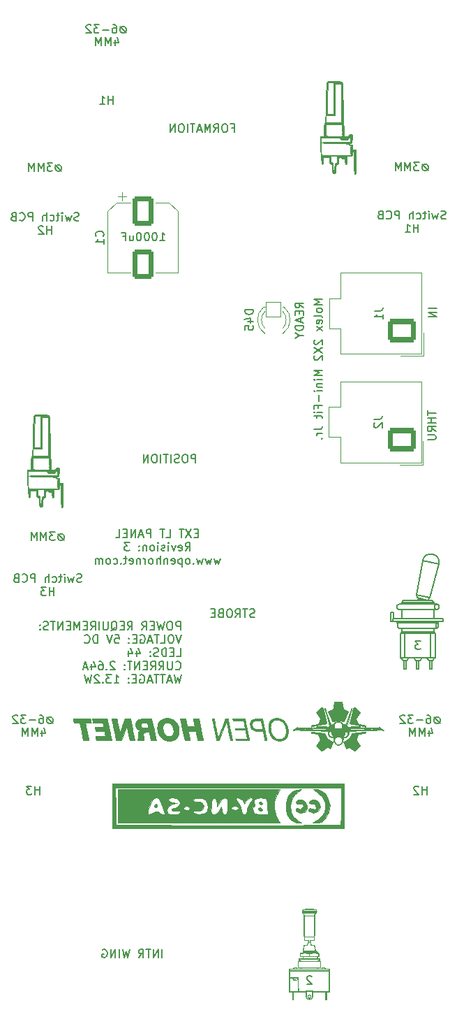
<source format=gbr>
%TF.GenerationSoftware,KiCad,Pcbnew,(6.0.9)*%
%TF.CreationDate,2023-04-01T12:32:25-08:00*%
%TF.ProjectId,EXT LT PANEL,45585420-4c54-4205-9041-4e454c2e6b69,3*%
%TF.SameCoordinates,Original*%
%TF.FileFunction,Legend,Bot*%
%TF.FilePolarity,Positive*%
%FSLAX46Y46*%
G04 Gerber Fmt 4.6, Leading zero omitted, Abs format (unit mm)*
G04 Created by KiCad (PCBNEW (6.0.9)) date 2023-04-01 12:32:25*
%MOMM*%
%LPD*%
G01*
G04 APERTURE LIST*
G04 Aperture macros list*
%AMRoundRect*
0 Rectangle with rounded corners*
0 $1 Rounding radius*
0 $2 $3 $4 $5 $6 $7 $8 $9 X,Y pos of 4 corners*
0 Add a 4 corners polygon primitive as box body*
4,1,4,$2,$3,$4,$5,$6,$7,$8,$9,$2,$3,0*
0 Add four circle primitives for the rounded corners*
1,1,$1+$1,$2,$3*
1,1,$1+$1,$4,$5*
1,1,$1+$1,$6,$7*
1,1,$1+$1,$8,$9*
0 Add four rect primitives between the rounded corners*
20,1,$1+$1,$2,$3,$4,$5,0*
20,1,$1+$1,$4,$5,$6,$7,0*
20,1,$1+$1,$6,$7,$8,$9,0*
20,1,$1+$1,$8,$9,$2,$3,0*%
G04 Aperture macros list end*
%ADD10C,0.150000*%
%ADD11C,0.010000*%
%ADD12C,0.100000*%
%ADD13C,0.200000*%
%ADD14C,0.120000*%
%ADD15C,12.800000*%
%ADD16C,3.672000*%
%ADD17C,4.400000*%
%ADD18C,2.481250*%
%ADD19C,7.640752*%
%ADD20RoundRect,0.300000X-1.000000X1.500000X-1.000000X-1.500000X1.000000X-1.500000X1.000000X1.500000X0*%
%ADD21RoundRect,0.300001X1.399999X-1.099999X1.399999X1.099999X-1.399999X1.099999X-1.399999X-1.099999X0*%
%ADD22O,3.400000X2.800000*%
%ADD23RoundRect,0.050000X-0.900000X0.900000X-0.900000X-0.900000X0.900000X-0.900000X0.900000X0.900000X0*%
%ADD24C,1.900000*%
G04 APERTURE END LIST*
D10*
X105085638Y-102215761D02*
X104942780Y-102263380D01*
X104704685Y-102263380D01*
X104609447Y-102215761D01*
X104561828Y-102168142D01*
X104514209Y-102072904D01*
X104514209Y-101977666D01*
X104561828Y-101882428D01*
X104609447Y-101834809D01*
X104704685Y-101787190D01*
X104895161Y-101739571D01*
X104990400Y-101691952D01*
X105038019Y-101644333D01*
X105085638Y-101549095D01*
X105085638Y-101453857D01*
X105038019Y-101358619D01*
X104990400Y-101311000D01*
X104895161Y-101263380D01*
X104657066Y-101263380D01*
X104514209Y-101311000D01*
X104180876Y-101596714D02*
X103990400Y-102263380D01*
X103799923Y-101787190D01*
X103609447Y-102263380D01*
X103418971Y-101596714D01*
X103038019Y-102263380D02*
X103038019Y-101596714D01*
X103038019Y-101263380D02*
X103085638Y-101311000D01*
X103038019Y-101358619D01*
X102990400Y-101311000D01*
X103038019Y-101263380D01*
X103038019Y-101358619D01*
X102704685Y-101596714D02*
X102323733Y-101596714D01*
X102561828Y-101263380D02*
X102561828Y-102120523D01*
X102514209Y-102215761D01*
X102418971Y-102263380D01*
X102323733Y-102263380D01*
X101561828Y-102215761D02*
X101657066Y-102263380D01*
X101847542Y-102263380D01*
X101942780Y-102215761D01*
X101990400Y-102168142D01*
X102038019Y-102072904D01*
X102038019Y-101787190D01*
X101990400Y-101691952D01*
X101942780Y-101644333D01*
X101847542Y-101596714D01*
X101657066Y-101596714D01*
X101561828Y-101644333D01*
X101133257Y-102263380D02*
X101133257Y-101263380D01*
X100704685Y-102263380D02*
X100704685Y-101739571D01*
X100752304Y-101644333D01*
X100847542Y-101596714D01*
X100990400Y-101596714D01*
X101085638Y-101644333D01*
X101133257Y-101691952D01*
X99466590Y-102263380D02*
X99466590Y-101263380D01*
X99085638Y-101263380D01*
X98990400Y-101311000D01*
X98942780Y-101358619D01*
X98895161Y-101453857D01*
X98895161Y-101596714D01*
X98942780Y-101691952D01*
X98990400Y-101739571D01*
X99085638Y-101787190D01*
X99466590Y-101787190D01*
X97895161Y-102168142D02*
X97942780Y-102215761D01*
X98085638Y-102263380D01*
X98180876Y-102263380D01*
X98323733Y-102215761D01*
X98418971Y-102120523D01*
X98466590Y-102025285D01*
X98514209Y-101834809D01*
X98514209Y-101691952D01*
X98466590Y-101501476D01*
X98418971Y-101406238D01*
X98323733Y-101311000D01*
X98180876Y-101263380D01*
X98085638Y-101263380D01*
X97942780Y-101311000D01*
X97895161Y-101358619D01*
X97133257Y-101739571D02*
X96990400Y-101787190D01*
X96942780Y-101834809D01*
X96895161Y-101930047D01*
X96895161Y-102072904D01*
X96942780Y-102168142D01*
X96990400Y-102215761D01*
X97085638Y-102263380D01*
X97466590Y-102263380D01*
X97466590Y-101263380D01*
X97133257Y-101263380D01*
X97038019Y-101311000D01*
X96990400Y-101358619D01*
X96942780Y-101453857D01*
X96942780Y-101549095D01*
X96990400Y-101644333D01*
X97038019Y-101691952D01*
X97133257Y-101739571D01*
X97466590Y-101739571D01*
X101752304Y-103873380D02*
X101752304Y-102873380D01*
X101752304Y-103349571D02*
X101180876Y-103349571D01*
X101180876Y-103873380D02*
X101180876Y-102873380D01*
X100799923Y-102873380D02*
X100180876Y-102873380D01*
X100514209Y-103254333D01*
X100371352Y-103254333D01*
X100276114Y-103301952D01*
X100228495Y-103349571D01*
X100180876Y-103444809D01*
X100180876Y-103682904D01*
X100228495Y-103778142D01*
X100276114Y-103825761D01*
X100371352Y-103873380D01*
X100657066Y-103873380D01*
X100752304Y-103825761D01*
X100799923Y-103778142D01*
X134290060Y-67953359D02*
X133290060Y-67953359D01*
X134004346Y-68286692D01*
X133290060Y-68620025D01*
X134290060Y-68620025D01*
X134290060Y-69239073D02*
X134242441Y-69143835D01*
X134194822Y-69096216D01*
X134099584Y-69048597D01*
X133813870Y-69048597D01*
X133718632Y-69096216D01*
X133671013Y-69143835D01*
X133623394Y-69239073D01*
X133623394Y-69381930D01*
X133671013Y-69477168D01*
X133718632Y-69524787D01*
X133813870Y-69572406D01*
X134099584Y-69572406D01*
X134194822Y-69524787D01*
X134242441Y-69477168D01*
X134290060Y-69381930D01*
X134290060Y-69239073D01*
X134290060Y-70143835D02*
X134242441Y-70048597D01*
X134147203Y-70000978D01*
X133290060Y-70000978D01*
X134242441Y-70905740D02*
X134290060Y-70810501D01*
X134290060Y-70620025D01*
X134242441Y-70524787D01*
X134147203Y-70477168D01*
X133766251Y-70477168D01*
X133671013Y-70524787D01*
X133623394Y-70620025D01*
X133623394Y-70810501D01*
X133671013Y-70905740D01*
X133766251Y-70953359D01*
X133861489Y-70953359D01*
X133956727Y-70477168D01*
X134290060Y-71286692D02*
X133623394Y-71810501D01*
X133623394Y-71286692D02*
X134290060Y-71810501D01*
X133385299Y-72905740D02*
X133337680Y-72953359D01*
X133290060Y-73048597D01*
X133290060Y-73286692D01*
X133337680Y-73381930D01*
X133385299Y-73429549D01*
X133480537Y-73477168D01*
X133575775Y-73477168D01*
X133718632Y-73429549D01*
X134290060Y-72858120D01*
X134290060Y-73477168D01*
X133290060Y-73810501D02*
X134290060Y-74477168D01*
X133290060Y-74477168D02*
X134290060Y-73810501D01*
X133385299Y-74810501D02*
X133337680Y-74858120D01*
X133290060Y-74953359D01*
X133290060Y-75191454D01*
X133337680Y-75286692D01*
X133385299Y-75334311D01*
X133480537Y-75381930D01*
X133575775Y-75381930D01*
X133718632Y-75334311D01*
X134290060Y-74762882D01*
X134290060Y-75381930D01*
X134290060Y-76572406D02*
X133290060Y-76572406D01*
X134004346Y-76905740D01*
X133290060Y-77239073D01*
X134290060Y-77239073D01*
X134290060Y-77715263D02*
X133623394Y-77715263D01*
X133290060Y-77715263D02*
X133337680Y-77667644D01*
X133385299Y-77715263D01*
X133337680Y-77762882D01*
X133290060Y-77715263D01*
X133385299Y-77715263D01*
X133623394Y-78191454D02*
X134290060Y-78191454D01*
X133718632Y-78191454D02*
X133671013Y-78239073D01*
X133623394Y-78334311D01*
X133623394Y-78477168D01*
X133671013Y-78572406D01*
X133766251Y-78620025D01*
X134290060Y-78620025D01*
X134290060Y-79096216D02*
X133623394Y-79096216D01*
X133290060Y-79096216D02*
X133337680Y-79048597D01*
X133385299Y-79096216D01*
X133337680Y-79143835D01*
X133290060Y-79096216D01*
X133385299Y-79096216D01*
X133909108Y-79572406D02*
X133909108Y-80334311D01*
X133766251Y-81143835D02*
X133766251Y-80810501D01*
X134290060Y-80810501D02*
X133290060Y-80810501D01*
X133290060Y-81286692D01*
X134290060Y-81667644D02*
X133623394Y-81667644D01*
X133290060Y-81667644D02*
X133337680Y-81620025D01*
X133385299Y-81667644D01*
X133337680Y-81715263D01*
X133290060Y-81667644D01*
X133385299Y-81667644D01*
X133623394Y-82000978D02*
X133623394Y-82381930D01*
X133290060Y-82143835D02*
X134147203Y-82143835D01*
X134242441Y-82191454D01*
X134290060Y-82286692D01*
X134290060Y-82381930D01*
X133290060Y-83762882D02*
X134004346Y-83762882D01*
X134147203Y-83715263D01*
X134242441Y-83620025D01*
X134290060Y-83477168D01*
X134290060Y-83381930D01*
X134290060Y-84239073D02*
X133623394Y-84239073D01*
X133813870Y-84239073D02*
X133718632Y-84286692D01*
X133671013Y-84334311D01*
X133623394Y-84429549D01*
X133623394Y-84524787D01*
X134194822Y-84858120D02*
X134242441Y-84905740D01*
X134290060Y-84858120D01*
X134242441Y-84810501D01*
X134194822Y-84858120D01*
X134290060Y-84858120D01*
X102399885Y-51709676D02*
X102209409Y-51709676D01*
X102018933Y-51804914D01*
X101923695Y-51995390D01*
X101923695Y-52185866D01*
X102018933Y-52376342D01*
X102209409Y-52471580D01*
X102399885Y-52471580D01*
X102590361Y-52376342D01*
X102685600Y-52185866D01*
X102685600Y-51995390D01*
X102590361Y-51804914D01*
X102399885Y-51709676D01*
X101923695Y-51709676D02*
X102685600Y-52471580D01*
X101542742Y-51471580D02*
X100923695Y-51471580D01*
X101257028Y-51852533D01*
X101114171Y-51852533D01*
X101018933Y-51900152D01*
X100971314Y-51947771D01*
X100923695Y-52043009D01*
X100923695Y-52281104D01*
X100971314Y-52376342D01*
X101018933Y-52423961D01*
X101114171Y-52471580D01*
X101399885Y-52471580D01*
X101495123Y-52423961D01*
X101542742Y-52376342D01*
X100495123Y-52471580D02*
X100495123Y-51471580D01*
X100161790Y-52185866D01*
X99828457Y-51471580D01*
X99828457Y-52471580D01*
X99352266Y-52471580D02*
X99352266Y-51471580D01*
X99018933Y-52185866D01*
X98685600Y-51471580D01*
X98685600Y-52471580D01*
X149281638Y-58222961D02*
X149138780Y-58270580D01*
X148900685Y-58270580D01*
X148805447Y-58222961D01*
X148757828Y-58175342D01*
X148710209Y-58080104D01*
X148710209Y-57984866D01*
X148757828Y-57889628D01*
X148805447Y-57842009D01*
X148900685Y-57794390D01*
X149091161Y-57746771D01*
X149186400Y-57699152D01*
X149234019Y-57651533D01*
X149281638Y-57556295D01*
X149281638Y-57461057D01*
X149234019Y-57365819D01*
X149186400Y-57318200D01*
X149091161Y-57270580D01*
X148853066Y-57270580D01*
X148710209Y-57318200D01*
X148376876Y-57603914D02*
X148186400Y-58270580D01*
X147995923Y-57794390D01*
X147805447Y-58270580D01*
X147614971Y-57603914D01*
X147234019Y-58270580D02*
X147234019Y-57603914D01*
X147234019Y-57270580D02*
X147281638Y-57318200D01*
X147234019Y-57365819D01*
X147186400Y-57318200D01*
X147234019Y-57270580D01*
X147234019Y-57365819D01*
X146900685Y-57603914D02*
X146519733Y-57603914D01*
X146757828Y-57270580D02*
X146757828Y-58127723D01*
X146710209Y-58222961D01*
X146614971Y-58270580D01*
X146519733Y-58270580D01*
X145757828Y-58222961D02*
X145853066Y-58270580D01*
X146043542Y-58270580D01*
X146138780Y-58222961D01*
X146186400Y-58175342D01*
X146234019Y-58080104D01*
X146234019Y-57794390D01*
X146186400Y-57699152D01*
X146138780Y-57651533D01*
X146043542Y-57603914D01*
X145853066Y-57603914D01*
X145757828Y-57651533D01*
X145329257Y-58270580D02*
X145329257Y-57270580D01*
X144900685Y-58270580D02*
X144900685Y-57746771D01*
X144948304Y-57651533D01*
X145043542Y-57603914D01*
X145186400Y-57603914D01*
X145281638Y-57651533D01*
X145329257Y-57699152D01*
X143662590Y-58270580D02*
X143662590Y-57270580D01*
X143281638Y-57270580D01*
X143186400Y-57318200D01*
X143138780Y-57365819D01*
X143091161Y-57461057D01*
X143091161Y-57603914D01*
X143138780Y-57699152D01*
X143186400Y-57746771D01*
X143281638Y-57794390D01*
X143662590Y-57794390D01*
X142091161Y-58175342D02*
X142138780Y-58222961D01*
X142281638Y-58270580D01*
X142376876Y-58270580D01*
X142519733Y-58222961D01*
X142614971Y-58127723D01*
X142662590Y-58032485D01*
X142710209Y-57842009D01*
X142710209Y-57699152D01*
X142662590Y-57508676D01*
X142614971Y-57413438D01*
X142519733Y-57318200D01*
X142376876Y-57270580D01*
X142281638Y-57270580D01*
X142138780Y-57318200D01*
X142091161Y-57365819D01*
X141329257Y-57746771D02*
X141186400Y-57794390D01*
X141138780Y-57842009D01*
X141091161Y-57937247D01*
X141091161Y-58080104D01*
X141138780Y-58175342D01*
X141186400Y-58222961D01*
X141281638Y-58270580D01*
X141662590Y-58270580D01*
X141662590Y-57270580D01*
X141329257Y-57270580D01*
X141234019Y-57318200D01*
X141186400Y-57365819D01*
X141138780Y-57461057D01*
X141138780Y-57556295D01*
X141186400Y-57651533D01*
X141234019Y-57699152D01*
X141329257Y-57746771D01*
X141662590Y-57746771D01*
X145948304Y-59880580D02*
X145948304Y-58880580D01*
X145948304Y-59356771D02*
X145376876Y-59356771D01*
X145376876Y-59880580D02*
X145376876Y-58880580D01*
X144376876Y-59880580D02*
X144948304Y-59880580D01*
X144662590Y-59880580D02*
X144662590Y-58880580D01*
X144757828Y-59023438D01*
X144853066Y-59118676D01*
X144948304Y-59166295D01*
X118939866Y-87777580D02*
X118939866Y-86777580D01*
X118558914Y-86777580D01*
X118463676Y-86825200D01*
X118416057Y-86872819D01*
X118368438Y-86968057D01*
X118368438Y-87110914D01*
X118416057Y-87206152D01*
X118463676Y-87253771D01*
X118558914Y-87301390D01*
X118939866Y-87301390D01*
X117749390Y-86777580D02*
X117558914Y-86777580D01*
X117463676Y-86825200D01*
X117368438Y-86920438D01*
X117320819Y-87110914D01*
X117320819Y-87444247D01*
X117368438Y-87634723D01*
X117463676Y-87729961D01*
X117558914Y-87777580D01*
X117749390Y-87777580D01*
X117844628Y-87729961D01*
X117939866Y-87634723D01*
X117987485Y-87444247D01*
X117987485Y-87110914D01*
X117939866Y-86920438D01*
X117844628Y-86825200D01*
X117749390Y-86777580D01*
X116939866Y-87729961D02*
X116797009Y-87777580D01*
X116558914Y-87777580D01*
X116463676Y-87729961D01*
X116416057Y-87682342D01*
X116368438Y-87587104D01*
X116368438Y-87491866D01*
X116416057Y-87396628D01*
X116463676Y-87349009D01*
X116558914Y-87301390D01*
X116749390Y-87253771D01*
X116844628Y-87206152D01*
X116892247Y-87158533D01*
X116939866Y-87063295D01*
X116939866Y-86968057D01*
X116892247Y-86872819D01*
X116844628Y-86825200D01*
X116749390Y-86777580D01*
X116511295Y-86777580D01*
X116368438Y-86825200D01*
X115939866Y-87777580D02*
X115939866Y-86777580D01*
X115606533Y-86777580D02*
X115035104Y-86777580D01*
X115320819Y-87777580D02*
X115320819Y-86777580D01*
X114701771Y-87777580D02*
X114701771Y-86777580D01*
X114035104Y-86777580D02*
X113844628Y-86777580D01*
X113749390Y-86825200D01*
X113654152Y-86920438D01*
X113606533Y-87110914D01*
X113606533Y-87444247D01*
X113654152Y-87634723D01*
X113749390Y-87729961D01*
X113844628Y-87777580D01*
X114035104Y-87777580D01*
X114130342Y-87729961D01*
X114225580Y-87634723D01*
X114273200Y-87444247D01*
X114273200Y-87110914D01*
X114225580Y-86920438D01*
X114130342Y-86825200D01*
X114035104Y-86777580D01*
X113177961Y-87777580D02*
X113177961Y-86777580D01*
X112606533Y-87777580D01*
X112606533Y-86777580D01*
X119228571Y-96311771D02*
X118895238Y-96311771D01*
X118752380Y-96835580D02*
X119228571Y-96835580D01*
X119228571Y-95835580D01*
X118752380Y-95835580D01*
X118419047Y-95835580D02*
X117752380Y-96835580D01*
X117752380Y-95835580D02*
X118419047Y-96835580D01*
X117514285Y-95835580D02*
X116942857Y-95835580D01*
X117228571Y-96835580D02*
X117228571Y-95835580D01*
X115371428Y-96835580D02*
X115847619Y-96835580D01*
X115847619Y-95835580D01*
X115180952Y-95835580D02*
X114609523Y-95835580D01*
X114895238Y-96835580D02*
X114895238Y-95835580D01*
X113514285Y-96835580D02*
X113514285Y-95835580D01*
X113133333Y-95835580D01*
X113038095Y-95883200D01*
X112990476Y-95930819D01*
X112942857Y-96026057D01*
X112942857Y-96168914D01*
X112990476Y-96264152D01*
X113038095Y-96311771D01*
X113133333Y-96359390D01*
X113514285Y-96359390D01*
X112561904Y-96549866D02*
X112085714Y-96549866D01*
X112657142Y-96835580D02*
X112323809Y-95835580D01*
X111990476Y-96835580D01*
X111657142Y-96835580D02*
X111657142Y-95835580D01*
X111085714Y-96835580D01*
X111085714Y-95835580D01*
X110609523Y-96311771D02*
X110276190Y-96311771D01*
X110133333Y-96835580D02*
X110609523Y-96835580D01*
X110609523Y-95835580D01*
X110133333Y-95835580D01*
X109228571Y-96835580D02*
X109704761Y-96835580D01*
X109704761Y-95835580D01*
X117680952Y-98445580D02*
X118014285Y-97969390D01*
X118252380Y-98445580D02*
X118252380Y-97445580D01*
X117871428Y-97445580D01*
X117776190Y-97493200D01*
X117728571Y-97540819D01*
X117680952Y-97636057D01*
X117680952Y-97778914D01*
X117728571Y-97874152D01*
X117776190Y-97921771D01*
X117871428Y-97969390D01*
X118252380Y-97969390D01*
X116871428Y-98397961D02*
X116966666Y-98445580D01*
X117157142Y-98445580D01*
X117252380Y-98397961D01*
X117300000Y-98302723D01*
X117300000Y-97921771D01*
X117252380Y-97826533D01*
X117157142Y-97778914D01*
X116966666Y-97778914D01*
X116871428Y-97826533D01*
X116823809Y-97921771D01*
X116823809Y-98017009D01*
X117300000Y-98112247D01*
X116490476Y-97778914D02*
X116252380Y-98445580D01*
X116014285Y-97778914D01*
X115633333Y-98445580D02*
X115633333Y-97778914D01*
X115633333Y-97445580D02*
X115680952Y-97493200D01*
X115633333Y-97540819D01*
X115585714Y-97493200D01*
X115633333Y-97445580D01*
X115633333Y-97540819D01*
X115204761Y-98397961D02*
X115109523Y-98445580D01*
X114919047Y-98445580D01*
X114823809Y-98397961D01*
X114776190Y-98302723D01*
X114776190Y-98255104D01*
X114823809Y-98159866D01*
X114919047Y-98112247D01*
X115061904Y-98112247D01*
X115157142Y-98064628D01*
X115204761Y-97969390D01*
X115204761Y-97921771D01*
X115157142Y-97826533D01*
X115061904Y-97778914D01*
X114919047Y-97778914D01*
X114823809Y-97826533D01*
X114347619Y-98445580D02*
X114347619Y-97778914D01*
X114347619Y-97445580D02*
X114395238Y-97493200D01*
X114347619Y-97540819D01*
X114300000Y-97493200D01*
X114347619Y-97445580D01*
X114347619Y-97540819D01*
X113728571Y-98445580D02*
X113823809Y-98397961D01*
X113871428Y-98350342D01*
X113919047Y-98255104D01*
X113919047Y-97969390D01*
X113871428Y-97874152D01*
X113823809Y-97826533D01*
X113728571Y-97778914D01*
X113585714Y-97778914D01*
X113490476Y-97826533D01*
X113442857Y-97874152D01*
X113395238Y-97969390D01*
X113395238Y-98255104D01*
X113442857Y-98350342D01*
X113490476Y-98397961D01*
X113585714Y-98445580D01*
X113728571Y-98445580D01*
X112966666Y-97778914D02*
X112966666Y-98445580D01*
X112966666Y-97874152D02*
X112919047Y-97826533D01*
X112823809Y-97778914D01*
X112680952Y-97778914D01*
X112585714Y-97826533D01*
X112538095Y-97921771D01*
X112538095Y-98445580D01*
X112061904Y-98350342D02*
X112014285Y-98397961D01*
X112061904Y-98445580D01*
X112109523Y-98397961D01*
X112061904Y-98350342D01*
X112061904Y-98445580D01*
X112061904Y-97826533D02*
X112014285Y-97874152D01*
X112061904Y-97921771D01*
X112109523Y-97874152D01*
X112061904Y-97826533D01*
X112061904Y-97921771D01*
X110919047Y-97445580D02*
X110300000Y-97445580D01*
X110633333Y-97826533D01*
X110490476Y-97826533D01*
X110395238Y-97874152D01*
X110347619Y-97921771D01*
X110300000Y-98017009D01*
X110300000Y-98255104D01*
X110347619Y-98350342D01*
X110395238Y-98397961D01*
X110490476Y-98445580D01*
X110776190Y-98445580D01*
X110871428Y-98397961D01*
X110919047Y-98350342D01*
X121919047Y-99388914D02*
X121728571Y-100055580D01*
X121538095Y-99579390D01*
X121347619Y-100055580D01*
X121157142Y-99388914D01*
X120871428Y-99388914D02*
X120680952Y-100055580D01*
X120490476Y-99579390D01*
X120300000Y-100055580D01*
X120109523Y-99388914D01*
X119823809Y-99388914D02*
X119633333Y-100055580D01*
X119442857Y-99579390D01*
X119252380Y-100055580D01*
X119061904Y-99388914D01*
X118680952Y-99960342D02*
X118633333Y-100007961D01*
X118680952Y-100055580D01*
X118728571Y-100007961D01*
X118680952Y-99960342D01*
X118680952Y-100055580D01*
X118061904Y-100055580D02*
X118157142Y-100007961D01*
X118204761Y-99960342D01*
X118252380Y-99865104D01*
X118252380Y-99579390D01*
X118204761Y-99484152D01*
X118157142Y-99436533D01*
X118061904Y-99388914D01*
X117919047Y-99388914D01*
X117823809Y-99436533D01*
X117776190Y-99484152D01*
X117728571Y-99579390D01*
X117728571Y-99865104D01*
X117776190Y-99960342D01*
X117823809Y-100007961D01*
X117919047Y-100055580D01*
X118061904Y-100055580D01*
X117300000Y-99388914D02*
X117300000Y-100388914D01*
X117300000Y-99436533D02*
X117204761Y-99388914D01*
X117014285Y-99388914D01*
X116919047Y-99436533D01*
X116871428Y-99484152D01*
X116823809Y-99579390D01*
X116823809Y-99865104D01*
X116871428Y-99960342D01*
X116919047Y-100007961D01*
X117014285Y-100055580D01*
X117204761Y-100055580D01*
X117300000Y-100007961D01*
X116014285Y-100007961D02*
X116109523Y-100055580D01*
X116300000Y-100055580D01*
X116395238Y-100007961D01*
X116442857Y-99912723D01*
X116442857Y-99531771D01*
X116395238Y-99436533D01*
X116300000Y-99388914D01*
X116109523Y-99388914D01*
X116014285Y-99436533D01*
X115966666Y-99531771D01*
X115966666Y-99627009D01*
X116442857Y-99722247D01*
X115538095Y-99388914D02*
X115538095Y-100055580D01*
X115538095Y-99484152D02*
X115490476Y-99436533D01*
X115395238Y-99388914D01*
X115252380Y-99388914D01*
X115157142Y-99436533D01*
X115109523Y-99531771D01*
X115109523Y-100055580D01*
X114633333Y-100055580D02*
X114633333Y-99055580D01*
X114204761Y-100055580D02*
X114204761Y-99531771D01*
X114252380Y-99436533D01*
X114347619Y-99388914D01*
X114490476Y-99388914D01*
X114585714Y-99436533D01*
X114633333Y-99484152D01*
X113585714Y-100055580D02*
X113680952Y-100007961D01*
X113728571Y-99960342D01*
X113776190Y-99865104D01*
X113776190Y-99579390D01*
X113728571Y-99484152D01*
X113680952Y-99436533D01*
X113585714Y-99388914D01*
X113442857Y-99388914D01*
X113347619Y-99436533D01*
X113300000Y-99484152D01*
X113252380Y-99579390D01*
X113252380Y-99865104D01*
X113300000Y-99960342D01*
X113347619Y-100007961D01*
X113442857Y-100055580D01*
X113585714Y-100055580D01*
X112823809Y-100055580D02*
X112823809Y-99388914D01*
X112823809Y-99579390D02*
X112776190Y-99484152D01*
X112728571Y-99436533D01*
X112633333Y-99388914D01*
X112538095Y-99388914D01*
X112204761Y-99388914D02*
X112204761Y-100055580D01*
X112204761Y-99484152D02*
X112157142Y-99436533D01*
X112061904Y-99388914D01*
X111919047Y-99388914D01*
X111823809Y-99436533D01*
X111776190Y-99531771D01*
X111776190Y-100055580D01*
X110919047Y-100007961D02*
X111014285Y-100055580D01*
X111204761Y-100055580D01*
X111300000Y-100007961D01*
X111347619Y-99912723D01*
X111347619Y-99531771D01*
X111300000Y-99436533D01*
X111204761Y-99388914D01*
X111014285Y-99388914D01*
X110919047Y-99436533D01*
X110871428Y-99531771D01*
X110871428Y-99627009D01*
X111347619Y-99722247D01*
X110585714Y-99388914D02*
X110204761Y-99388914D01*
X110442857Y-99055580D02*
X110442857Y-99912723D01*
X110395238Y-100007961D01*
X110300000Y-100055580D01*
X110204761Y-100055580D01*
X109871428Y-99960342D02*
X109823809Y-100007961D01*
X109871428Y-100055580D01*
X109919047Y-100007961D01*
X109871428Y-99960342D01*
X109871428Y-100055580D01*
X108966666Y-100007961D02*
X109061904Y-100055580D01*
X109252380Y-100055580D01*
X109347619Y-100007961D01*
X109395238Y-99960342D01*
X109442857Y-99865104D01*
X109442857Y-99579390D01*
X109395238Y-99484152D01*
X109347619Y-99436533D01*
X109252380Y-99388914D01*
X109061904Y-99388914D01*
X108966666Y-99436533D01*
X108395238Y-100055580D02*
X108490476Y-100007961D01*
X108538095Y-99960342D01*
X108585714Y-99865104D01*
X108585714Y-99579390D01*
X108538095Y-99484152D01*
X108490476Y-99436533D01*
X108395238Y-99388914D01*
X108252380Y-99388914D01*
X108157142Y-99436533D01*
X108109523Y-99484152D01*
X108061904Y-99579390D01*
X108061904Y-99865104D01*
X108109523Y-99960342D01*
X108157142Y-100007961D01*
X108252380Y-100055580D01*
X108395238Y-100055580D01*
X107633333Y-100055580D02*
X107633333Y-99388914D01*
X107633333Y-99484152D02*
X107585714Y-99436533D01*
X107490476Y-99388914D01*
X107347619Y-99388914D01*
X107252380Y-99436533D01*
X107204761Y-99531771D01*
X107204761Y-100055580D01*
X107204761Y-99531771D02*
X107157142Y-99436533D01*
X107061904Y-99388914D01*
X106919047Y-99388914D01*
X106823809Y-99436533D01*
X106776190Y-99531771D01*
X106776190Y-100055580D01*
X148183860Y-69074730D02*
X147183860Y-69074730D01*
X148183860Y-69550920D02*
X147183860Y-69550920D01*
X148183860Y-70122349D01*
X147183860Y-70122349D01*
X123283219Y-47223371D02*
X123616552Y-47223371D01*
X123616552Y-47747180D02*
X123616552Y-46747180D01*
X123140361Y-46747180D01*
X122568933Y-46747180D02*
X122378457Y-46747180D01*
X122283219Y-46794800D01*
X122187980Y-46890038D01*
X122140361Y-47080514D01*
X122140361Y-47413847D01*
X122187980Y-47604323D01*
X122283219Y-47699561D01*
X122378457Y-47747180D01*
X122568933Y-47747180D01*
X122664171Y-47699561D01*
X122759409Y-47604323D01*
X122807028Y-47413847D01*
X122807028Y-47080514D01*
X122759409Y-46890038D01*
X122664171Y-46794800D01*
X122568933Y-46747180D01*
X121140361Y-47747180D02*
X121473695Y-47270990D01*
X121711790Y-47747180D02*
X121711790Y-46747180D01*
X121330838Y-46747180D01*
X121235600Y-46794800D01*
X121187980Y-46842419D01*
X121140361Y-46937657D01*
X121140361Y-47080514D01*
X121187980Y-47175752D01*
X121235600Y-47223371D01*
X121330838Y-47270990D01*
X121711790Y-47270990D01*
X120711790Y-47747180D02*
X120711790Y-46747180D01*
X120378457Y-47461466D01*
X120045123Y-46747180D01*
X120045123Y-47747180D01*
X119616552Y-47461466D02*
X119140361Y-47461466D01*
X119711790Y-47747180D02*
X119378457Y-46747180D01*
X119045123Y-47747180D01*
X118854647Y-46747180D02*
X118283219Y-46747180D01*
X118568933Y-47747180D02*
X118568933Y-46747180D01*
X117949885Y-47747180D02*
X117949885Y-46747180D01*
X117283219Y-46747180D02*
X117092742Y-46747180D01*
X116997504Y-46794800D01*
X116902266Y-46890038D01*
X116854647Y-47080514D01*
X116854647Y-47413847D01*
X116902266Y-47604323D01*
X116997504Y-47699561D01*
X117092742Y-47747180D01*
X117283219Y-47747180D01*
X117378457Y-47699561D01*
X117473695Y-47604323D01*
X117521314Y-47413847D01*
X117521314Y-47080514D01*
X117473695Y-46890038D01*
X117378457Y-46794800D01*
X117283219Y-46747180D01*
X116426076Y-47747180D02*
X116426076Y-46747180D01*
X115854647Y-47747180D01*
X115854647Y-46747180D01*
X126086857Y-106475161D02*
X125944000Y-106522780D01*
X125705904Y-106522780D01*
X125610666Y-106475161D01*
X125563047Y-106427542D01*
X125515428Y-106332304D01*
X125515428Y-106237066D01*
X125563047Y-106141828D01*
X125610666Y-106094209D01*
X125705904Y-106046590D01*
X125896380Y-105998971D01*
X125991619Y-105951352D01*
X126039238Y-105903733D01*
X126086857Y-105808495D01*
X126086857Y-105713257D01*
X126039238Y-105618019D01*
X125991619Y-105570400D01*
X125896380Y-105522780D01*
X125658285Y-105522780D01*
X125515428Y-105570400D01*
X125229714Y-105522780D02*
X124658285Y-105522780D01*
X124944000Y-106522780D02*
X124944000Y-105522780D01*
X123753523Y-106522780D02*
X124086857Y-106046590D01*
X124324952Y-106522780D02*
X124324952Y-105522780D01*
X123944000Y-105522780D01*
X123848761Y-105570400D01*
X123801142Y-105618019D01*
X123753523Y-105713257D01*
X123753523Y-105856114D01*
X123801142Y-105951352D01*
X123848761Y-105998971D01*
X123944000Y-106046590D01*
X124324952Y-106046590D01*
X123134476Y-105522780D02*
X122944000Y-105522780D01*
X122848761Y-105570400D01*
X122753523Y-105665638D01*
X122705904Y-105856114D01*
X122705904Y-106189447D01*
X122753523Y-106379923D01*
X122848761Y-106475161D01*
X122944000Y-106522780D01*
X123134476Y-106522780D01*
X123229714Y-106475161D01*
X123324952Y-106379923D01*
X123372571Y-106189447D01*
X123372571Y-105856114D01*
X123324952Y-105665638D01*
X123229714Y-105570400D01*
X123134476Y-105522780D01*
X121944000Y-105998971D02*
X121801142Y-106046590D01*
X121753523Y-106094209D01*
X121705904Y-106189447D01*
X121705904Y-106332304D01*
X121753523Y-106427542D01*
X121801142Y-106475161D01*
X121896380Y-106522780D01*
X122277333Y-106522780D01*
X122277333Y-105522780D01*
X121944000Y-105522780D01*
X121848761Y-105570400D01*
X121801142Y-105618019D01*
X121753523Y-105713257D01*
X121753523Y-105808495D01*
X121801142Y-105903733D01*
X121848761Y-105951352D01*
X121944000Y-105998971D01*
X122277333Y-105998971D01*
X121277333Y-105998971D02*
X120944000Y-105998971D01*
X120801142Y-106522780D02*
X121277333Y-106522780D01*
X121277333Y-105522780D01*
X120801142Y-105522780D01*
X132011680Y-69018020D02*
X131535490Y-68684686D01*
X132011680Y-68446591D02*
X131011680Y-68446591D01*
X131011680Y-68827543D01*
X131059300Y-68922781D01*
X131106919Y-68970400D01*
X131202157Y-69018020D01*
X131345014Y-69018020D01*
X131440252Y-68970400D01*
X131487871Y-68922781D01*
X131535490Y-68827543D01*
X131535490Y-68446591D01*
X131487871Y-69446591D02*
X131487871Y-69779924D01*
X132011680Y-69922781D02*
X132011680Y-69446591D01*
X131011680Y-69446591D01*
X131011680Y-69922781D01*
X131725966Y-70303734D02*
X131725966Y-70779924D01*
X132011680Y-70208496D02*
X131011680Y-70541829D01*
X132011680Y-70875162D01*
X132011680Y-71208496D02*
X131011680Y-71208496D01*
X131011680Y-71446591D01*
X131059300Y-71589448D01*
X131154538Y-71684686D01*
X131249776Y-71732305D01*
X131440252Y-71779924D01*
X131583109Y-71779924D01*
X131773585Y-71732305D01*
X131868823Y-71684686D01*
X131964061Y-71589448D01*
X132011680Y-71446591D01*
X132011680Y-71208496D01*
X131535490Y-72398972D02*
X132011680Y-72398972D01*
X131011680Y-72065639D02*
X131535490Y-72398972D01*
X131011680Y-72732305D01*
X146230933Y-109383580D02*
X145611885Y-109383580D01*
X145945219Y-109764533D01*
X145802361Y-109764533D01*
X145707123Y-109812152D01*
X145659504Y-109859771D01*
X145611885Y-109955009D01*
X145611885Y-110193104D01*
X145659504Y-110288342D01*
X145707123Y-110335961D01*
X145802361Y-110383580D01*
X146088076Y-110383580D01*
X146183314Y-110335961D01*
X146230933Y-110288342D01*
X114871047Y-147721580D02*
X114871047Y-146721580D01*
X114394857Y-147721580D02*
X114394857Y-146721580D01*
X113823428Y-147721580D01*
X113823428Y-146721580D01*
X113490095Y-146721580D02*
X112918666Y-146721580D01*
X113204380Y-147721580D02*
X113204380Y-146721580D01*
X112013904Y-147721580D02*
X112347238Y-147245390D01*
X112585333Y-147721580D02*
X112585333Y-146721580D01*
X112204380Y-146721580D01*
X112109142Y-146769200D01*
X112061523Y-146816819D01*
X112013904Y-146912057D01*
X112013904Y-147054914D01*
X112061523Y-147150152D01*
X112109142Y-147197771D01*
X112204380Y-147245390D01*
X112585333Y-147245390D01*
X110918666Y-146721580D02*
X110680571Y-147721580D01*
X110490095Y-147007295D01*
X110299619Y-147721580D01*
X110061523Y-146721580D01*
X109680571Y-147721580D02*
X109680571Y-146721580D01*
X109204380Y-147721580D02*
X109204380Y-146721580D01*
X108632952Y-147721580D01*
X108632952Y-146721580D01*
X107632952Y-146769200D02*
X107728190Y-146721580D01*
X107871047Y-146721580D01*
X108013904Y-146769200D01*
X108109142Y-146864438D01*
X108156761Y-146959676D01*
X108204380Y-147150152D01*
X108204380Y-147293009D01*
X108156761Y-147483485D01*
X108109142Y-147578723D01*
X108013904Y-147673961D01*
X107871047Y-147721580D01*
X107775809Y-147721580D01*
X107632952Y-147673961D01*
X107585333Y-147626342D01*
X107585333Y-147293009D01*
X107775809Y-147293009D01*
X114622009Y-60904380D02*
X115193438Y-60904380D01*
X114907723Y-60904380D02*
X114907723Y-59904380D01*
X115002961Y-60047238D01*
X115098200Y-60142476D01*
X115193438Y-60190095D01*
X114002961Y-59904380D02*
X113907723Y-59904380D01*
X113812485Y-59952000D01*
X113764866Y-59999619D01*
X113717247Y-60094857D01*
X113669628Y-60285333D01*
X113669628Y-60523428D01*
X113717247Y-60713904D01*
X113764866Y-60809142D01*
X113812485Y-60856761D01*
X113907723Y-60904380D01*
X114002961Y-60904380D01*
X114098200Y-60856761D01*
X114145819Y-60809142D01*
X114193438Y-60713904D01*
X114241057Y-60523428D01*
X114241057Y-60285333D01*
X114193438Y-60094857D01*
X114145819Y-59999619D01*
X114098200Y-59952000D01*
X114002961Y-59904380D01*
X113050580Y-59904380D02*
X112955342Y-59904380D01*
X112860104Y-59952000D01*
X112812485Y-59999619D01*
X112764866Y-60094857D01*
X112717247Y-60285333D01*
X112717247Y-60523428D01*
X112764866Y-60713904D01*
X112812485Y-60809142D01*
X112860104Y-60856761D01*
X112955342Y-60904380D01*
X113050580Y-60904380D01*
X113145819Y-60856761D01*
X113193438Y-60809142D01*
X113241057Y-60713904D01*
X113288676Y-60523428D01*
X113288676Y-60285333D01*
X113241057Y-60094857D01*
X113193438Y-59999619D01*
X113145819Y-59952000D01*
X113050580Y-59904380D01*
X112098200Y-59904380D02*
X112002961Y-59904380D01*
X111907723Y-59952000D01*
X111860104Y-59999619D01*
X111812485Y-60094857D01*
X111764866Y-60285333D01*
X111764866Y-60523428D01*
X111812485Y-60713904D01*
X111860104Y-60809142D01*
X111907723Y-60856761D01*
X112002961Y-60904380D01*
X112098200Y-60904380D01*
X112193438Y-60856761D01*
X112241057Y-60809142D01*
X112288676Y-60713904D01*
X112336295Y-60523428D01*
X112336295Y-60285333D01*
X112288676Y-60094857D01*
X112241057Y-59999619D01*
X112193438Y-59952000D01*
X112098200Y-59904380D01*
X110907723Y-60237714D02*
X110907723Y-60904380D01*
X111336295Y-60237714D02*
X111336295Y-60761523D01*
X111288676Y-60856761D01*
X111193438Y-60904380D01*
X111050580Y-60904380D01*
X110955342Y-60856761D01*
X110907723Y-60809142D01*
X110098200Y-60380571D02*
X110431533Y-60380571D01*
X110431533Y-60904380D02*
X110431533Y-59904380D01*
X109955342Y-59904380D01*
X102704685Y-96413676D02*
X102514209Y-96413676D01*
X102323733Y-96508914D01*
X102228495Y-96699390D01*
X102228495Y-96889866D01*
X102323733Y-97080342D01*
X102514209Y-97175580D01*
X102704685Y-97175580D01*
X102895161Y-97080342D01*
X102990400Y-96889866D01*
X102990400Y-96699390D01*
X102895161Y-96508914D01*
X102704685Y-96413676D01*
X102228495Y-96413676D02*
X102990400Y-97175580D01*
X101847542Y-96175580D02*
X101228495Y-96175580D01*
X101561828Y-96556533D01*
X101418971Y-96556533D01*
X101323733Y-96604152D01*
X101276114Y-96651771D01*
X101228495Y-96747009D01*
X101228495Y-96985104D01*
X101276114Y-97080342D01*
X101323733Y-97127961D01*
X101418971Y-97175580D01*
X101704685Y-97175580D01*
X101799923Y-97127961D01*
X101847542Y-97080342D01*
X100799923Y-97175580D02*
X100799923Y-96175580D01*
X100466590Y-96889866D01*
X100133257Y-96175580D01*
X100133257Y-97175580D01*
X99657066Y-97175580D02*
X99657066Y-96175580D01*
X99323733Y-96889866D01*
X98990400Y-96175580D01*
X98990400Y-97175580D01*
X147079720Y-81471046D02*
X147079720Y-82042475D01*
X148079720Y-81756760D02*
X147079720Y-81756760D01*
X148079720Y-82375808D02*
X147079720Y-82375808D01*
X147555911Y-82375808D02*
X147555911Y-82947237D01*
X148079720Y-82947237D02*
X147079720Y-82947237D01*
X148079720Y-83994856D02*
X147603530Y-83661522D01*
X148079720Y-83423427D02*
X147079720Y-83423427D01*
X147079720Y-83804380D01*
X147127340Y-83899618D01*
X147174959Y-83947237D01*
X147270197Y-83994856D01*
X147413054Y-83994856D01*
X147508292Y-83947237D01*
X147555911Y-83899618D01*
X147603530Y-83804380D01*
X147603530Y-83423427D01*
X147079720Y-84423427D02*
X147889244Y-84423427D01*
X147984482Y-84471046D01*
X148032101Y-84518665D01*
X148079720Y-84613903D01*
X148079720Y-84804380D01*
X148032101Y-84899618D01*
X147984482Y-84947237D01*
X147889244Y-84994856D01*
X147079720Y-84994856D01*
X117088604Y-108034800D02*
X117088604Y-107034800D01*
X116707652Y-107034800D01*
X116612414Y-107082420D01*
X116564795Y-107130039D01*
X116517176Y-107225277D01*
X116517176Y-107368134D01*
X116564795Y-107463372D01*
X116612414Y-107510991D01*
X116707652Y-107558610D01*
X117088604Y-107558610D01*
X115898128Y-107034800D02*
X115707652Y-107034800D01*
X115612414Y-107082420D01*
X115517176Y-107177658D01*
X115469557Y-107368134D01*
X115469557Y-107701467D01*
X115517176Y-107891943D01*
X115612414Y-107987181D01*
X115707652Y-108034800D01*
X115898128Y-108034800D01*
X115993366Y-107987181D01*
X116088604Y-107891943D01*
X116136223Y-107701467D01*
X116136223Y-107368134D01*
X116088604Y-107177658D01*
X115993366Y-107082420D01*
X115898128Y-107034800D01*
X115136223Y-107034800D02*
X114898128Y-108034800D01*
X114707652Y-107320515D01*
X114517176Y-108034800D01*
X114279080Y-107034800D01*
X113898128Y-107510991D02*
X113564795Y-107510991D01*
X113421938Y-108034800D02*
X113898128Y-108034800D01*
X113898128Y-107034800D01*
X113421938Y-107034800D01*
X112421938Y-108034800D02*
X112755271Y-107558610D01*
X112993366Y-108034800D02*
X112993366Y-107034800D01*
X112612414Y-107034800D01*
X112517176Y-107082420D01*
X112469557Y-107130039D01*
X112421938Y-107225277D01*
X112421938Y-107368134D01*
X112469557Y-107463372D01*
X112517176Y-107510991D01*
X112612414Y-107558610D01*
X112993366Y-107558610D01*
X110660033Y-108034800D02*
X110993366Y-107558610D01*
X111231461Y-108034800D02*
X111231461Y-107034800D01*
X110850509Y-107034800D01*
X110755271Y-107082420D01*
X110707652Y-107130039D01*
X110660033Y-107225277D01*
X110660033Y-107368134D01*
X110707652Y-107463372D01*
X110755271Y-107510991D01*
X110850509Y-107558610D01*
X111231461Y-107558610D01*
X110231461Y-107510991D02*
X109898128Y-107510991D01*
X109755271Y-108034800D02*
X110231461Y-108034800D01*
X110231461Y-107034800D01*
X109755271Y-107034800D01*
X108660033Y-108130039D02*
X108755271Y-108082420D01*
X108850509Y-107987181D01*
X108993366Y-107844324D01*
X109088604Y-107796705D01*
X109183842Y-107796705D01*
X109136223Y-108034800D02*
X109231461Y-107987181D01*
X109326700Y-107891943D01*
X109374319Y-107701467D01*
X109374319Y-107368134D01*
X109326700Y-107177658D01*
X109231461Y-107082420D01*
X109136223Y-107034800D01*
X108945747Y-107034800D01*
X108850509Y-107082420D01*
X108755271Y-107177658D01*
X108707652Y-107368134D01*
X108707652Y-107701467D01*
X108755271Y-107891943D01*
X108850509Y-107987181D01*
X108945747Y-108034800D01*
X109136223Y-108034800D01*
X108279080Y-107034800D02*
X108279080Y-107844324D01*
X108231461Y-107939562D01*
X108183842Y-107987181D01*
X108088604Y-108034800D01*
X107898128Y-108034800D01*
X107802890Y-107987181D01*
X107755271Y-107939562D01*
X107707652Y-107844324D01*
X107707652Y-107034800D01*
X107231461Y-108034800D02*
X107231461Y-107034800D01*
X106183842Y-108034800D02*
X106517176Y-107558610D01*
X106755271Y-108034800D02*
X106755271Y-107034800D01*
X106374319Y-107034800D01*
X106279080Y-107082420D01*
X106231461Y-107130039D01*
X106183842Y-107225277D01*
X106183842Y-107368134D01*
X106231461Y-107463372D01*
X106279080Y-107510991D01*
X106374319Y-107558610D01*
X106755271Y-107558610D01*
X105755271Y-107510991D02*
X105421938Y-107510991D01*
X105279080Y-108034800D02*
X105755271Y-108034800D01*
X105755271Y-107034800D01*
X105279080Y-107034800D01*
X104850509Y-108034800D02*
X104850509Y-107034800D01*
X104517176Y-107749086D01*
X104183842Y-107034800D01*
X104183842Y-108034800D01*
X103707652Y-107510991D02*
X103374319Y-107510991D01*
X103231461Y-108034800D02*
X103707652Y-108034800D01*
X103707652Y-107034800D01*
X103231461Y-107034800D01*
X102802890Y-108034800D02*
X102802890Y-107034800D01*
X102231461Y-108034800D01*
X102231461Y-107034800D01*
X101898128Y-107034800D02*
X101326700Y-107034800D01*
X101612414Y-108034800D02*
X101612414Y-107034800D01*
X101040985Y-107987181D02*
X100898128Y-108034800D01*
X100660033Y-108034800D01*
X100564795Y-107987181D01*
X100517176Y-107939562D01*
X100469557Y-107844324D01*
X100469557Y-107749086D01*
X100517176Y-107653848D01*
X100564795Y-107606229D01*
X100660033Y-107558610D01*
X100850509Y-107510991D01*
X100945747Y-107463372D01*
X100993366Y-107415753D01*
X101040985Y-107320515D01*
X101040985Y-107225277D01*
X100993366Y-107130039D01*
X100945747Y-107082420D01*
X100850509Y-107034800D01*
X100612414Y-107034800D01*
X100469557Y-107082420D01*
X100040985Y-107939562D02*
X99993366Y-107987181D01*
X100040985Y-108034800D01*
X100088604Y-107987181D01*
X100040985Y-107939562D01*
X100040985Y-108034800D01*
X100040985Y-107415753D02*
X99993366Y-107463372D01*
X100040985Y-107510991D01*
X100088604Y-107463372D01*
X100040985Y-107415753D01*
X100040985Y-107510991D01*
X117231461Y-108644800D02*
X116898128Y-109644800D01*
X116564795Y-108644800D01*
X116040985Y-108644800D02*
X115850509Y-108644800D01*
X115755271Y-108692420D01*
X115660033Y-108787658D01*
X115612414Y-108978134D01*
X115612414Y-109311467D01*
X115660033Y-109501943D01*
X115755271Y-109597181D01*
X115850509Y-109644800D01*
X116040985Y-109644800D01*
X116136223Y-109597181D01*
X116231461Y-109501943D01*
X116279080Y-109311467D01*
X116279080Y-108978134D01*
X116231461Y-108787658D01*
X116136223Y-108692420D01*
X116040985Y-108644800D01*
X114707652Y-109644800D02*
X115183842Y-109644800D01*
X115183842Y-108644800D01*
X114517176Y-108644800D02*
X113945747Y-108644800D01*
X114231461Y-109644800D02*
X114231461Y-108644800D01*
X113660033Y-109359086D02*
X113183842Y-109359086D01*
X113755271Y-109644800D02*
X113421938Y-108644800D01*
X113088604Y-109644800D01*
X112231461Y-108692420D02*
X112326700Y-108644800D01*
X112469557Y-108644800D01*
X112612414Y-108692420D01*
X112707652Y-108787658D01*
X112755271Y-108882896D01*
X112802890Y-109073372D01*
X112802890Y-109216229D01*
X112755271Y-109406705D01*
X112707652Y-109501943D01*
X112612414Y-109597181D01*
X112469557Y-109644800D01*
X112374319Y-109644800D01*
X112231461Y-109597181D01*
X112183842Y-109549562D01*
X112183842Y-109216229D01*
X112374319Y-109216229D01*
X111755271Y-109120991D02*
X111421938Y-109120991D01*
X111279080Y-109644800D02*
X111755271Y-109644800D01*
X111755271Y-108644800D01*
X111279080Y-108644800D01*
X110850509Y-109549562D02*
X110802890Y-109597181D01*
X110850509Y-109644800D01*
X110898128Y-109597181D01*
X110850509Y-109549562D01*
X110850509Y-109644800D01*
X110850509Y-109025753D02*
X110802890Y-109073372D01*
X110850509Y-109120991D01*
X110898128Y-109073372D01*
X110850509Y-109025753D01*
X110850509Y-109120991D01*
X109136223Y-108644800D02*
X109612414Y-108644800D01*
X109660033Y-109120991D01*
X109612414Y-109073372D01*
X109517176Y-109025753D01*
X109279080Y-109025753D01*
X109183842Y-109073372D01*
X109136223Y-109120991D01*
X109088604Y-109216229D01*
X109088604Y-109454324D01*
X109136223Y-109549562D01*
X109183842Y-109597181D01*
X109279080Y-109644800D01*
X109517176Y-109644800D01*
X109612414Y-109597181D01*
X109660033Y-109549562D01*
X108802890Y-108644800D02*
X108469557Y-109644800D01*
X108136223Y-108644800D01*
X107040985Y-109644800D02*
X107040985Y-108644800D01*
X106802890Y-108644800D01*
X106660033Y-108692420D01*
X106564795Y-108787658D01*
X106517176Y-108882896D01*
X106469557Y-109073372D01*
X106469557Y-109216229D01*
X106517176Y-109406705D01*
X106564795Y-109501943D01*
X106660033Y-109597181D01*
X106802890Y-109644800D01*
X107040985Y-109644800D01*
X105469557Y-109549562D02*
X105517176Y-109597181D01*
X105660033Y-109644800D01*
X105755271Y-109644800D01*
X105898128Y-109597181D01*
X105993366Y-109501943D01*
X106040985Y-109406705D01*
X106088604Y-109216229D01*
X106088604Y-109073372D01*
X106040985Y-108882896D01*
X105993366Y-108787658D01*
X105898128Y-108692420D01*
X105755271Y-108644800D01*
X105660033Y-108644800D01*
X105517176Y-108692420D01*
X105469557Y-108740039D01*
X116612414Y-111254800D02*
X117088604Y-111254800D01*
X117088604Y-110254800D01*
X116279080Y-110730991D02*
X115945747Y-110730991D01*
X115802890Y-111254800D02*
X116279080Y-111254800D01*
X116279080Y-110254800D01*
X115802890Y-110254800D01*
X115374319Y-111254800D02*
X115374319Y-110254800D01*
X115136223Y-110254800D01*
X114993366Y-110302420D01*
X114898128Y-110397658D01*
X114850509Y-110492896D01*
X114802890Y-110683372D01*
X114802890Y-110826229D01*
X114850509Y-111016705D01*
X114898128Y-111111943D01*
X114993366Y-111207181D01*
X115136223Y-111254800D01*
X115374319Y-111254800D01*
X114421938Y-111207181D02*
X114279080Y-111254800D01*
X114040985Y-111254800D01*
X113945747Y-111207181D01*
X113898128Y-111159562D01*
X113850509Y-111064324D01*
X113850509Y-110969086D01*
X113898128Y-110873848D01*
X113945747Y-110826229D01*
X114040985Y-110778610D01*
X114231461Y-110730991D01*
X114326700Y-110683372D01*
X114374319Y-110635753D01*
X114421938Y-110540515D01*
X114421938Y-110445277D01*
X114374319Y-110350039D01*
X114326700Y-110302420D01*
X114231461Y-110254800D01*
X113993366Y-110254800D01*
X113850509Y-110302420D01*
X113421938Y-111159562D02*
X113374319Y-111207181D01*
X113421938Y-111254800D01*
X113469557Y-111207181D01*
X113421938Y-111159562D01*
X113421938Y-111254800D01*
X113421938Y-110635753D02*
X113374319Y-110683372D01*
X113421938Y-110730991D01*
X113469557Y-110683372D01*
X113421938Y-110635753D01*
X113421938Y-110730991D01*
X111755271Y-110588134D02*
X111755271Y-111254800D01*
X111993366Y-110207181D02*
X112231461Y-110921467D01*
X111612414Y-110921467D01*
X110802890Y-110588134D02*
X110802890Y-111254800D01*
X111040985Y-110207181D02*
X111279080Y-110921467D01*
X110660033Y-110921467D01*
X116517176Y-112769562D02*
X116564795Y-112817181D01*
X116707652Y-112864800D01*
X116802890Y-112864800D01*
X116945747Y-112817181D01*
X117040985Y-112721943D01*
X117088604Y-112626705D01*
X117136223Y-112436229D01*
X117136223Y-112293372D01*
X117088604Y-112102896D01*
X117040985Y-112007658D01*
X116945747Y-111912420D01*
X116802890Y-111864800D01*
X116707652Y-111864800D01*
X116564795Y-111912420D01*
X116517176Y-111960039D01*
X116088604Y-111864800D02*
X116088604Y-112674324D01*
X116040985Y-112769562D01*
X115993366Y-112817181D01*
X115898128Y-112864800D01*
X115707652Y-112864800D01*
X115612414Y-112817181D01*
X115564795Y-112769562D01*
X115517176Y-112674324D01*
X115517176Y-111864800D01*
X114469557Y-112864800D02*
X114802890Y-112388610D01*
X115040985Y-112864800D02*
X115040985Y-111864800D01*
X114660033Y-111864800D01*
X114564795Y-111912420D01*
X114517176Y-111960039D01*
X114469557Y-112055277D01*
X114469557Y-112198134D01*
X114517176Y-112293372D01*
X114564795Y-112340991D01*
X114660033Y-112388610D01*
X115040985Y-112388610D01*
X113469557Y-112864800D02*
X113802890Y-112388610D01*
X114040985Y-112864800D02*
X114040985Y-111864800D01*
X113660033Y-111864800D01*
X113564795Y-111912420D01*
X113517176Y-111960039D01*
X113469557Y-112055277D01*
X113469557Y-112198134D01*
X113517176Y-112293372D01*
X113564795Y-112340991D01*
X113660033Y-112388610D01*
X114040985Y-112388610D01*
X113040985Y-112340991D02*
X112707652Y-112340991D01*
X112564795Y-112864800D02*
X113040985Y-112864800D01*
X113040985Y-111864800D01*
X112564795Y-111864800D01*
X112136223Y-112864800D02*
X112136223Y-111864800D01*
X111564795Y-112864800D01*
X111564795Y-111864800D01*
X111231461Y-111864800D02*
X110660033Y-111864800D01*
X110945747Y-112864800D02*
X110945747Y-111864800D01*
X110326700Y-112769562D02*
X110279080Y-112817181D01*
X110326700Y-112864800D01*
X110374319Y-112817181D01*
X110326700Y-112769562D01*
X110326700Y-112864800D01*
X110326700Y-112245753D02*
X110279080Y-112293372D01*
X110326700Y-112340991D01*
X110374319Y-112293372D01*
X110326700Y-112245753D01*
X110326700Y-112340991D01*
X109136223Y-111960039D02*
X109088604Y-111912420D01*
X108993366Y-111864800D01*
X108755271Y-111864800D01*
X108660033Y-111912420D01*
X108612414Y-111960039D01*
X108564795Y-112055277D01*
X108564795Y-112150515D01*
X108612414Y-112293372D01*
X109183842Y-112864800D01*
X108564795Y-112864800D01*
X108136223Y-112769562D02*
X108088604Y-112817181D01*
X108136223Y-112864800D01*
X108183842Y-112817181D01*
X108136223Y-112769562D01*
X108136223Y-112864800D01*
X107231461Y-111864800D02*
X107421938Y-111864800D01*
X107517176Y-111912420D01*
X107564795Y-111960039D01*
X107660033Y-112102896D01*
X107707652Y-112293372D01*
X107707652Y-112674324D01*
X107660033Y-112769562D01*
X107612414Y-112817181D01*
X107517176Y-112864800D01*
X107326700Y-112864800D01*
X107231461Y-112817181D01*
X107183842Y-112769562D01*
X107136223Y-112674324D01*
X107136223Y-112436229D01*
X107183842Y-112340991D01*
X107231461Y-112293372D01*
X107326700Y-112245753D01*
X107517176Y-112245753D01*
X107612414Y-112293372D01*
X107660033Y-112340991D01*
X107707652Y-112436229D01*
X106279080Y-112198134D02*
X106279080Y-112864800D01*
X106517176Y-111817181D02*
X106755271Y-112531467D01*
X106136223Y-112531467D01*
X105802890Y-112579086D02*
X105326700Y-112579086D01*
X105898128Y-112864800D02*
X105564795Y-111864800D01*
X105231461Y-112864800D01*
X117183842Y-113474800D02*
X116945747Y-114474800D01*
X116755271Y-113760515D01*
X116564795Y-114474800D01*
X116326700Y-113474800D01*
X115993366Y-114189086D02*
X115517176Y-114189086D01*
X116088604Y-114474800D02*
X115755271Y-113474800D01*
X115421938Y-114474800D01*
X115231461Y-113474800D02*
X114660033Y-113474800D01*
X114945747Y-114474800D02*
X114945747Y-113474800D01*
X114469557Y-113474800D02*
X113898128Y-113474800D01*
X114183842Y-114474800D02*
X114183842Y-113474800D01*
X113612414Y-114189086D02*
X113136223Y-114189086D01*
X113707652Y-114474800D02*
X113374319Y-113474800D01*
X113040985Y-114474800D01*
X112183842Y-113522420D02*
X112279080Y-113474800D01*
X112421938Y-113474800D01*
X112564795Y-113522420D01*
X112660033Y-113617658D01*
X112707652Y-113712896D01*
X112755271Y-113903372D01*
X112755271Y-114046229D01*
X112707652Y-114236705D01*
X112660033Y-114331943D01*
X112564795Y-114427181D01*
X112421938Y-114474800D01*
X112326700Y-114474800D01*
X112183842Y-114427181D01*
X112136223Y-114379562D01*
X112136223Y-114046229D01*
X112326700Y-114046229D01*
X111707652Y-113950991D02*
X111374319Y-113950991D01*
X111231461Y-114474800D02*
X111707652Y-114474800D01*
X111707652Y-113474800D01*
X111231461Y-113474800D01*
X110802890Y-114379562D02*
X110755271Y-114427181D01*
X110802890Y-114474800D01*
X110850509Y-114427181D01*
X110802890Y-114379562D01*
X110802890Y-114474800D01*
X110802890Y-113855753D02*
X110755271Y-113903372D01*
X110802890Y-113950991D01*
X110850509Y-113903372D01*
X110802890Y-113855753D01*
X110802890Y-113950991D01*
X109040985Y-114474800D02*
X109612414Y-114474800D01*
X109326700Y-114474800D02*
X109326700Y-113474800D01*
X109421938Y-113617658D01*
X109517176Y-113712896D01*
X109612414Y-113760515D01*
X108707652Y-113474800D02*
X108088604Y-113474800D01*
X108421938Y-113855753D01*
X108279080Y-113855753D01*
X108183842Y-113903372D01*
X108136223Y-113950991D01*
X108088604Y-114046229D01*
X108088604Y-114284324D01*
X108136223Y-114379562D01*
X108183842Y-114427181D01*
X108279080Y-114474800D01*
X108564795Y-114474800D01*
X108660033Y-114427181D01*
X108707652Y-114379562D01*
X107660033Y-114379562D02*
X107612414Y-114427181D01*
X107660033Y-114474800D01*
X107707652Y-114427181D01*
X107660033Y-114379562D01*
X107660033Y-114474800D01*
X107231461Y-113570039D02*
X107183842Y-113522420D01*
X107088604Y-113474800D01*
X106850509Y-113474800D01*
X106755271Y-113522420D01*
X106707652Y-113570039D01*
X106660033Y-113665277D01*
X106660033Y-113760515D01*
X106707652Y-113903372D01*
X107279080Y-114474800D01*
X106660033Y-114474800D01*
X106326700Y-113474800D02*
X106088604Y-114474800D01*
X105898128Y-113760515D01*
X105707652Y-114474800D01*
X105469557Y-113474800D01*
X146900685Y-51658876D02*
X146710209Y-51658876D01*
X146519733Y-51754114D01*
X146424495Y-51944590D01*
X146424495Y-52135066D01*
X146519733Y-52325542D01*
X146710209Y-52420780D01*
X146900685Y-52420780D01*
X147091161Y-52325542D01*
X147186400Y-52135066D01*
X147186400Y-51944590D01*
X147091161Y-51754114D01*
X146900685Y-51658876D01*
X146424495Y-51658876D02*
X147186400Y-52420780D01*
X146043542Y-51420780D02*
X145424495Y-51420780D01*
X145757828Y-51801733D01*
X145614971Y-51801733D01*
X145519733Y-51849352D01*
X145472114Y-51896971D01*
X145424495Y-51992209D01*
X145424495Y-52230304D01*
X145472114Y-52325542D01*
X145519733Y-52373161D01*
X145614971Y-52420780D01*
X145900685Y-52420780D01*
X145995923Y-52373161D01*
X146043542Y-52325542D01*
X144995923Y-52420780D02*
X144995923Y-51420780D01*
X144662590Y-52135066D01*
X144329257Y-51420780D01*
X144329257Y-52420780D01*
X143853066Y-52420780D02*
X143853066Y-51420780D01*
X143519733Y-52135066D01*
X143186400Y-51420780D01*
X143186400Y-52420780D01*
X104780838Y-58426161D02*
X104637980Y-58473780D01*
X104399885Y-58473780D01*
X104304647Y-58426161D01*
X104257028Y-58378542D01*
X104209409Y-58283304D01*
X104209409Y-58188066D01*
X104257028Y-58092828D01*
X104304647Y-58045209D01*
X104399885Y-57997590D01*
X104590361Y-57949971D01*
X104685600Y-57902352D01*
X104733219Y-57854733D01*
X104780838Y-57759495D01*
X104780838Y-57664257D01*
X104733219Y-57569019D01*
X104685600Y-57521400D01*
X104590361Y-57473780D01*
X104352266Y-57473780D01*
X104209409Y-57521400D01*
X103876076Y-57807114D02*
X103685600Y-58473780D01*
X103495123Y-57997590D01*
X103304647Y-58473780D01*
X103114171Y-57807114D01*
X102733219Y-58473780D02*
X102733219Y-57807114D01*
X102733219Y-57473780D02*
X102780838Y-57521400D01*
X102733219Y-57569019D01*
X102685600Y-57521400D01*
X102733219Y-57473780D01*
X102733219Y-57569019D01*
X102399885Y-57807114D02*
X102018933Y-57807114D01*
X102257028Y-57473780D02*
X102257028Y-58330923D01*
X102209409Y-58426161D01*
X102114171Y-58473780D01*
X102018933Y-58473780D01*
X101257028Y-58426161D02*
X101352266Y-58473780D01*
X101542742Y-58473780D01*
X101637980Y-58426161D01*
X101685600Y-58378542D01*
X101733219Y-58283304D01*
X101733219Y-57997590D01*
X101685600Y-57902352D01*
X101637980Y-57854733D01*
X101542742Y-57807114D01*
X101352266Y-57807114D01*
X101257028Y-57854733D01*
X100828457Y-58473780D02*
X100828457Y-57473780D01*
X100399885Y-58473780D02*
X100399885Y-57949971D01*
X100447504Y-57854733D01*
X100542742Y-57807114D01*
X100685600Y-57807114D01*
X100780838Y-57854733D01*
X100828457Y-57902352D01*
X99161790Y-58473780D02*
X99161790Y-57473780D01*
X98780838Y-57473780D01*
X98685600Y-57521400D01*
X98637980Y-57569019D01*
X98590361Y-57664257D01*
X98590361Y-57807114D01*
X98637980Y-57902352D01*
X98685600Y-57949971D01*
X98780838Y-57997590D01*
X99161790Y-57997590D01*
X97590361Y-58378542D02*
X97637980Y-58426161D01*
X97780838Y-58473780D01*
X97876076Y-58473780D01*
X98018933Y-58426161D01*
X98114171Y-58330923D01*
X98161790Y-58235685D01*
X98209409Y-58045209D01*
X98209409Y-57902352D01*
X98161790Y-57711876D01*
X98114171Y-57616638D01*
X98018933Y-57521400D01*
X97876076Y-57473780D01*
X97780838Y-57473780D01*
X97637980Y-57521400D01*
X97590361Y-57569019D01*
X96828457Y-57949971D02*
X96685600Y-57997590D01*
X96637980Y-58045209D01*
X96590361Y-58140447D01*
X96590361Y-58283304D01*
X96637980Y-58378542D01*
X96685600Y-58426161D01*
X96780838Y-58473780D01*
X97161790Y-58473780D01*
X97161790Y-57473780D01*
X96828457Y-57473780D01*
X96733219Y-57521400D01*
X96685600Y-57569019D01*
X96637980Y-57664257D01*
X96637980Y-57759495D01*
X96685600Y-57854733D01*
X96733219Y-57902352D01*
X96828457Y-57949971D01*
X97161790Y-57949971D01*
X101447504Y-60083780D02*
X101447504Y-59083780D01*
X101447504Y-59559971D02*
X100876076Y-59559971D01*
X100876076Y-60083780D02*
X100876076Y-59083780D01*
X100447504Y-59179019D02*
X100399885Y-59131400D01*
X100304647Y-59083780D01*
X100066552Y-59083780D01*
X99971314Y-59131400D01*
X99923695Y-59179019D01*
X99876076Y-59274257D01*
X99876076Y-59369495D01*
X99923695Y-59512352D01*
X100495123Y-60083780D01*
X99876076Y-60083780D01*
%TO.C,G4*%
X133002714Y-150044219D02*
X132955095Y-149996600D01*
X132859857Y-149948980D01*
X132621761Y-149948980D01*
X132526523Y-149996600D01*
X132478904Y-150044219D01*
X132431285Y-150139457D01*
X132431285Y-150234695D01*
X132478904Y-150377552D01*
X133050333Y-150948980D01*
X132431285Y-150948980D01*
%TO.C,5*%
X108883304Y-44343580D02*
X108883304Y-43343580D01*
X108883304Y-43819771D02*
X108311876Y-43819771D01*
X108311876Y-44343580D02*
X108311876Y-43343580D01*
X107311876Y-44343580D02*
X107883304Y-44343580D01*
X107597590Y-44343580D02*
X107597590Y-43343580D01*
X107692828Y-43486438D01*
X107788066Y-43581676D01*
X107883304Y-43629295D01*
X109148780Y-36591914D02*
X109148780Y-37258580D01*
X109386876Y-36210961D02*
X109624971Y-36925247D01*
X109005923Y-36925247D01*
X108624971Y-37258580D02*
X108624971Y-36258580D01*
X108291638Y-36972866D01*
X107958304Y-36258580D01*
X107958304Y-37258580D01*
X107482114Y-37258580D02*
X107482114Y-36258580D01*
X107148780Y-36972866D01*
X106815447Y-36258580D01*
X106815447Y-37258580D01*
X110264257Y-34971676D02*
X110073780Y-34971676D01*
X109883304Y-35066914D01*
X109788066Y-35257390D01*
X109788066Y-35447866D01*
X109883304Y-35638342D01*
X110073780Y-35733580D01*
X110264257Y-35733580D01*
X110454733Y-35638342D01*
X110549971Y-35447866D01*
X110549971Y-35257390D01*
X110454733Y-35066914D01*
X110264257Y-34971676D01*
X109788066Y-34971676D02*
X110549971Y-35733580D01*
X108883304Y-34733580D02*
X109073780Y-34733580D01*
X109169019Y-34781200D01*
X109216638Y-34828819D01*
X109311876Y-34971676D01*
X109359495Y-35162152D01*
X109359495Y-35543104D01*
X109311876Y-35638342D01*
X109264257Y-35685961D01*
X109169019Y-35733580D01*
X108978542Y-35733580D01*
X108883304Y-35685961D01*
X108835685Y-35638342D01*
X108788066Y-35543104D01*
X108788066Y-35305009D01*
X108835685Y-35209771D01*
X108883304Y-35162152D01*
X108978542Y-35114533D01*
X109169019Y-35114533D01*
X109264257Y-35162152D01*
X109311876Y-35209771D01*
X109359495Y-35305009D01*
X108359495Y-35352628D02*
X107597590Y-35352628D01*
X107216638Y-34733580D02*
X106597590Y-34733580D01*
X106930923Y-35114533D01*
X106788066Y-35114533D01*
X106692828Y-35162152D01*
X106645209Y-35209771D01*
X106597590Y-35305009D01*
X106597590Y-35543104D01*
X106645209Y-35638342D01*
X106692828Y-35685961D01*
X106788066Y-35733580D01*
X107073780Y-35733580D01*
X107169019Y-35685961D01*
X107216638Y-35638342D01*
X106216638Y-34828819D02*
X106169019Y-34781200D01*
X106073780Y-34733580D01*
X105835685Y-34733580D01*
X105740447Y-34781200D01*
X105692828Y-34828819D01*
X105645209Y-34924057D01*
X105645209Y-35019295D01*
X105692828Y-35162152D01*
X106264257Y-35733580D01*
X105645209Y-35733580D01*
%TO.C,6*%
X99993304Y-127973080D02*
X99993304Y-126973080D01*
X99993304Y-127449271D02*
X99421876Y-127449271D01*
X99421876Y-127973080D02*
X99421876Y-126973080D01*
X99040923Y-126973080D02*
X98421876Y-126973080D01*
X98755209Y-127354033D01*
X98612352Y-127354033D01*
X98517114Y-127401652D01*
X98469495Y-127449271D01*
X98421876Y-127544509D01*
X98421876Y-127782604D01*
X98469495Y-127877842D01*
X98517114Y-127925461D01*
X98612352Y-127973080D01*
X98898066Y-127973080D01*
X98993304Y-127925461D01*
X99040923Y-127877842D01*
X101374257Y-118601176D02*
X101183780Y-118601176D01*
X100993304Y-118696414D01*
X100898066Y-118886890D01*
X100898066Y-119077366D01*
X100993304Y-119267842D01*
X101183780Y-119363080D01*
X101374257Y-119363080D01*
X101564733Y-119267842D01*
X101659971Y-119077366D01*
X101659971Y-118886890D01*
X101564733Y-118696414D01*
X101374257Y-118601176D01*
X100898066Y-118601176D02*
X101659971Y-119363080D01*
X99993304Y-118363080D02*
X100183780Y-118363080D01*
X100279019Y-118410700D01*
X100326638Y-118458319D01*
X100421876Y-118601176D01*
X100469495Y-118791652D01*
X100469495Y-119172604D01*
X100421876Y-119267842D01*
X100374257Y-119315461D01*
X100279019Y-119363080D01*
X100088542Y-119363080D01*
X99993304Y-119315461D01*
X99945685Y-119267842D01*
X99898066Y-119172604D01*
X99898066Y-118934509D01*
X99945685Y-118839271D01*
X99993304Y-118791652D01*
X100088542Y-118744033D01*
X100279019Y-118744033D01*
X100374257Y-118791652D01*
X100421876Y-118839271D01*
X100469495Y-118934509D01*
X99469495Y-118982128D02*
X98707590Y-118982128D01*
X98326638Y-118363080D02*
X97707590Y-118363080D01*
X98040923Y-118744033D01*
X97898066Y-118744033D01*
X97802828Y-118791652D01*
X97755209Y-118839271D01*
X97707590Y-118934509D01*
X97707590Y-119172604D01*
X97755209Y-119267842D01*
X97802828Y-119315461D01*
X97898066Y-119363080D01*
X98183780Y-119363080D01*
X98279019Y-119315461D01*
X98326638Y-119267842D01*
X97326638Y-118458319D02*
X97279019Y-118410700D01*
X97183780Y-118363080D01*
X96945685Y-118363080D01*
X96850447Y-118410700D01*
X96802828Y-118458319D01*
X96755209Y-118553557D01*
X96755209Y-118648795D01*
X96802828Y-118791652D01*
X97374257Y-119363080D01*
X96755209Y-119363080D01*
X100258780Y-120221414D02*
X100258780Y-120888080D01*
X100496876Y-119840461D02*
X100734971Y-120554747D01*
X100115923Y-120554747D01*
X99734971Y-120888080D02*
X99734971Y-119888080D01*
X99401638Y-120602366D01*
X99068304Y-119888080D01*
X99068304Y-120888080D01*
X98592114Y-120888080D02*
X98592114Y-119888080D01*
X98258780Y-120602366D01*
X97925447Y-119888080D01*
X97925447Y-120888080D01*
%TO.C,7*%
X148364257Y-118601176D02*
X148173780Y-118601176D01*
X147983304Y-118696414D01*
X147888066Y-118886890D01*
X147888066Y-119077366D01*
X147983304Y-119267842D01*
X148173780Y-119363080D01*
X148364257Y-119363080D01*
X148554733Y-119267842D01*
X148649971Y-119077366D01*
X148649971Y-118886890D01*
X148554733Y-118696414D01*
X148364257Y-118601176D01*
X147888066Y-118601176D02*
X148649971Y-119363080D01*
X146983304Y-118363080D02*
X147173780Y-118363080D01*
X147269019Y-118410700D01*
X147316638Y-118458319D01*
X147411876Y-118601176D01*
X147459495Y-118791652D01*
X147459495Y-119172604D01*
X147411876Y-119267842D01*
X147364257Y-119315461D01*
X147269019Y-119363080D01*
X147078542Y-119363080D01*
X146983304Y-119315461D01*
X146935685Y-119267842D01*
X146888066Y-119172604D01*
X146888066Y-118934509D01*
X146935685Y-118839271D01*
X146983304Y-118791652D01*
X147078542Y-118744033D01*
X147269019Y-118744033D01*
X147364257Y-118791652D01*
X147411876Y-118839271D01*
X147459495Y-118934509D01*
X146459495Y-118982128D02*
X145697590Y-118982128D01*
X145316638Y-118363080D02*
X144697590Y-118363080D01*
X145030923Y-118744033D01*
X144888066Y-118744033D01*
X144792828Y-118791652D01*
X144745209Y-118839271D01*
X144697590Y-118934509D01*
X144697590Y-119172604D01*
X144745209Y-119267842D01*
X144792828Y-119315461D01*
X144888066Y-119363080D01*
X145173780Y-119363080D01*
X145269019Y-119315461D01*
X145316638Y-119267842D01*
X144316638Y-118458319D02*
X144269019Y-118410700D01*
X144173780Y-118363080D01*
X143935685Y-118363080D01*
X143840447Y-118410700D01*
X143792828Y-118458319D01*
X143745209Y-118553557D01*
X143745209Y-118648795D01*
X143792828Y-118791652D01*
X144364257Y-119363080D01*
X143745209Y-119363080D01*
X147248780Y-120221414D02*
X147248780Y-120888080D01*
X147486876Y-119840461D02*
X147724971Y-120554747D01*
X147105923Y-120554747D01*
X146724971Y-120888080D02*
X146724971Y-119888080D01*
X146391638Y-120602366D01*
X146058304Y-119888080D01*
X146058304Y-120888080D01*
X145582114Y-120888080D02*
X145582114Y-119888080D01*
X145248780Y-120602366D01*
X144915447Y-119888080D01*
X144915447Y-120888080D01*
X146983304Y-127973080D02*
X146983304Y-126973080D01*
X146983304Y-127449271D02*
X146411876Y-127449271D01*
X146411876Y-127973080D02*
X146411876Y-126973080D01*
X145983304Y-127068319D02*
X145935685Y-127020700D01*
X145840447Y-126973080D01*
X145602352Y-126973080D01*
X145507114Y-127020700D01*
X145459495Y-127068319D01*
X145411876Y-127163557D01*
X145411876Y-127258795D01*
X145459495Y-127401652D01*
X146030923Y-127973080D01*
X145411876Y-127973080D01*
%TO.C,C1*%
X107684142Y-60350133D02*
X107731761Y-60302514D01*
X107779380Y-60159657D01*
X107779380Y-60064419D01*
X107731761Y-59921561D01*
X107636523Y-59826323D01*
X107541285Y-59778704D01*
X107350809Y-59731085D01*
X107207952Y-59731085D01*
X107017476Y-59778704D01*
X106922238Y-59826323D01*
X106827000Y-59921561D01*
X106779380Y-60064419D01*
X106779380Y-60159657D01*
X106827000Y-60302514D01*
X106874619Y-60350133D01*
X107779380Y-61302514D02*
X107779380Y-60731085D01*
X107779380Y-61016800D02*
X106779380Y-61016800D01*
X106922238Y-60921561D01*
X107017476Y-60826323D01*
X107065095Y-60731085D01*
%TO.C,J1*%
X140634756Y-69374966D02*
X141349042Y-69374966D01*
X141491899Y-69327347D01*
X141587137Y-69232109D01*
X141634756Y-69089252D01*
X141634756Y-68994014D01*
X141634756Y-70374966D02*
X141634756Y-69803538D01*
X141634756Y-70089252D02*
X140634756Y-70089252D01*
X140777614Y-69994014D01*
X140872852Y-69898776D01*
X140920471Y-69803538D01*
%TO.C,J2*%
X140565756Y-82527166D02*
X141280042Y-82527166D01*
X141422899Y-82479547D01*
X141518137Y-82384309D01*
X141565756Y-82241452D01*
X141565756Y-82146214D01*
X140660995Y-82955738D02*
X140613376Y-83003357D01*
X140565756Y-83098595D01*
X140565756Y-83336690D01*
X140613376Y-83431928D01*
X140660995Y-83479547D01*
X140756233Y-83527166D01*
X140851471Y-83527166D01*
X140994328Y-83479547D01*
X141565756Y-82908119D01*
X141565756Y-83527166D01*
%TO.C,D45*%
X125914380Y-69268214D02*
X124914380Y-69268214D01*
X124914380Y-69506309D01*
X124962000Y-69649166D01*
X125057238Y-69744404D01*
X125152476Y-69792023D01*
X125342952Y-69839642D01*
X125485809Y-69839642D01*
X125676285Y-69792023D01*
X125771523Y-69744404D01*
X125866761Y-69649166D01*
X125914380Y-69506309D01*
X125914380Y-69268214D01*
X125247714Y-70696785D02*
X125914380Y-70696785D01*
X124866761Y-70458690D02*
X125581047Y-70220595D01*
X125581047Y-70839642D01*
X124914380Y-71696785D02*
X124914380Y-71220595D01*
X125390571Y-71172976D01*
X125342952Y-71220595D01*
X125295333Y-71315833D01*
X125295333Y-71553928D01*
X125342952Y-71649166D01*
X125390571Y-71696785D01*
X125485809Y-71744404D01*
X125723904Y-71744404D01*
X125819142Y-71696785D01*
X125866761Y-71649166D01*
X125914380Y-71553928D01*
X125914380Y-71315833D01*
X125866761Y-71220595D01*
X125819142Y-71172976D01*
%TO.C,G4*%
G36*
X132885743Y-152531301D02*
G01*
X132836155Y-152592310D01*
X132806579Y-152609765D01*
X132746589Y-152625758D01*
X132678743Y-152629286D01*
X132615278Y-152620092D01*
X132568434Y-152597919D01*
X132535956Y-152562586D01*
X132506433Y-152497392D01*
X132500399Y-152425518D01*
X132506759Y-152398158D01*
X132536037Y-152398158D01*
X132536701Y-152462667D01*
X132552770Y-152522206D01*
X132582125Y-152564401D01*
X132590868Y-152570756D01*
X132642252Y-152590404D01*
X132705103Y-152596609D01*
X132766107Y-152589169D01*
X132811951Y-152567883D01*
X132822421Y-152558596D01*
X132865655Y-152499991D01*
X132880262Y-152436938D01*
X132867209Y-152375069D01*
X132827467Y-152320016D01*
X132762002Y-152277411D01*
X132726373Y-152262218D01*
X132695666Y-152254585D01*
X132667639Y-152260254D01*
X132627552Y-152279451D01*
X132619610Y-152283711D01*
X132573411Y-152318054D01*
X132546354Y-152355405D01*
X132536037Y-152398158D01*
X132506759Y-152398158D01*
X132516870Y-152354666D01*
X132554859Y-152292537D01*
X132613379Y-152246832D01*
X132615530Y-152245738D01*
X132661606Y-152225645D01*
X132697664Y-152221103D01*
X132739431Y-152230015D01*
X132802792Y-152256249D01*
X132861177Y-152305189D01*
X132897557Y-152374393D01*
X132899491Y-152380552D01*
X132905249Y-152436938D01*
X132907458Y-152458578D01*
X132885743Y-152531301D01*
G37*
D11*
X132885743Y-152531301D02*
X132836155Y-152592310D01*
X132806579Y-152609765D01*
X132746589Y-152625758D01*
X132678743Y-152629286D01*
X132615278Y-152620092D01*
X132568434Y-152597919D01*
X132535956Y-152562586D01*
X132506433Y-152497392D01*
X132500399Y-152425518D01*
X132506759Y-152398158D01*
X132536037Y-152398158D01*
X132536701Y-152462667D01*
X132552770Y-152522206D01*
X132582125Y-152564401D01*
X132590868Y-152570756D01*
X132642252Y-152590404D01*
X132705103Y-152596609D01*
X132766107Y-152589169D01*
X132811951Y-152567883D01*
X132822421Y-152558596D01*
X132865655Y-152499991D01*
X132880262Y-152436938D01*
X132867209Y-152375069D01*
X132827467Y-152320016D01*
X132762002Y-152277411D01*
X132726373Y-152262218D01*
X132695666Y-152254585D01*
X132667639Y-152260254D01*
X132627552Y-152279451D01*
X132619610Y-152283711D01*
X132573411Y-152318054D01*
X132546354Y-152355405D01*
X132536037Y-152398158D01*
X132506759Y-152398158D01*
X132516870Y-152354666D01*
X132554859Y-152292537D01*
X132613379Y-152246832D01*
X132615530Y-152245738D01*
X132661606Y-152225645D01*
X132697664Y-152221103D01*
X132739431Y-152230015D01*
X132802792Y-152256249D01*
X132861177Y-152305189D01*
X132897557Y-152374393D01*
X132899491Y-152380552D01*
X132905249Y-152436938D01*
X132907458Y-152458578D01*
X132885743Y-152531301D01*
G36*
X133589847Y-142133084D02*
G01*
X133582842Y-142168707D01*
X133549722Y-142229552D01*
X133511982Y-142278100D01*
X133492884Y-142302668D01*
X133473922Y-142324469D01*
X133451503Y-142349448D01*
X133431948Y-142371980D01*
X133415055Y-142394202D01*
X133400623Y-142418250D01*
X133388451Y-142446263D01*
X133378338Y-142480377D01*
X133370084Y-142522730D01*
X133363486Y-142575458D01*
X133358344Y-142640700D01*
X133356676Y-142674975D01*
X133354457Y-142720592D01*
X133351624Y-142817271D01*
X133349644Y-142932875D01*
X133348316Y-143069541D01*
X133347439Y-143229406D01*
X133346811Y-143414607D01*
X133346233Y-143627282D01*
X133345502Y-143869568D01*
X133344819Y-144045696D01*
X133343600Y-144280866D01*
X133342121Y-144491961D01*
X133340395Y-144678024D01*
X133338437Y-144838094D01*
X133336261Y-144971212D01*
X133333881Y-145076419D01*
X133331311Y-145152755D01*
X133328565Y-145199260D01*
X133325658Y-145214975D01*
X133319763Y-145228189D01*
X133314786Y-145268729D01*
X133311538Y-145332019D01*
X133310375Y-145413412D01*
X133310375Y-145611850D01*
X132834125Y-145611850D01*
X132834125Y-145649321D01*
X132833855Y-145660010D01*
X132830406Y-145705716D01*
X132824261Y-145758765D01*
X132822464Y-145772446D01*
X132820123Y-145811328D01*
X132827737Y-145831119D01*
X132848073Y-145841425D01*
X132868454Y-145852910D01*
X132881750Y-145876550D01*
X132882277Y-145884329D01*
X132887148Y-145920958D01*
X132896031Y-145976449D01*
X132907580Y-146042168D01*
X132933410Y-146183350D01*
X133117924Y-146183593D01*
X133186749Y-146184499D01*
X133250864Y-146187063D01*
X133297217Y-146190867D01*
X133318815Y-146195499D01*
X133325627Y-146210331D01*
X133337501Y-146252090D01*
X133352545Y-146315283D01*
X133369521Y-146394660D01*
X133387188Y-146484975D01*
X133396103Y-146532624D01*
X133417979Y-146649180D01*
X133435245Y-146739173D01*
X133448876Y-146806036D01*
X133459846Y-146853198D01*
X133469128Y-146884092D01*
X133471747Y-146889609D01*
X133477697Y-146902148D01*
X133486527Y-146910797D01*
X133496591Y-146913471D01*
X133508865Y-146913600D01*
X133527094Y-146917192D01*
X133568990Y-146936124D01*
X133614735Y-146965868D01*
X133615637Y-146966555D01*
X133658210Y-147003329D01*
X133661844Y-147008850D01*
X133680034Y-147036491D01*
X133680880Y-147040600D01*
X133688365Y-147076993D01*
X133688910Y-147083282D01*
X133695159Y-147118786D01*
X133711272Y-147133159D01*
X133746598Y-147135850D01*
X133770483Y-147135953D01*
X133804218Y-147138621D01*
X133826761Y-147148638D01*
X133840367Y-147170884D01*
X133842805Y-147184738D01*
X133847292Y-147210239D01*
X133848377Y-147236837D01*
X133849793Y-147271584D01*
X133850125Y-147359798D01*
X133850125Y-147564475D01*
X133691375Y-147564475D01*
X133691375Y-147785533D01*
X133838219Y-147790098D01*
X133985063Y-147794662D01*
X133989656Y-147842287D01*
X133990038Y-147846256D01*
X133991058Y-147879739D01*
X133979416Y-147894965D01*
X133946381Y-147897850D01*
X133897750Y-147897850D01*
X133929500Y-147929600D01*
X133931455Y-147931629D01*
X133955273Y-147977477D01*
X133960180Y-148034800D01*
X133959965Y-148035564D01*
X133944817Y-148089393D01*
X133937243Y-148108982D01*
X133947568Y-148118169D01*
X133983206Y-148120100D01*
X133997162Y-148120006D01*
X134025669Y-148120192D01*
X134047526Y-148123808D01*
X134063612Y-148134393D01*
X134072878Y-148151850D01*
X134074808Y-148155487D01*
X134081995Y-148190630D01*
X134086052Y-148243362D01*
X134087860Y-148317222D01*
X134088300Y-148415750D01*
X134088250Y-148542485D01*
X134088250Y-148945600D01*
X133895787Y-148945600D01*
X133822504Y-148946704D01*
X133762564Y-148949613D01*
X133722101Y-148953892D01*
X133707250Y-148959106D01*
X133707273Y-148959863D01*
X133712670Y-148984416D01*
X133724678Y-149022606D01*
X133733291Y-149047312D01*
X133742106Y-149072600D01*
X134183500Y-149072600D01*
X134215250Y-149072600D01*
X134397813Y-149072600D01*
X134447453Y-149072515D01*
X134509661Y-149071577D01*
X134548674Y-149068804D01*
X134569875Y-149063229D01*
X134578648Y-149053885D01*
X134580375Y-149039806D01*
X134577784Y-149017342D01*
X134563942Y-148976306D01*
X134558334Y-148967572D01*
X134543246Y-148956091D01*
X134516320Y-148949432D01*
X134470925Y-148946350D01*
X134400429Y-148945600D01*
X134392981Y-148945608D01*
X134315380Y-148947559D01*
X134263913Y-148954513D01*
X134233474Y-148968744D01*
X134218955Y-148992531D01*
X134215250Y-149028150D01*
X134215250Y-149072600D01*
X134183500Y-149072600D01*
X134183500Y-149017937D01*
X134183692Y-149008338D01*
X134191314Y-148968992D01*
X134213201Y-148941869D01*
X134253653Y-148924970D01*
X134316972Y-148916297D01*
X134407457Y-148913850D01*
X134413895Y-148913851D01*
X134483058Y-148914436D01*
X134527950Y-148917122D01*
X134555520Y-148923429D01*
X134572716Y-148934875D01*
X134586487Y-148952978D01*
X134603300Y-148988564D01*
X134612125Y-149032353D01*
X134612125Y-149072600D01*
X134848952Y-149072600D01*
X134886807Y-149072721D01*
X134968375Y-149073847D01*
X135037116Y-149075962D01*
X135086723Y-149078836D01*
X135110890Y-149082235D01*
X135112978Y-149083477D01*
X135117138Y-149089780D01*
X135120770Y-149102601D01*
X135121029Y-149104350D01*
X135123910Y-149123880D01*
X135126593Y-149155557D01*
X135128854Y-149199575D01*
X135130729Y-149257874D01*
X135131809Y-149310725D01*
X135132251Y-149332394D01*
X135133456Y-149425078D01*
X135134380Y-149537866D01*
X135135057Y-149672698D01*
X135135522Y-149831517D01*
X135135811Y-150016262D01*
X135135959Y-150228876D01*
X135136000Y-150471298D01*
X135136000Y-151850725D01*
X134786750Y-151850725D01*
X134786750Y-152771475D01*
X134628000Y-152771475D01*
X134628000Y-151850725D01*
X134659750Y-151850725D01*
X134659750Y-152739725D01*
X134755000Y-152739725D01*
X134755000Y-151850725D01*
X134659750Y-151850725D01*
X134628000Y-151850725D01*
X133106341Y-151850725D01*
X133101202Y-152172211D01*
X133096063Y-152493698D01*
X133024085Y-152596868D01*
X133011522Y-152614441D01*
X132947359Y-152688420D01*
X132879396Y-152736251D01*
X132799672Y-152762201D01*
X132700231Y-152770537D01*
X132660113Y-152769647D01*
X132559909Y-152752597D01*
X132475291Y-152711827D01*
X132399468Y-152644493D01*
X132372822Y-152612232D01*
X132344672Y-152566905D01*
X132323890Y-152514302D01*
X132309472Y-152449547D01*
X132300416Y-152367763D01*
X132295718Y-152264070D01*
X132294375Y-152133593D01*
X132294375Y-151850725D01*
X130786250Y-151850725D01*
X130786250Y-152771475D01*
X130627500Y-152771475D01*
X130627500Y-151850725D01*
X130659250Y-151850725D01*
X130659250Y-152739725D01*
X130754500Y-152739725D01*
X130754500Y-151850725D01*
X130659250Y-151850725D01*
X130627500Y-151850725D01*
X130278250Y-151850725D01*
X130278250Y-151818975D01*
X130310000Y-151818975D01*
X131357750Y-151818975D01*
X131357750Y-150985537D01*
X131357723Y-150841221D01*
X131357560Y-150679742D01*
X131357176Y-150545568D01*
X131356488Y-150436186D01*
X131355411Y-150349085D01*
X131353863Y-150281750D01*
X131351759Y-150231671D01*
X131349015Y-150196333D01*
X131345548Y-150173225D01*
X131341274Y-150159833D01*
X131336109Y-150153645D01*
X131329969Y-150152149D01*
X131312951Y-150157945D01*
X131304232Y-150180633D01*
X131301727Y-150225991D01*
X131301641Y-150227555D01*
X131301479Y-150236792D01*
X131288196Y-150320622D01*
X131252150Y-150384655D01*
X131191063Y-150433126D01*
X131187318Y-150435215D01*
X131133608Y-150458687D01*
X131086468Y-150468669D01*
X131052986Y-150464567D01*
X131040250Y-150445787D01*
X131032483Y-150430255D01*
X131000563Y-150421975D01*
X130974676Y-150426635D01*
X130960875Y-150445787D01*
X130960173Y-150451264D01*
X130943171Y-150465315D01*
X130900020Y-150469600D01*
X130875399Y-150468129D01*
X130828295Y-150452970D01*
X130777908Y-150416646D01*
X130772541Y-150411987D01*
X130741444Y-150382114D01*
X130723818Y-150353895D01*
X130714897Y-150316200D01*
X130709913Y-150257896D01*
X130703682Y-150160037D01*
X130746563Y-150160037D01*
X130747064Y-150253476D01*
X130748249Y-150299484D01*
X130754712Y-150336823D01*
X130771079Y-150363851D01*
X130802027Y-150392383D01*
X130827269Y-150411147D01*
X130874831Y-150433595D01*
X130912804Y-150434562D01*
X130935219Y-150413117D01*
X130937297Y-150409454D01*
X130960266Y-150397021D01*
X130996811Y-150392048D01*
X131035739Y-150394147D01*
X131065855Y-150402930D01*
X131075969Y-150418006D01*
X131075546Y-150420593D01*
X131084119Y-150435558D01*
X131116309Y-150430171D01*
X131172452Y-150404386D01*
X131224013Y-150363942D01*
X131263822Y-150299956D01*
X131278375Y-150225991D01*
X131277408Y-150207672D01*
X131270222Y-150185717D01*
X131252403Y-150170449D01*
X131219737Y-150160838D01*
X131168007Y-150155854D01*
X131092996Y-150154466D01*
X130990489Y-150155645D01*
X130746563Y-150160037D01*
X130703682Y-150160037D01*
X130703177Y-150152100D01*
X130310000Y-150152100D01*
X130310000Y-151818975D01*
X130278250Y-151818975D01*
X130278250Y-150119927D01*
X130310000Y-150119927D01*
X130845782Y-150124107D01*
X131381563Y-150128287D01*
X131385729Y-150985537D01*
X131389779Y-151818975D01*
X132292167Y-151818975D01*
X132298931Y-151771350D01*
X132326125Y-151771350D01*
X132326125Y-152093906D01*
X132326276Y-152153517D01*
X132328136Y-152276072D01*
X132332765Y-152373038D01*
X132340974Y-152448733D01*
X132353574Y-152507479D01*
X132371376Y-152553595D01*
X132395189Y-152591402D01*
X132425824Y-152625218D01*
X132436010Y-152634653D01*
X132488191Y-152675562D01*
X132540741Y-152708129D01*
X132607479Y-152731151D01*
X132698576Y-152738787D01*
X132767951Y-152733606D01*
X132857457Y-152707189D01*
X132933029Y-152655542D01*
X133000636Y-152575436D01*
X133064313Y-152482845D01*
X133069126Y-152127097D01*
X133073939Y-151771350D01*
X132326125Y-151771350D01*
X132298931Y-151771350D01*
X132302313Y-151747537D01*
X133111938Y-151747537D01*
X133115321Y-151771350D01*
X133122084Y-151818975D01*
X135104250Y-151818975D01*
X135104250Y-149310725D01*
X130310000Y-149310725D01*
X130310000Y-150119927D01*
X130278250Y-150119927D01*
X130278250Y-149104350D01*
X130310000Y-149104350D01*
X130310000Y-149278975D01*
X135104250Y-149278975D01*
X135104250Y-149104350D01*
X130310000Y-149104350D01*
X130278250Y-149104350D01*
X130278250Y-149072600D01*
X130786250Y-149072600D01*
X130818000Y-149072600D01*
X131000563Y-149072600D01*
X131050203Y-149072515D01*
X131112411Y-149071577D01*
X131151424Y-149068804D01*
X131172625Y-149063229D01*
X131181398Y-149053885D01*
X131183125Y-149039806D01*
X131180534Y-149017342D01*
X131166692Y-148976306D01*
X131161084Y-148967572D01*
X131145996Y-148956091D01*
X131119070Y-148949432D01*
X131073675Y-148946350D01*
X131003179Y-148945600D01*
X130995731Y-148945608D01*
X130918130Y-148947559D01*
X130866663Y-148954513D01*
X130836224Y-148968744D01*
X130821705Y-148992531D01*
X130818000Y-149028150D01*
X130818000Y-149072600D01*
X130786250Y-149072600D01*
X130786250Y-149017937D01*
X130786442Y-149008338D01*
X130794064Y-148968992D01*
X130815951Y-148941869D01*
X130856403Y-148924970D01*
X130919722Y-148916297D01*
X131010207Y-148913850D01*
X131016645Y-148913851D01*
X131085808Y-148914436D01*
X131130700Y-148917122D01*
X131158270Y-148923429D01*
X131175466Y-148934875D01*
X131189237Y-148952978D01*
X131206050Y-148988564D01*
X131214875Y-149032353D01*
X131214875Y-149072600D01*
X131645121Y-149072600D01*
X131677805Y-149072600D01*
X132694226Y-149072600D01*
X132807419Y-149072586D01*
X132996949Y-149072462D01*
X133158139Y-149072164D01*
X133293215Y-149071637D01*
X133404402Y-149070823D01*
X133493925Y-149069668D01*
X133564009Y-149068115D01*
X133616882Y-149066108D01*
X133654767Y-149063591D01*
X133679890Y-149060509D01*
X133694477Y-149056806D01*
X133700753Y-149052426D01*
X133700944Y-149047312D01*
X133693222Y-149024546D01*
X133681649Y-148983812D01*
X133672059Y-148945600D01*
X131727692Y-148945600D01*
X131702748Y-149009100D01*
X131677805Y-149072600D01*
X131645121Y-149072600D01*
X131668123Y-149017547D01*
X131671804Y-149008629D01*
X131685559Y-148972864D01*
X131691125Y-148954047D01*
X131677959Y-148950905D01*
X131638994Y-148948151D01*
X131580439Y-148946286D01*
X131508563Y-148945600D01*
X131326000Y-148945600D01*
X131326000Y-148151850D01*
X131357750Y-148151850D01*
X131357750Y-148913850D01*
X134056500Y-148913850D01*
X134056500Y-148151850D01*
X131357750Y-148151850D01*
X131326000Y-148151850D01*
X131326000Y-148120100D01*
X131397438Y-148120100D01*
X131440311Y-148119565D01*
X131462829Y-148114268D01*
X131464480Y-148098476D01*
X131450986Y-148066455D01*
X131441600Y-148031524D01*
X131442081Y-148027075D01*
X131469556Y-148027075D01*
X131484767Y-148069624D01*
X131525490Y-148101815D01*
X131537566Y-148104736D01*
X131570860Y-148108170D01*
X131625068Y-148111107D01*
X131701546Y-148113567D01*
X131801648Y-148115572D01*
X131926727Y-148117141D01*
X132078138Y-148118294D01*
X132257235Y-148119052D01*
X132465373Y-148119435D01*
X132703904Y-148119464D01*
X132879280Y-148119379D01*
X133082671Y-148119233D01*
X133257984Y-148118887D01*
X133407302Y-148118166D01*
X133532707Y-148116896D01*
X133636281Y-148114901D01*
X133720107Y-148112008D01*
X133786268Y-148108042D01*
X133836845Y-148102828D01*
X133873922Y-148096191D01*
X133899582Y-148087958D01*
X133915906Y-148077953D01*
X133924977Y-148066002D01*
X133928879Y-148051931D01*
X133929692Y-148035564D01*
X133929500Y-148016728D01*
X133929488Y-148013516D01*
X133924943Y-147977888D01*
X133906681Y-147953737D01*
X133866633Y-147929922D01*
X133865806Y-147929501D01*
X133852813Y-147923339D01*
X133838320Y-147918032D01*
X133819999Y-147913518D01*
X133795523Y-147909732D01*
X133762566Y-147906611D01*
X133718801Y-147904090D01*
X133661900Y-147902104D01*
X133589538Y-147900592D01*
X133499387Y-147899487D01*
X133389120Y-147898727D01*
X133256411Y-147898247D01*
X133098932Y-147897984D01*
X132914357Y-147897872D01*
X132700359Y-147897850D01*
X132685721Y-147897850D01*
X132472194Y-147897908D01*
X132287978Y-147898106D01*
X132130780Y-147898499D01*
X131998307Y-147899140D01*
X131888267Y-147900081D01*
X131798366Y-147901376D01*
X131726311Y-147903078D01*
X131669810Y-147905242D01*
X131626570Y-147907919D01*
X131594297Y-147911164D01*
X131570699Y-147915030D01*
X131553484Y-147919570D01*
X131540357Y-147924838D01*
X131513106Y-147941462D01*
X131479217Y-147981807D01*
X131469556Y-148027075D01*
X131442081Y-148027075D01*
X131447940Y-147972842D01*
X131477971Y-147922772D01*
X131489891Y-147909784D01*
X131489293Y-147899836D01*
X131461066Y-147897850D01*
X131436239Y-147895656D01*
X131423688Y-147881697D01*
X131424213Y-147846256D01*
X131424596Y-147842287D01*
X131453000Y-147842287D01*
X131453485Y-147844241D01*
X131459062Y-147848382D01*
X131472474Y-147851975D01*
X131495715Y-147855057D01*
X131530777Y-147857666D01*
X131579654Y-147859840D01*
X131644338Y-147861616D01*
X131726822Y-147863032D01*
X131829099Y-147864127D01*
X131953161Y-147864938D01*
X132101003Y-147865503D01*
X132274615Y-147865860D01*
X132475992Y-147866046D01*
X132707125Y-147866100D01*
X132810020Y-147866090D01*
X133028149Y-147865984D01*
X133217375Y-147865730D01*
X133379691Y-147865288D01*
X133517090Y-147864623D01*
X133631566Y-147863695D01*
X133725111Y-147862467D01*
X133799717Y-147860900D01*
X133857378Y-147858958D01*
X133900086Y-147856603D01*
X133929835Y-147853796D01*
X133948617Y-147850499D01*
X133958424Y-147846676D01*
X133961250Y-147842287D01*
X133960766Y-147840333D01*
X133955189Y-147836192D01*
X133941777Y-147832599D01*
X133918536Y-147829517D01*
X133883474Y-147826908D01*
X133834597Y-147824734D01*
X133769913Y-147822958D01*
X133687429Y-147821542D01*
X133585152Y-147820447D01*
X133461090Y-147819636D01*
X133313248Y-147819071D01*
X133139636Y-147818714D01*
X132938259Y-147818528D01*
X132707125Y-147818475D01*
X132604231Y-147818484D01*
X132386102Y-147818590D01*
X132196876Y-147818844D01*
X132034560Y-147819286D01*
X131897161Y-147819951D01*
X131782685Y-147820879D01*
X131689140Y-147822107D01*
X131614534Y-147823674D01*
X131556873Y-147825616D01*
X131514165Y-147827971D01*
X131484416Y-147830778D01*
X131465634Y-147834075D01*
X131455827Y-147837898D01*
X131453000Y-147842287D01*
X131424596Y-147842287D01*
X131429188Y-147794662D01*
X131897500Y-147785876D01*
X131897500Y-147564475D01*
X131929250Y-147564475D01*
X131929250Y-147786725D01*
X133659625Y-147786725D01*
X133659625Y-147564475D01*
X131929250Y-147564475D01*
X131897500Y-147564475D01*
X131564125Y-147564475D01*
X131564125Y-147532725D01*
X131595875Y-147532725D01*
X132691250Y-147532725D01*
X132723000Y-147532725D01*
X133818375Y-147532725D01*
X133818375Y-147236837D01*
X133324703Y-147173582D01*
X133597448Y-147173582D01*
X133597465Y-147173597D01*
X133615555Y-147178141D01*
X133656410Y-147184291D01*
X133711219Y-147190721D01*
X133762366Y-147194812D01*
X133804600Y-147193614D01*
X133818375Y-147184738D01*
X133807238Y-147176344D01*
X133768139Y-147169883D01*
X133704605Y-147167600D01*
X133696851Y-147167613D01*
X133644193Y-147168554D01*
X133608614Y-147170680D01*
X133597448Y-147173582D01*
X133324703Y-147173582D01*
X133243935Y-147163233D01*
X133139890Y-147177742D01*
X132983468Y-147199555D01*
X132723000Y-147235876D01*
X132723000Y-147532725D01*
X132691250Y-147532725D01*
X132691250Y-147236922D01*
X132419738Y-147200515D01*
X132260829Y-147179207D01*
X132528624Y-147179207D01*
X132548375Y-147184285D01*
X132563226Y-147186698D01*
X132659418Y-147194795D01*
X132763902Y-147193704D01*
X132857938Y-147183475D01*
X132865316Y-147181890D01*
X132866941Y-147177742D01*
X132838806Y-147174612D01*
X132782393Y-147172608D01*
X132699188Y-147171839D01*
X132635546Y-147172008D01*
X132570879Y-147173178D01*
X132535681Y-147175541D01*
X132528624Y-147179207D01*
X132260829Y-147179207D01*
X132148225Y-147164108D01*
X132077249Y-147173451D01*
X131872050Y-147200463D01*
X131595875Y-147236819D01*
X131595875Y-147532725D01*
X131564125Y-147532725D01*
X131564125Y-147183475D01*
X131595875Y-147183475D01*
X131596847Y-147187250D01*
X131619096Y-147195888D01*
X131669562Y-147194629D01*
X131746688Y-147183475D01*
X131751842Y-147182544D01*
X131778622Y-147176926D01*
X131781060Y-147173451D01*
X131756686Y-147171350D01*
X131703032Y-147169852D01*
X131650371Y-147170580D01*
X131610600Y-147175356D01*
X131595875Y-147183475D01*
X131564125Y-147183475D01*
X131564125Y-147135850D01*
X131897500Y-147135850D01*
X131897500Y-147040600D01*
X131929250Y-147040600D01*
X131929250Y-147135850D01*
X133659625Y-147135850D01*
X133659625Y-147040600D01*
X131929250Y-147040600D01*
X131897500Y-147040600D01*
X131897500Y-147026047D01*
X131897504Y-147023675D01*
X131899126Y-146977100D01*
X131929250Y-146977100D01*
X131929337Y-146980488D01*
X131931010Y-146986927D01*
X131936778Y-146992309D01*
X131949154Y-146996729D01*
X131970653Y-147000282D01*
X132003790Y-147003063D01*
X132051077Y-147005166D01*
X132115030Y-147006686D01*
X132198162Y-147007717D01*
X132302987Y-147008354D01*
X132432021Y-147008693D01*
X132587776Y-147008826D01*
X132772766Y-147008850D01*
X133616282Y-147008850D01*
X133575919Y-146977100D01*
X133566595Y-146970392D01*
X133554690Y-146964346D01*
X133538125Y-146959360D01*
X133514193Y-146955332D01*
X133480184Y-146952159D01*
X133433389Y-146949741D01*
X133371100Y-146947974D01*
X133290605Y-146946757D01*
X133189198Y-146945988D01*
X133064167Y-146945566D01*
X132912806Y-146945387D01*
X132732403Y-146945350D01*
X132702208Y-146945350D01*
X132526791Y-146945387D01*
X132380145Y-146945559D01*
X132259693Y-146945968D01*
X132162858Y-146946715D01*
X132087066Y-146947903D01*
X132029738Y-146949632D01*
X131988298Y-146952006D01*
X131960170Y-146955125D01*
X131942778Y-146959093D01*
X131933545Y-146964010D01*
X131929895Y-146969978D01*
X131929250Y-146977100D01*
X131899126Y-146977100D01*
X131899419Y-146968703D01*
X131904192Y-146928261D01*
X131909812Y-146913600D01*
X131956943Y-146913600D01*
X132699011Y-146913600D01*
X132815472Y-146913590D01*
X132968676Y-146913484D01*
X133094516Y-146913171D01*
X133195642Y-146912536D01*
X133274703Y-146911466D01*
X133334349Y-146909850D01*
X133377229Y-146907573D01*
X133405995Y-146904524D01*
X133423296Y-146900588D01*
X133431781Y-146895654D01*
X133434100Y-146889609D01*
X133432904Y-146882339D01*
X133432324Y-146879975D01*
X133425967Y-146850116D01*
X133414934Y-146795288D01*
X133400263Y-146720745D01*
X133382989Y-146631743D01*
X133364148Y-146533538D01*
X133303567Y-146215997D01*
X133104581Y-146211580D01*
X132905594Y-146207162D01*
X132875242Y-146036506D01*
X132844889Y-145865850D01*
X132537106Y-145865850D01*
X132478846Y-146215100D01*
X132077115Y-146215100D01*
X132027383Y-146496881D01*
X132013826Y-146574013D01*
X131997850Y-146665726D01*
X131984009Y-146746070D01*
X131973445Y-146808415D01*
X131967297Y-146846131D01*
X131956943Y-146913600D01*
X131909812Y-146913600D01*
X131910826Y-146910954D01*
X131912879Y-146907813D01*
X131921236Y-146879991D01*
X131933464Y-146827298D01*
X131948594Y-146754328D01*
X131965655Y-146665675D01*
X131983677Y-146565934D01*
X131990510Y-146527099D01*
X132007979Y-146429339D01*
X132023721Y-146343346D01*
X132036819Y-146274002D01*
X132046359Y-146226185D01*
X132051425Y-146204778D01*
X132054006Y-146200801D01*
X132071555Y-146192492D01*
X132108016Y-146187113D01*
X132167655Y-146184215D01*
X132254737Y-146183350D01*
X132449827Y-146183350D01*
X132476167Y-146036506D01*
X132491240Y-145953946D01*
X132502778Y-145897438D01*
X132512554Y-145862211D01*
X132522381Y-145843253D01*
X132534073Y-145835553D01*
X132549445Y-145834100D01*
X132562269Y-145833010D01*
X132574223Y-145824658D01*
X132578882Y-145802906D01*
X132577127Y-145761752D01*
X132569839Y-145695193D01*
X132559828Y-145611850D01*
X132088000Y-145611850D01*
X132088000Y-145413412D01*
X132087012Y-145337553D01*
X132083895Y-145272448D01*
X132078988Y-145230091D01*
X132072638Y-145214975D01*
X132119750Y-145214975D01*
X132119750Y-145579251D01*
X132353907Y-145583644D01*
X132588063Y-145588037D01*
X132601862Y-145711068D01*
X132615662Y-145834100D01*
X132783973Y-145834100D01*
X132794301Y-145726943D01*
X132800206Y-145671626D01*
X132806275Y-145625103D01*
X132810941Y-145599943D01*
X132815098Y-145595115D01*
X132837375Y-145588128D01*
X132881391Y-145583482D01*
X132950471Y-145580899D01*
X133047940Y-145580100D01*
X133278625Y-145580100D01*
X133278625Y-145214975D01*
X132119750Y-145214975D01*
X132072638Y-145214975D01*
X132070722Y-145208449D01*
X132067883Y-145172766D01*
X132065226Y-145106770D01*
X132062763Y-145011338D01*
X132060508Y-144887344D01*
X132058473Y-144735663D01*
X132056671Y-144557170D01*
X132055115Y-144352740D01*
X132053819Y-144123247D01*
X132052794Y-143869568D01*
X132048815Y-142674975D01*
X132088000Y-142674975D01*
X132088000Y-145183225D01*
X133310375Y-145183225D01*
X133310375Y-142674975D01*
X132088000Y-142674975D01*
X132048815Y-142674975D01*
X132048313Y-142524162D01*
X132010605Y-142452725D01*
X131984701Y-142410819D01*
X131941902Y-142352998D01*
X131895511Y-142298894D01*
X131876135Y-142278100D01*
X131923716Y-142278100D01*
X131956854Y-142313818D01*
X131978730Y-142341170D01*
X132011561Y-142392642D01*
X132041662Y-142449591D01*
X132063700Y-142501645D01*
X132072342Y-142538433D01*
X132074083Y-142562987D01*
X132082131Y-142607506D01*
X132091704Y-142643225D01*
X132699341Y-142643225D01*
X132786619Y-142643250D01*
X132928602Y-142643268D01*
X133043283Y-142642887D01*
X133133570Y-142641676D01*
X133202372Y-142639207D01*
X133252595Y-142635051D01*
X133287146Y-142628778D01*
X133308934Y-142619959D01*
X133320866Y-142608166D01*
X133325849Y-142592968D01*
X133326791Y-142573938D01*
X133326599Y-142550645D01*
X133329506Y-142524435D01*
X133349581Y-142460996D01*
X133384295Y-142392283D01*
X133428395Y-142329693D01*
X133471948Y-142278100D01*
X131923716Y-142278100D01*
X131876135Y-142278100D01*
X131875078Y-142276966D01*
X131842912Y-142238965D01*
X131825920Y-142207524D01*
X131819269Y-142171441D01*
X131818669Y-142144206D01*
X131849875Y-142144206D01*
X131853251Y-142175171D01*
X131866309Y-142215643D01*
X131870708Y-142222248D01*
X131878205Y-142228057D01*
X131891250Y-142232850D01*
X131912463Y-142236725D01*
X131944465Y-142239778D01*
X131989876Y-142242107D01*
X132051316Y-142243810D01*
X132131405Y-142244984D01*
X132232764Y-142245728D01*
X132358012Y-142246138D01*
X132509769Y-142246313D01*
X132690657Y-142246350D01*
X133498571Y-142246350D01*
X133531473Y-142204521D01*
X133532141Y-142203666D01*
X133554930Y-142165804D01*
X133564375Y-142133084D01*
X133564328Y-142131336D01*
X133562572Y-142125153D01*
X133556443Y-142119958D01*
X133543453Y-142115665D01*
X133521113Y-142112190D01*
X133486934Y-142109445D01*
X133438428Y-142107345D01*
X133373104Y-142105804D01*
X133288475Y-142104736D01*
X133182052Y-142104055D01*
X133051345Y-142103675D01*
X132893866Y-142103510D01*
X132707125Y-142103475D01*
X131849875Y-142103475D01*
X131849875Y-142144206D01*
X131818669Y-142144206D01*
X131818125Y-142119511D01*
X131819163Y-142083765D01*
X131825592Y-142046868D01*
X131849875Y-142046868D01*
X131850096Y-142048676D01*
X131854430Y-142053853D01*
X131866174Y-142058202D01*
X131887759Y-142061793D01*
X131921621Y-142064697D01*
X131970194Y-142066985D01*
X132035912Y-142068727D01*
X132121209Y-142069995D01*
X132228518Y-142070857D01*
X132360276Y-142071386D01*
X132518914Y-142071652D01*
X132706869Y-142071725D01*
X133563862Y-142071725D01*
X133536624Y-142014606D01*
X133506400Y-141970652D01*
X133450201Y-141927294D01*
X133439796Y-141922311D01*
X133422543Y-141915882D01*
X133400718Y-141910645D01*
X133371303Y-141906478D01*
X133331277Y-141903262D01*
X133277621Y-141900873D01*
X133207315Y-141899191D01*
X133117338Y-141898094D01*
X133004671Y-141897460D01*
X132866295Y-141897169D01*
X132699188Y-141897100D01*
X132549878Y-141897143D01*
X132408732Y-141897371D01*
X132293608Y-141897913D01*
X132201469Y-141898896D01*
X132129279Y-141900449D01*
X132074002Y-141902700D01*
X132032600Y-141905777D01*
X132002038Y-141909807D01*
X131979279Y-141914919D01*
X131961286Y-141921241D01*
X131945024Y-141928901D01*
X131911435Y-141948779D01*
X131865386Y-141994601D01*
X131849875Y-142046868D01*
X131825592Y-142046868D01*
X131833362Y-142002280D01*
X131865592Y-141943206D01*
X131917613Y-141902706D01*
X131917944Y-141902536D01*
X131953765Y-141889244D01*
X132012677Y-141872834D01*
X132086581Y-141855376D01*
X132111311Y-141850344D01*
X132300058Y-141850344D01*
X132310964Y-141853354D01*
X132349233Y-141856052D01*
X132411425Y-141858334D01*
X132494097Y-141860096D01*
X132593811Y-141861234D01*
X132707125Y-141861646D01*
X132831973Y-141861275D01*
X132938436Y-141860107D01*
X133019718Y-141858197D01*
X133074177Y-141855600D01*
X133100172Y-141852370D01*
X133096063Y-141848564D01*
X133080445Y-141846281D01*
X133029763Y-141842557D01*
X132957149Y-141839749D01*
X132868568Y-141837852D01*
X132769981Y-141836857D01*
X132667354Y-141836759D01*
X132566649Y-141837551D01*
X132473829Y-141839225D01*
X132394857Y-141841775D01*
X132335697Y-141845194D01*
X132302313Y-141849475D01*
X132300058Y-141850344D01*
X132111311Y-141850344D01*
X132167375Y-141838936D01*
X132238738Y-141827350D01*
X132391543Y-141810878D01*
X132560816Y-141801356D01*
X132737078Y-141798830D01*
X132910851Y-141803348D01*
X133072655Y-141814959D01*
X133213012Y-141833708D01*
X133242319Y-141838953D01*
X133310238Y-141852370D01*
X133340721Y-141858392D01*
X133414023Y-141877404D01*
X133467381Y-141898438D01*
X133505955Y-141923942D01*
X133534903Y-141956368D01*
X133559384Y-141998163D01*
X133584029Y-142055884D01*
X133586724Y-142071725D01*
X133593769Y-142113146D01*
X133589847Y-142133084D01*
G37*
D12*
X133589847Y-142133084D02*
X133582842Y-142168707D01*
X133549722Y-142229552D01*
X133511982Y-142278100D01*
X133492884Y-142302668D01*
X133473922Y-142324469D01*
X133451503Y-142349448D01*
X133431948Y-142371980D01*
X133415055Y-142394202D01*
X133400623Y-142418250D01*
X133388451Y-142446263D01*
X133378338Y-142480377D01*
X133370084Y-142522730D01*
X133363486Y-142575458D01*
X133358344Y-142640700D01*
X133356676Y-142674975D01*
X133354457Y-142720592D01*
X133351624Y-142817271D01*
X133349644Y-142932875D01*
X133348316Y-143069541D01*
X133347439Y-143229406D01*
X133346811Y-143414607D01*
X133346233Y-143627282D01*
X133345502Y-143869568D01*
X133344819Y-144045696D01*
X133343600Y-144280866D01*
X133342121Y-144491961D01*
X133340395Y-144678024D01*
X133338437Y-144838094D01*
X133336261Y-144971212D01*
X133333881Y-145076419D01*
X133331311Y-145152755D01*
X133328565Y-145199260D01*
X133325658Y-145214975D01*
X133319763Y-145228189D01*
X133314786Y-145268729D01*
X133311538Y-145332019D01*
X133310375Y-145413412D01*
X133310375Y-145611850D01*
X132834125Y-145611850D01*
X132834125Y-145649321D01*
X132833855Y-145660010D01*
X132830406Y-145705716D01*
X132824261Y-145758765D01*
X132822464Y-145772446D01*
X132820123Y-145811328D01*
X132827737Y-145831119D01*
X132848073Y-145841425D01*
X132868454Y-145852910D01*
X132881750Y-145876550D01*
X132882277Y-145884329D01*
X132887148Y-145920958D01*
X132896031Y-145976449D01*
X132907580Y-146042168D01*
X132933410Y-146183350D01*
X133117924Y-146183593D01*
X133186749Y-146184499D01*
X133250864Y-146187063D01*
X133297217Y-146190867D01*
X133318815Y-146195499D01*
X133325627Y-146210331D01*
X133337501Y-146252090D01*
X133352545Y-146315283D01*
X133369521Y-146394660D01*
X133387188Y-146484975D01*
X133396103Y-146532624D01*
X133417979Y-146649180D01*
X133435245Y-146739173D01*
X133448876Y-146806036D01*
X133459846Y-146853198D01*
X133469128Y-146884092D01*
X133471747Y-146889609D01*
X133477697Y-146902148D01*
X133486527Y-146910797D01*
X133496591Y-146913471D01*
X133508865Y-146913600D01*
X133527094Y-146917192D01*
X133568990Y-146936124D01*
X133614735Y-146965868D01*
X133615637Y-146966555D01*
X133658210Y-147003329D01*
X133661844Y-147008850D01*
X133680034Y-147036491D01*
X133680880Y-147040600D01*
X133688365Y-147076993D01*
X133688910Y-147083282D01*
X133695159Y-147118786D01*
X133711272Y-147133159D01*
X133746598Y-147135850D01*
X133770483Y-147135953D01*
X133804218Y-147138621D01*
X133826761Y-147148638D01*
X133840367Y-147170884D01*
X133842805Y-147184738D01*
X133847292Y-147210239D01*
X133848377Y-147236837D01*
X133849793Y-147271584D01*
X133850125Y-147359798D01*
X133850125Y-147564475D01*
X133691375Y-147564475D01*
X133691375Y-147785533D01*
X133838219Y-147790098D01*
X133985063Y-147794662D01*
X133989656Y-147842287D01*
X133990038Y-147846256D01*
X133991058Y-147879739D01*
X133979416Y-147894965D01*
X133946381Y-147897850D01*
X133897750Y-147897850D01*
X133929500Y-147929600D01*
X133931455Y-147931629D01*
X133955273Y-147977477D01*
X133960180Y-148034800D01*
X133959965Y-148035564D01*
X133944817Y-148089393D01*
X133937243Y-148108982D01*
X133947568Y-148118169D01*
X133983206Y-148120100D01*
X133997162Y-148120006D01*
X134025669Y-148120192D01*
X134047526Y-148123808D01*
X134063612Y-148134393D01*
X134072878Y-148151850D01*
X134074808Y-148155487D01*
X134081995Y-148190630D01*
X134086052Y-148243362D01*
X134087860Y-148317222D01*
X134088300Y-148415750D01*
X134088250Y-148542485D01*
X134088250Y-148945600D01*
X133895787Y-148945600D01*
X133822504Y-148946704D01*
X133762564Y-148949613D01*
X133722101Y-148953892D01*
X133707250Y-148959106D01*
X133707273Y-148959863D01*
X133712670Y-148984416D01*
X133724678Y-149022606D01*
X133733291Y-149047312D01*
X133742106Y-149072600D01*
X134183500Y-149072600D01*
X134215250Y-149072600D01*
X134397813Y-149072600D01*
X134447453Y-149072515D01*
X134509661Y-149071577D01*
X134548674Y-149068804D01*
X134569875Y-149063229D01*
X134578648Y-149053885D01*
X134580375Y-149039806D01*
X134577784Y-149017342D01*
X134563942Y-148976306D01*
X134558334Y-148967572D01*
X134543246Y-148956091D01*
X134516320Y-148949432D01*
X134470925Y-148946350D01*
X134400429Y-148945600D01*
X134392981Y-148945608D01*
X134315380Y-148947559D01*
X134263913Y-148954513D01*
X134233474Y-148968744D01*
X134218955Y-148992531D01*
X134215250Y-149028150D01*
X134215250Y-149072600D01*
X134183500Y-149072600D01*
X134183500Y-149017937D01*
X134183692Y-149008338D01*
X134191314Y-148968992D01*
X134213201Y-148941869D01*
X134253653Y-148924970D01*
X134316972Y-148916297D01*
X134407457Y-148913850D01*
X134413895Y-148913851D01*
X134483058Y-148914436D01*
X134527950Y-148917122D01*
X134555520Y-148923429D01*
X134572716Y-148934875D01*
X134586487Y-148952978D01*
X134603300Y-148988564D01*
X134612125Y-149032353D01*
X134612125Y-149072600D01*
X134848952Y-149072600D01*
X134886807Y-149072721D01*
X134968375Y-149073847D01*
X135037116Y-149075962D01*
X135086723Y-149078836D01*
X135110890Y-149082235D01*
X135112978Y-149083477D01*
X135117138Y-149089780D01*
X135120770Y-149102601D01*
X135121029Y-149104350D01*
X135123910Y-149123880D01*
X135126593Y-149155557D01*
X135128854Y-149199575D01*
X135130729Y-149257874D01*
X135131809Y-149310725D01*
X135132251Y-149332394D01*
X135133456Y-149425078D01*
X135134380Y-149537866D01*
X135135057Y-149672698D01*
X135135522Y-149831517D01*
X135135811Y-150016262D01*
X135135959Y-150228876D01*
X135136000Y-150471298D01*
X135136000Y-151850725D01*
X134786750Y-151850725D01*
X134786750Y-152771475D01*
X134628000Y-152771475D01*
X134628000Y-151850725D01*
X134659750Y-151850725D01*
X134659750Y-152739725D01*
X134755000Y-152739725D01*
X134755000Y-151850725D01*
X134659750Y-151850725D01*
X134628000Y-151850725D01*
X133106341Y-151850725D01*
X133101202Y-152172211D01*
X133096063Y-152493698D01*
X133024085Y-152596868D01*
X133011522Y-152614441D01*
X132947359Y-152688420D01*
X132879396Y-152736251D01*
X132799672Y-152762201D01*
X132700231Y-152770537D01*
X132660113Y-152769647D01*
X132559909Y-152752597D01*
X132475291Y-152711827D01*
X132399468Y-152644493D01*
X132372822Y-152612232D01*
X132344672Y-152566905D01*
X132323890Y-152514302D01*
X132309472Y-152449547D01*
X132300416Y-152367763D01*
X132295718Y-152264070D01*
X132294375Y-152133593D01*
X132294375Y-151850725D01*
X130786250Y-151850725D01*
X130786250Y-152771475D01*
X130627500Y-152771475D01*
X130627500Y-151850725D01*
X130659250Y-151850725D01*
X130659250Y-152739725D01*
X130754500Y-152739725D01*
X130754500Y-151850725D01*
X130659250Y-151850725D01*
X130627500Y-151850725D01*
X130278250Y-151850725D01*
X130278250Y-151818975D01*
X130310000Y-151818975D01*
X131357750Y-151818975D01*
X131357750Y-150985537D01*
X131357723Y-150841221D01*
X131357560Y-150679742D01*
X131357176Y-150545568D01*
X131356488Y-150436186D01*
X131355411Y-150349085D01*
X131353863Y-150281750D01*
X131351759Y-150231671D01*
X131349015Y-150196333D01*
X131345548Y-150173225D01*
X131341274Y-150159833D01*
X131336109Y-150153645D01*
X131329969Y-150152149D01*
X131312951Y-150157945D01*
X131304232Y-150180633D01*
X131301727Y-150225991D01*
X131301641Y-150227555D01*
X131301479Y-150236792D01*
X131288196Y-150320622D01*
X131252150Y-150384655D01*
X131191063Y-150433126D01*
X131187318Y-150435215D01*
X131133608Y-150458687D01*
X131086468Y-150468669D01*
X131052986Y-150464567D01*
X131040250Y-150445787D01*
X131032483Y-150430255D01*
X131000563Y-150421975D01*
X130974676Y-150426635D01*
X130960875Y-150445787D01*
X130960173Y-150451264D01*
X130943171Y-150465315D01*
X130900020Y-150469600D01*
X130875399Y-150468129D01*
X130828295Y-150452970D01*
X130777908Y-150416646D01*
X130772541Y-150411987D01*
X130741444Y-150382114D01*
X130723818Y-150353895D01*
X130714897Y-150316200D01*
X130709913Y-150257896D01*
X130703682Y-150160037D01*
X130746563Y-150160037D01*
X130747064Y-150253476D01*
X130748249Y-150299484D01*
X130754712Y-150336823D01*
X130771079Y-150363851D01*
X130802027Y-150392383D01*
X130827269Y-150411147D01*
X130874831Y-150433595D01*
X130912804Y-150434562D01*
X130935219Y-150413117D01*
X130937297Y-150409454D01*
X130960266Y-150397021D01*
X130996811Y-150392048D01*
X131035739Y-150394147D01*
X131065855Y-150402930D01*
X131075969Y-150418006D01*
X131075546Y-150420593D01*
X131084119Y-150435558D01*
X131116309Y-150430171D01*
X131172452Y-150404386D01*
X131224013Y-150363942D01*
X131263822Y-150299956D01*
X131278375Y-150225991D01*
X131277408Y-150207672D01*
X131270222Y-150185717D01*
X131252403Y-150170449D01*
X131219737Y-150160838D01*
X131168007Y-150155854D01*
X131092996Y-150154466D01*
X130990489Y-150155645D01*
X130746563Y-150160037D01*
X130703682Y-150160037D01*
X130703177Y-150152100D01*
X130310000Y-150152100D01*
X130310000Y-151818975D01*
X130278250Y-151818975D01*
X130278250Y-150119927D01*
X130310000Y-150119927D01*
X130845782Y-150124107D01*
X131381563Y-150128287D01*
X131385729Y-150985537D01*
X131389779Y-151818975D01*
X132292167Y-151818975D01*
X132298931Y-151771350D01*
X132326125Y-151771350D01*
X132326125Y-152093906D01*
X132326276Y-152153517D01*
X132328136Y-152276072D01*
X132332765Y-152373038D01*
X132340974Y-152448733D01*
X132353574Y-152507479D01*
X132371376Y-152553595D01*
X132395189Y-152591402D01*
X132425824Y-152625218D01*
X132436010Y-152634653D01*
X132488191Y-152675562D01*
X132540741Y-152708129D01*
X132607479Y-152731151D01*
X132698576Y-152738787D01*
X132767951Y-152733606D01*
X132857457Y-152707189D01*
X132933029Y-152655542D01*
X133000636Y-152575436D01*
X133064313Y-152482845D01*
X133069126Y-152127097D01*
X133073939Y-151771350D01*
X132326125Y-151771350D01*
X132298931Y-151771350D01*
X132302313Y-151747537D01*
X133111938Y-151747537D01*
X133115321Y-151771350D01*
X133122084Y-151818975D01*
X135104250Y-151818975D01*
X135104250Y-149310725D01*
X130310000Y-149310725D01*
X130310000Y-150119927D01*
X130278250Y-150119927D01*
X130278250Y-149104350D01*
X130310000Y-149104350D01*
X130310000Y-149278975D01*
X135104250Y-149278975D01*
X135104250Y-149104350D01*
X130310000Y-149104350D01*
X130278250Y-149104350D01*
X130278250Y-149072600D01*
X130786250Y-149072600D01*
X130818000Y-149072600D01*
X131000563Y-149072600D01*
X131050203Y-149072515D01*
X131112411Y-149071577D01*
X131151424Y-149068804D01*
X131172625Y-149063229D01*
X131181398Y-149053885D01*
X131183125Y-149039806D01*
X131180534Y-149017342D01*
X131166692Y-148976306D01*
X131161084Y-148967572D01*
X131145996Y-148956091D01*
X131119070Y-148949432D01*
X131073675Y-148946350D01*
X131003179Y-148945600D01*
X130995731Y-148945608D01*
X130918130Y-148947559D01*
X130866663Y-148954513D01*
X130836224Y-148968744D01*
X130821705Y-148992531D01*
X130818000Y-149028150D01*
X130818000Y-149072600D01*
X130786250Y-149072600D01*
X130786250Y-149017937D01*
X130786442Y-149008338D01*
X130794064Y-148968992D01*
X130815951Y-148941869D01*
X130856403Y-148924970D01*
X130919722Y-148916297D01*
X131010207Y-148913850D01*
X131016645Y-148913851D01*
X131085808Y-148914436D01*
X131130700Y-148917122D01*
X131158270Y-148923429D01*
X131175466Y-148934875D01*
X131189237Y-148952978D01*
X131206050Y-148988564D01*
X131214875Y-149032353D01*
X131214875Y-149072600D01*
X131645121Y-149072600D01*
X131677805Y-149072600D01*
X132694226Y-149072600D01*
X132807419Y-149072586D01*
X132996949Y-149072462D01*
X133158139Y-149072164D01*
X133293215Y-149071637D01*
X133404402Y-149070823D01*
X133493925Y-149069668D01*
X133564009Y-149068115D01*
X133616882Y-149066108D01*
X133654767Y-149063591D01*
X133679890Y-149060509D01*
X133694477Y-149056806D01*
X133700753Y-149052426D01*
X133700944Y-149047312D01*
X133693222Y-149024546D01*
X133681649Y-148983812D01*
X133672059Y-148945600D01*
X131727692Y-148945600D01*
X131702748Y-149009100D01*
X131677805Y-149072600D01*
X131645121Y-149072600D01*
X131668123Y-149017547D01*
X131671804Y-149008629D01*
X131685559Y-148972864D01*
X131691125Y-148954047D01*
X131677959Y-148950905D01*
X131638994Y-148948151D01*
X131580439Y-148946286D01*
X131508563Y-148945600D01*
X131326000Y-148945600D01*
X131326000Y-148151850D01*
X131357750Y-148151850D01*
X131357750Y-148913850D01*
X134056500Y-148913850D01*
X134056500Y-148151850D01*
X131357750Y-148151850D01*
X131326000Y-148151850D01*
X131326000Y-148120100D01*
X131397438Y-148120100D01*
X131440311Y-148119565D01*
X131462829Y-148114268D01*
X131464480Y-148098476D01*
X131450986Y-148066455D01*
X131441600Y-148031524D01*
X131442081Y-148027075D01*
X131469556Y-148027075D01*
X131484767Y-148069624D01*
X131525490Y-148101815D01*
X131537566Y-148104736D01*
X131570860Y-148108170D01*
X131625068Y-148111107D01*
X131701546Y-148113567D01*
X131801648Y-148115572D01*
X131926727Y-148117141D01*
X132078138Y-148118294D01*
X132257235Y-148119052D01*
X132465373Y-148119435D01*
X132703904Y-148119464D01*
X132879280Y-148119379D01*
X133082671Y-148119233D01*
X133257984Y-148118887D01*
X133407302Y-148118166D01*
X133532707Y-148116896D01*
X133636281Y-148114901D01*
X133720107Y-148112008D01*
X133786268Y-148108042D01*
X133836845Y-148102828D01*
X133873922Y-148096191D01*
X133899582Y-148087958D01*
X133915906Y-148077953D01*
X133924977Y-148066002D01*
X133928879Y-148051931D01*
X133929692Y-148035564D01*
X133929500Y-148016728D01*
X133929488Y-148013516D01*
X133924943Y-147977888D01*
X133906681Y-147953737D01*
X133866633Y-147929922D01*
X133865806Y-147929501D01*
X133852813Y-147923339D01*
X133838320Y-147918032D01*
X133819999Y-147913518D01*
X133795523Y-147909732D01*
X133762566Y-147906611D01*
X133718801Y-147904090D01*
X133661900Y-147902104D01*
X133589538Y-147900592D01*
X133499387Y-147899487D01*
X133389120Y-147898727D01*
X133256411Y-147898247D01*
X133098932Y-147897984D01*
X132914357Y-147897872D01*
X132700359Y-147897850D01*
X132685721Y-147897850D01*
X132472194Y-147897908D01*
X132287978Y-147898106D01*
X132130780Y-147898499D01*
X131998307Y-147899140D01*
X131888267Y-147900081D01*
X131798366Y-147901376D01*
X131726311Y-147903078D01*
X131669810Y-147905242D01*
X131626570Y-147907919D01*
X131594297Y-147911164D01*
X131570699Y-147915030D01*
X131553484Y-147919570D01*
X131540357Y-147924838D01*
X131513106Y-147941462D01*
X131479217Y-147981807D01*
X131469556Y-148027075D01*
X131442081Y-148027075D01*
X131447940Y-147972842D01*
X131477971Y-147922772D01*
X131489891Y-147909784D01*
X131489293Y-147899836D01*
X131461066Y-147897850D01*
X131436239Y-147895656D01*
X131423688Y-147881697D01*
X131424213Y-147846256D01*
X131424596Y-147842287D01*
X131453000Y-147842287D01*
X131453485Y-147844241D01*
X131459062Y-147848382D01*
X131472474Y-147851975D01*
X131495715Y-147855057D01*
X131530777Y-147857666D01*
X131579654Y-147859840D01*
X131644338Y-147861616D01*
X131726822Y-147863032D01*
X131829099Y-147864127D01*
X131953161Y-147864938D01*
X132101003Y-147865503D01*
X132274615Y-147865860D01*
X132475992Y-147866046D01*
X132707125Y-147866100D01*
X132810020Y-147866090D01*
X133028149Y-147865984D01*
X133217375Y-147865730D01*
X133379691Y-147865288D01*
X133517090Y-147864623D01*
X133631566Y-147863695D01*
X133725111Y-147862467D01*
X133799717Y-147860900D01*
X133857378Y-147858958D01*
X133900086Y-147856603D01*
X133929835Y-147853796D01*
X133948617Y-147850499D01*
X133958424Y-147846676D01*
X133961250Y-147842287D01*
X133960766Y-147840333D01*
X133955189Y-147836192D01*
X133941777Y-147832599D01*
X133918536Y-147829517D01*
X133883474Y-147826908D01*
X133834597Y-147824734D01*
X133769913Y-147822958D01*
X133687429Y-147821542D01*
X133585152Y-147820447D01*
X133461090Y-147819636D01*
X133313248Y-147819071D01*
X133139636Y-147818714D01*
X132938259Y-147818528D01*
X132707125Y-147818475D01*
X132604231Y-147818484D01*
X132386102Y-147818590D01*
X132196876Y-147818844D01*
X132034560Y-147819286D01*
X131897161Y-147819951D01*
X131782685Y-147820879D01*
X131689140Y-147822107D01*
X131614534Y-147823674D01*
X131556873Y-147825616D01*
X131514165Y-147827971D01*
X131484416Y-147830778D01*
X131465634Y-147834075D01*
X131455827Y-147837898D01*
X131453000Y-147842287D01*
X131424596Y-147842287D01*
X131429188Y-147794662D01*
X131897500Y-147785876D01*
X131897500Y-147564475D01*
X131929250Y-147564475D01*
X131929250Y-147786725D01*
X133659625Y-147786725D01*
X133659625Y-147564475D01*
X131929250Y-147564475D01*
X131897500Y-147564475D01*
X131564125Y-147564475D01*
X131564125Y-147532725D01*
X131595875Y-147532725D01*
X132691250Y-147532725D01*
X132723000Y-147532725D01*
X133818375Y-147532725D01*
X133818375Y-147236837D01*
X133324703Y-147173582D01*
X133597448Y-147173582D01*
X133597465Y-147173597D01*
X133615555Y-147178141D01*
X133656410Y-147184291D01*
X133711219Y-147190721D01*
X133762366Y-147194812D01*
X133804600Y-147193614D01*
X133818375Y-147184738D01*
X133807238Y-147176344D01*
X133768139Y-147169883D01*
X133704605Y-147167600D01*
X133696851Y-147167613D01*
X133644193Y-147168554D01*
X133608614Y-147170680D01*
X133597448Y-147173582D01*
X133324703Y-147173582D01*
X133243935Y-147163233D01*
X133139890Y-147177742D01*
X132983468Y-147199555D01*
X132723000Y-147235876D01*
X132723000Y-147532725D01*
X132691250Y-147532725D01*
X132691250Y-147236922D01*
X132419738Y-147200515D01*
X132260829Y-147179207D01*
X132528624Y-147179207D01*
X132548375Y-147184285D01*
X132563226Y-147186698D01*
X132659418Y-147194795D01*
X132763902Y-147193704D01*
X132857938Y-147183475D01*
X132865316Y-147181890D01*
X132866941Y-147177742D01*
X132838806Y-147174612D01*
X132782393Y-147172608D01*
X132699188Y-147171839D01*
X132635546Y-147172008D01*
X132570879Y-147173178D01*
X132535681Y-147175541D01*
X132528624Y-147179207D01*
X132260829Y-147179207D01*
X132148225Y-147164108D01*
X132077249Y-147173451D01*
X131872050Y-147200463D01*
X131595875Y-147236819D01*
X131595875Y-147532725D01*
X131564125Y-147532725D01*
X131564125Y-147183475D01*
X131595875Y-147183475D01*
X131596847Y-147187250D01*
X131619096Y-147195888D01*
X131669562Y-147194629D01*
X131746688Y-147183475D01*
X131751842Y-147182544D01*
X131778622Y-147176926D01*
X131781060Y-147173451D01*
X131756686Y-147171350D01*
X131703032Y-147169852D01*
X131650371Y-147170580D01*
X131610600Y-147175356D01*
X131595875Y-147183475D01*
X131564125Y-147183475D01*
X131564125Y-147135850D01*
X131897500Y-147135850D01*
X131897500Y-147040600D01*
X131929250Y-147040600D01*
X131929250Y-147135850D01*
X133659625Y-147135850D01*
X133659625Y-147040600D01*
X131929250Y-147040600D01*
X131897500Y-147040600D01*
X131897500Y-147026047D01*
X131897504Y-147023675D01*
X131899126Y-146977100D01*
X131929250Y-146977100D01*
X131929337Y-146980488D01*
X131931010Y-146986927D01*
X131936778Y-146992309D01*
X131949154Y-146996729D01*
X131970653Y-147000282D01*
X132003790Y-147003063D01*
X132051077Y-147005166D01*
X132115030Y-147006686D01*
X132198162Y-147007717D01*
X132302987Y-147008354D01*
X132432021Y-147008693D01*
X132587776Y-147008826D01*
X132772766Y-147008850D01*
X133616282Y-147008850D01*
X133575919Y-146977100D01*
X133566595Y-146970392D01*
X133554690Y-146964346D01*
X133538125Y-146959360D01*
X133514193Y-146955332D01*
X133480184Y-146952159D01*
X133433389Y-146949741D01*
X133371100Y-146947974D01*
X133290605Y-146946757D01*
X133189198Y-146945988D01*
X133064167Y-146945566D01*
X132912806Y-146945387D01*
X132732403Y-146945350D01*
X132702208Y-146945350D01*
X132526791Y-146945387D01*
X132380145Y-146945559D01*
X132259693Y-146945968D01*
X132162858Y-146946715D01*
X132087066Y-146947903D01*
X132029738Y-146949632D01*
X131988298Y-146952006D01*
X131960170Y-146955125D01*
X131942778Y-146959093D01*
X131933545Y-146964010D01*
X131929895Y-146969978D01*
X131929250Y-146977100D01*
X131899126Y-146977100D01*
X131899419Y-146968703D01*
X131904192Y-146928261D01*
X131909812Y-146913600D01*
X131956943Y-146913600D01*
X132699011Y-146913600D01*
X132815472Y-146913590D01*
X132968676Y-146913484D01*
X133094516Y-146913171D01*
X133195642Y-146912536D01*
X133274703Y-146911466D01*
X133334349Y-146909850D01*
X133377229Y-146907573D01*
X133405995Y-146904524D01*
X133423296Y-146900588D01*
X133431781Y-146895654D01*
X133434100Y-146889609D01*
X133432904Y-146882339D01*
X133432324Y-146879975D01*
X133425967Y-146850116D01*
X133414934Y-146795288D01*
X133400263Y-146720745D01*
X133382989Y-146631743D01*
X133364148Y-146533538D01*
X133303567Y-146215997D01*
X133104581Y-146211580D01*
X132905594Y-146207162D01*
X132875242Y-146036506D01*
X132844889Y-145865850D01*
X132537106Y-145865850D01*
X132478846Y-146215100D01*
X132077115Y-146215100D01*
X132027383Y-146496881D01*
X132013826Y-146574013D01*
X131997850Y-146665726D01*
X131984009Y-146746070D01*
X131973445Y-146808415D01*
X131967297Y-146846131D01*
X131956943Y-146913600D01*
X131909812Y-146913600D01*
X131910826Y-146910954D01*
X131912879Y-146907813D01*
X131921236Y-146879991D01*
X131933464Y-146827298D01*
X131948594Y-146754328D01*
X131965655Y-146665675D01*
X131983677Y-146565934D01*
X131990510Y-146527099D01*
X132007979Y-146429339D01*
X132023721Y-146343346D01*
X132036819Y-146274002D01*
X132046359Y-146226185D01*
X132051425Y-146204778D01*
X132054006Y-146200801D01*
X132071555Y-146192492D01*
X132108016Y-146187113D01*
X132167655Y-146184215D01*
X132254737Y-146183350D01*
X132449827Y-146183350D01*
X132476167Y-146036506D01*
X132491240Y-145953946D01*
X132502778Y-145897438D01*
X132512554Y-145862211D01*
X132522381Y-145843253D01*
X132534073Y-145835553D01*
X132549445Y-145834100D01*
X132562269Y-145833010D01*
X132574223Y-145824658D01*
X132578882Y-145802906D01*
X132577127Y-145761752D01*
X132569839Y-145695193D01*
X132559828Y-145611850D01*
X132088000Y-145611850D01*
X132088000Y-145413412D01*
X132087012Y-145337553D01*
X132083895Y-145272448D01*
X132078988Y-145230091D01*
X132072638Y-145214975D01*
X132119750Y-145214975D01*
X132119750Y-145579251D01*
X132353907Y-145583644D01*
X132588063Y-145588037D01*
X132601862Y-145711068D01*
X132615662Y-145834100D01*
X132783973Y-145834100D01*
X132794301Y-145726943D01*
X132800206Y-145671626D01*
X132806275Y-145625103D01*
X132810941Y-145599943D01*
X132815098Y-145595115D01*
X132837375Y-145588128D01*
X132881391Y-145583482D01*
X132950471Y-145580899D01*
X133047940Y-145580100D01*
X133278625Y-145580100D01*
X133278625Y-145214975D01*
X132119750Y-145214975D01*
X132072638Y-145214975D01*
X132070722Y-145208449D01*
X132067883Y-145172766D01*
X132065226Y-145106770D01*
X132062763Y-145011338D01*
X132060508Y-144887344D01*
X132058473Y-144735663D01*
X132056671Y-144557170D01*
X132055115Y-144352740D01*
X132053819Y-144123247D01*
X132052794Y-143869568D01*
X132048815Y-142674975D01*
X132088000Y-142674975D01*
X132088000Y-145183225D01*
X133310375Y-145183225D01*
X133310375Y-142674975D01*
X132088000Y-142674975D01*
X132048815Y-142674975D01*
X132048313Y-142524162D01*
X132010605Y-142452725D01*
X131984701Y-142410819D01*
X131941902Y-142352998D01*
X131895511Y-142298894D01*
X131876135Y-142278100D01*
X131923716Y-142278100D01*
X131956854Y-142313818D01*
X131978730Y-142341170D01*
X132011561Y-142392642D01*
X132041662Y-142449591D01*
X132063700Y-142501645D01*
X132072342Y-142538433D01*
X132074083Y-142562987D01*
X132082131Y-142607506D01*
X132091704Y-142643225D01*
X132699341Y-142643225D01*
X132786619Y-142643250D01*
X132928602Y-142643268D01*
X133043283Y-142642887D01*
X133133570Y-142641676D01*
X133202372Y-142639207D01*
X133252595Y-142635051D01*
X133287146Y-142628778D01*
X133308934Y-142619959D01*
X133320866Y-142608166D01*
X133325849Y-142592968D01*
X133326791Y-142573938D01*
X133326599Y-142550645D01*
X133329506Y-142524435D01*
X133349581Y-142460996D01*
X133384295Y-142392283D01*
X133428395Y-142329693D01*
X133471948Y-142278100D01*
X131923716Y-142278100D01*
X131876135Y-142278100D01*
X131875078Y-142276966D01*
X131842912Y-142238965D01*
X131825920Y-142207524D01*
X131819269Y-142171441D01*
X131818669Y-142144206D01*
X131849875Y-142144206D01*
X131853251Y-142175171D01*
X131866309Y-142215643D01*
X131870708Y-142222248D01*
X131878205Y-142228057D01*
X131891250Y-142232850D01*
X131912463Y-142236725D01*
X131944465Y-142239778D01*
X131989876Y-142242107D01*
X132051316Y-142243810D01*
X132131405Y-142244984D01*
X132232764Y-142245728D01*
X132358012Y-142246138D01*
X132509769Y-142246313D01*
X132690657Y-142246350D01*
X133498571Y-142246350D01*
X133531473Y-142204521D01*
X133532141Y-142203666D01*
X133554930Y-142165804D01*
X133564375Y-142133084D01*
X133564328Y-142131336D01*
X133562572Y-142125153D01*
X133556443Y-142119958D01*
X133543453Y-142115665D01*
X133521113Y-142112190D01*
X133486934Y-142109445D01*
X133438428Y-142107345D01*
X133373104Y-142105804D01*
X133288475Y-142104736D01*
X133182052Y-142104055D01*
X133051345Y-142103675D01*
X132893866Y-142103510D01*
X132707125Y-142103475D01*
X131849875Y-142103475D01*
X131849875Y-142144206D01*
X131818669Y-142144206D01*
X131818125Y-142119511D01*
X131819163Y-142083765D01*
X131825592Y-142046868D01*
X131849875Y-142046868D01*
X131850096Y-142048676D01*
X131854430Y-142053853D01*
X131866174Y-142058202D01*
X131887759Y-142061793D01*
X131921621Y-142064697D01*
X131970194Y-142066985D01*
X132035912Y-142068727D01*
X132121209Y-142069995D01*
X132228518Y-142070857D01*
X132360276Y-142071386D01*
X132518914Y-142071652D01*
X132706869Y-142071725D01*
X133563862Y-142071725D01*
X133536624Y-142014606D01*
X133506400Y-141970652D01*
X133450201Y-141927294D01*
X133439796Y-141922311D01*
X133422543Y-141915882D01*
X133400718Y-141910645D01*
X133371303Y-141906478D01*
X133331277Y-141903262D01*
X133277621Y-141900873D01*
X133207315Y-141899191D01*
X133117338Y-141898094D01*
X133004671Y-141897460D01*
X132866295Y-141897169D01*
X132699188Y-141897100D01*
X132549878Y-141897143D01*
X132408732Y-141897371D01*
X132293608Y-141897913D01*
X132201469Y-141898896D01*
X132129279Y-141900449D01*
X132074002Y-141902700D01*
X132032600Y-141905777D01*
X132002038Y-141909807D01*
X131979279Y-141914919D01*
X131961286Y-141921241D01*
X131945024Y-141928901D01*
X131911435Y-141948779D01*
X131865386Y-141994601D01*
X131849875Y-142046868D01*
X131825592Y-142046868D01*
X131833362Y-142002280D01*
X131865592Y-141943206D01*
X131917613Y-141902706D01*
X131917944Y-141902536D01*
X131953765Y-141889244D01*
X132012677Y-141872834D01*
X132086581Y-141855376D01*
X132111311Y-141850344D01*
X132300058Y-141850344D01*
X132310964Y-141853354D01*
X132349233Y-141856052D01*
X132411425Y-141858334D01*
X132494097Y-141860096D01*
X132593811Y-141861234D01*
X132707125Y-141861646D01*
X132831973Y-141861275D01*
X132938436Y-141860107D01*
X133019718Y-141858197D01*
X133074177Y-141855600D01*
X133100172Y-141852370D01*
X133096063Y-141848564D01*
X133080445Y-141846281D01*
X133029763Y-141842557D01*
X132957149Y-141839749D01*
X132868568Y-141837852D01*
X132769981Y-141836857D01*
X132667354Y-141836759D01*
X132566649Y-141837551D01*
X132473829Y-141839225D01*
X132394857Y-141841775D01*
X132335697Y-141845194D01*
X132302313Y-141849475D01*
X132300058Y-141850344D01*
X132111311Y-141850344D01*
X132167375Y-141838936D01*
X132238738Y-141827350D01*
X132391543Y-141810878D01*
X132560816Y-141801356D01*
X132737078Y-141798830D01*
X132910851Y-141803348D01*
X133072655Y-141814959D01*
X133213012Y-141833708D01*
X133242319Y-141838953D01*
X133310238Y-141852370D01*
X133340721Y-141858392D01*
X133414023Y-141877404D01*
X133467381Y-141898438D01*
X133505955Y-141923942D01*
X133534903Y-141956368D01*
X133559384Y-141998163D01*
X133584029Y-142055884D01*
X133586724Y-142071725D01*
X133593769Y-142113146D01*
X133589847Y-142133084D01*
D13*
%TO.C,G3*%
X146186803Y-104236635D02*
X146131313Y-104486934D01*
X147864533Y-104723600D02*
X147627867Y-104486934D01*
X146906200Y-111413600D02*
X147472867Y-111413600D01*
X147864533Y-104910267D02*
X147864533Y-104723600D01*
X145738258Y-103795768D02*
X145828828Y-104157273D01*
X146416200Y-111413600D02*
X146844385Y-111413600D01*
X148414674Y-105064348D02*
X148414674Y-105416586D01*
X148229639Y-107179420D02*
X148159616Y-107153934D01*
X144184762Y-111746934D02*
X144460971Y-111746934D01*
X147582867Y-111746934D02*
X147582867Y-112466934D01*
X146416200Y-111413600D02*
X146121919Y-111707881D01*
X148006200Y-108450267D02*
X147725153Y-108450267D01*
X145404969Y-111413600D02*
X145362867Y-111413600D01*
X147864533Y-104723600D02*
X143933772Y-104723600D01*
X143933772Y-105570667D02*
X143933772Y-106629000D01*
X145509403Y-105570667D02*
X143619451Y-105570667D01*
X144053913Y-108450267D02*
X143772867Y-108450267D01*
X147318095Y-111746934D02*
X147594305Y-111746934D01*
X143523559Y-105535765D02*
X143619451Y-105570667D01*
X145762867Y-112733600D02*
X145762867Y-112466934D01*
X144306200Y-111180267D02*
X144306200Y-108703600D01*
X143933772Y-107814334D02*
X143933772Y-108280267D01*
X147223814Y-111707881D02*
X146929533Y-111413600D01*
X148159616Y-107814334D02*
X148229639Y-107788847D01*
X147627867Y-104486934D02*
X144173090Y-104486934D01*
X144306200Y-108450267D02*
X144306200Y-108620267D01*
X142862099Y-106629000D02*
X142862099Y-106967667D01*
X142862099Y-106967667D02*
X148929067Y-106967667D01*
X142862099Y-106629000D02*
X148929067Y-106629000D01*
X144196200Y-112733600D02*
X144449533Y-112733600D01*
X148399900Y-107153934D02*
X148399900Y-106967667D01*
X148929067Y-106967667D02*
X148929067Y-106629000D01*
X142934667Y-105867000D02*
X142934667Y-106629000D01*
X143619451Y-104910267D02*
X143523559Y-104945168D01*
X146374097Y-111413600D02*
X146322867Y-111413600D01*
X146016200Y-111746934D02*
X146016200Y-112466934D01*
X148255507Y-104945168D02*
X148159616Y-104910267D01*
X142596000Y-105867000D02*
X142934667Y-105867000D01*
X144053913Y-108450267D02*
X147725153Y-108450267D01*
X144196200Y-112733600D02*
X144196200Y-112466934D01*
X147864533Y-106629000D02*
X147864533Y-105570667D01*
X143772867Y-108620267D02*
X143772867Y-108450267D01*
X144849533Y-111413600D02*
X144555252Y-111707881D01*
X148006200Y-108620267D02*
X148006200Y-108450267D01*
X144306200Y-108620267D02*
X144306200Y-111413600D01*
X145707460Y-107814334D02*
X143619451Y-107814334D01*
X146416200Y-111413600D02*
X146374097Y-111413600D01*
X146016200Y-112466934D02*
X146016200Y-112733600D01*
X144934682Y-111413600D02*
X145362867Y-111413600D01*
X144872867Y-111413600D02*
X144934682Y-111413600D01*
X145762867Y-112733600D02*
X146016200Y-112733600D01*
X148159616Y-104910267D02*
X145509403Y-104910267D01*
X146906200Y-111413600D02*
X146844385Y-111413600D01*
X145751428Y-111746934D02*
X146027638Y-111746934D01*
X146473912Y-99638106D02*
X145738258Y-103795768D01*
X146950737Y-104486934D02*
X146967840Y-104409786D01*
X147582867Y-112466934D02*
X147582867Y-112733600D01*
X148159616Y-105570667D02*
X145509403Y-105570667D01*
X143772867Y-111413600D02*
X144306200Y-111413600D01*
X143772867Y-111413600D02*
X143772867Y-108620267D01*
X143364393Y-105064348D02*
X143364393Y-105416586D01*
X143868154Y-108280267D02*
X147929533Y-108280267D01*
X143933772Y-104723600D02*
X144173090Y-104486934D01*
X145509403Y-104910267D02*
X143619451Y-104910267D01*
X143933772Y-104723600D02*
X143933772Y-104910267D01*
X146745881Y-104486934D02*
X146772581Y-104366498D01*
X144306200Y-111413600D02*
X144872867Y-111413600D01*
X148159616Y-105570667D02*
X148255507Y-105535765D01*
X145657147Y-111707881D02*
X145362867Y-111413600D01*
X148006200Y-111413600D02*
X148006200Y-108620267D01*
X147329533Y-112466934D02*
X147329533Y-111746934D01*
X145991544Y-104193347D02*
X145926457Y-104486934D01*
X148322598Y-107308014D02*
X148322598Y-107660253D01*
X145762867Y-112466934D02*
X145762867Y-111746934D01*
X145828828Y-104157273D02*
X147130556Y-104445860D01*
X147365418Y-104156501D02*
X148455793Y-100077479D01*
X144196200Y-112466934D02*
X144196200Y-111746934D01*
X145404969Y-111413600D02*
X145456200Y-111413600D01*
X143456468Y-107308014D02*
X143456468Y-107660253D01*
X144449533Y-112466934D02*
X144449533Y-112733600D01*
X142596000Y-105867000D02*
X142596000Y-106967667D01*
X144449533Y-111746934D02*
X144449533Y-112466934D01*
X143549428Y-107788847D02*
X143619451Y-107814334D01*
X147472867Y-111413600D02*
X147472867Y-108620267D01*
X148455793Y-100077479D02*
X146473912Y-99638106D01*
X145456200Y-111413600D02*
X146322867Y-111413600D01*
X143619451Y-107153934D02*
X143549428Y-107179420D01*
X145738258Y-103795768D02*
X147365418Y-104156501D01*
X143868154Y-108450267D02*
X143868154Y-108280267D01*
X147130556Y-104445860D02*
X147365418Y-104156501D01*
X142596000Y-106967667D02*
X142862099Y-106967667D01*
X147472867Y-111180267D02*
X147472867Y-108703600D01*
X147963655Y-105064348D02*
X147963655Y-105416586D01*
X144090481Y-111707881D02*
X143796200Y-111413600D01*
X143379167Y-106967667D02*
X143379167Y-107153934D01*
X147864533Y-108280267D02*
X147864533Y-107814334D01*
X147472867Y-111413600D02*
X148006200Y-111413600D01*
X148159616Y-107814334D02*
X145707460Y-107814334D01*
X143379167Y-107153934D02*
X148399900Y-107153934D01*
X147929533Y-108450267D02*
X147929533Y-108280267D01*
X148106572Y-107308014D02*
X148106572Y-107660253D01*
X147472867Y-108620267D02*
X147472867Y-108450267D01*
X147982867Y-111413600D02*
X147688586Y-111707881D01*
X147329533Y-112733600D02*
X147329533Y-112466934D01*
X147329533Y-112733600D02*
X147582867Y-112733600D01*
X144090481Y-111707881D02*
G75*
G03*
X144184762Y-111746933I94281J94281D01*
G01*
X147223817Y-111707878D02*
G75*
G03*
X147318095Y-111746933I94283J94278D01*
G01*
X144460971Y-111746934D02*
G75*
G03*
X144555252Y-111707881I-1J133335D01*
G01*
X147594305Y-111746937D02*
G75*
G03*
X147688586Y-111707881I-5J133337D01*
G01*
X148455793Y-100077479D02*
G75*
G03*
X146473913Y-99638107I-990940J219686D01*
G01*
X146027638Y-111746934D02*
G75*
G03*
X146121919Y-111707881I-1J133335D01*
G01*
X145657147Y-111707881D02*
G75*
G03*
X145751428Y-111746933I94281J94281D01*
G01*
X148343675Y-104997185D02*
X148408810Y-105058038D01*
X143484944Y-105517544D02*
X143523653Y-105532929D01*
X148165159Y-107762163D02*
X148133824Y-107715864D01*
X143544865Y-107786649D02*
X143549444Y-107787164D01*
X148345434Y-105482359D02*
X148281638Y-105524287D01*
X143514209Y-107761210D02*
X143544865Y-107786649D01*
X148319790Y-107666563D02*
X148289434Y-107726026D01*
X148133824Y-107715864D02*
X148106572Y-107660253D01*
X148217612Y-105545676D02*
X148151757Y-105543713D01*
X148085972Y-105518496D02*
X148020552Y-105472197D01*
X148020552Y-105008737D02*
X148084207Y-104963390D01*
X143483720Y-107715864D02*
X143514209Y-107761210D01*
X148281638Y-105524287D02*
X148217612Y-105545676D01*
X143546564Y-107180888D02*
X143515055Y-107206104D01*
X148084207Y-104963390D02*
X148148210Y-104937952D01*
X148020552Y-105472197D02*
X147963655Y-105416586D01*
X148288592Y-107240851D02*
X148319790Y-107301705D01*
X148408810Y-105422896D02*
X148345434Y-105482359D01*
X143483720Y-107252403D02*
X143456468Y-107308014D01*
X148196668Y-107787380D02*
X148165159Y-107762163D01*
X148228211Y-107789343D02*
X148196668Y-107787380D01*
X148278099Y-104954934D02*
X148343675Y-104997185D01*
X148151757Y-105543713D02*
X148085972Y-105518496D01*
X143421289Y-105472197D02*
X143484944Y-105517544D01*
X143515055Y-107206104D02*
X143483720Y-107252403D01*
X143486710Y-104962438D02*
X143421289Y-105008737D01*
X148408810Y-105058038D02*
X148414674Y-105064348D01*
X148212292Y-104934496D02*
X148278099Y-104954934D01*
X148194969Y-107181619D02*
X148225663Y-107178163D01*
X148164313Y-107207057D02*
X148194969Y-107181619D01*
X143549444Y-107180708D02*
X143546564Y-107180888D01*
X148133824Y-107252403D02*
X148164313Y-107207057D01*
X148257183Y-107198600D02*
X148288592Y-107240851D01*
X147963655Y-105064348D02*
X148020552Y-105008737D01*
X148414674Y-105416586D02*
X148408810Y-105422896D01*
X148319790Y-107301705D02*
X148322598Y-107308014D01*
X148225663Y-107178163D02*
X148257183Y-107198600D01*
X143364393Y-105416586D02*
X143421289Y-105472197D01*
X148106572Y-107308014D02*
X148133824Y-107252403D01*
X148258878Y-107767954D02*
X148228211Y-107789343D01*
X148148210Y-104937952D02*
X148212292Y-104934496D01*
X143456468Y-107660253D02*
X143483720Y-107715864D01*
X143523651Y-104948277D02*
X143486710Y-104962438D01*
X148322598Y-107660253D02*
X148319790Y-107666563D01*
X143421289Y-105008737D02*
X143364393Y-105064348D01*
X148289434Y-107726026D02*
X148258878Y-107767954D01*
%TO.C,G1*%
G36*
X137207750Y-48243066D02*
G01*
X137373494Y-48212088D01*
X137649110Y-48212088D01*
X137718800Y-48243066D01*
X137763622Y-48236956D01*
X137775245Y-48186622D01*
X137762835Y-48176489D01*
X137662356Y-48186622D01*
X137649110Y-48212088D01*
X137373494Y-48212088D01*
X137381701Y-48210554D01*
X137495418Y-48116066D01*
X137594513Y-48015641D01*
X137756657Y-47985960D01*
X137906760Y-48031142D01*
X137972800Y-48146582D01*
X137972346Y-48186622D01*
X137972122Y-48206466D01*
X137947555Y-48526650D01*
X137895315Y-48810031D01*
X137825856Y-49012447D01*
X137749625Y-49089733D01*
X137701838Y-49097366D01*
X137634133Y-49174400D01*
X137670272Y-49225292D01*
X137812889Y-49259066D01*
X137918552Y-49273439D01*
X137961164Y-49354104D01*
X137937157Y-49549512D01*
X137936494Y-49553053D01*
X137912913Y-49747531D01*
X137963008Y-49833800D01*
X138118235Y-49867012D01*
X138353800Y-49894066D01*
X138376966Y-51354566D01*
X138378282Y-51439307D01*
X138384157Y-51953087D01*
X138382705Y-52323181D01*
X138372301Y-52572008D01*
X138351320Y-52721986D01*
X138318139Y-52795532D01*
X138271133Y-52815066D01*
X138229381Y-52800818D01*
X138192118Y-52733015D01*
X138166957Y-52588125D01*
X138151703Y-52343095D01*
X138144160Y-51974871D01*
X138142133Y-51460400D01*
X138140446Y-50966795D01*
X138133601Y-50594394D01*
X138119285Y-50345494D01*
X138095188Y-50196689D01*
X138058998Y-50124571D01*
X138008406Y-50105733D01*
X137967711Y-50109647D01*
X137909821Y-50177081D01*
X137930467Y-50359733D01*
X137948160Y-50444810D01*
X137948045Y-50475349D01*
X137947718Y-50562276D01*
X137858751Y-50606774D01*
X137640861Y-50613733D01*
X137295467Y-50613733D01*
X137295467Y-51121733D01*
X137295216Y-51182941D01*
X137281802Y-51452419D01*
X137242210Y-51590719D01*
X137168467Y-51629733D01*
X137131955Y-51623586D01*
X137062438Y-51526551D01*
X137041467Y-51291066D01*
X137041391Y-51261573D01*
X137026786Y-51058075D01*
X136966173Y-50970884D01*
X136829800Y-50952400D01*
X136690590Y-50931379D01*
X136618133Y-50867733D01*
X136586381Y-50818522D01*
X136448800Y-50783066D01*
X136409634Y-50784878D01*
X136326223Y-50825844D01*
X136288382Y-50952482D01*
X136279467Y-51206400D01*
X136278742Y-51304316D01*
X136262356Y-51512842D01*
X136211700Y-51607445D01*
X136110133Y-51629733D01*
X136022837Y-51644504D01*
X135969586Y-51716186D01*
X135946078Y-51882235D01*
X135940800Y-52180066D01*
X135940678Y-52269949D01*
X135933975Y-52528780D01*
X135906292Y-52666295D01*
X135842916Y-52720749D01*
X135729133Y-52730400D01*
X135694563Y-52730082D01*
X135595013Y-52712653D01*
X135542122Y-52640678D01*
X135521178Y-52475902D01*
X135517467Y-52180066D01*
X135512922Y-51896353D01*
X135490866Y-51723286D01*
X135439774Y-51646885D01*
X135348133Y-51629733D01*
X135308967Y-51627921D01*
X135225557Y-51586955D01*
X135187715Y-51460317D01*
X135178800Y-51206400D01*
X135178800Y-50783066D01*
X134416800Y-50783066D01*
X134416800Y-51206400D01*
X134412524Y-51367497D01*
X134377378Y-51567353D01*
X134302478Y-51629733D01*
X134241690Y-51554539D01*
X134186477Y-51324798D01*
X134141140Y-50955482D01*
X134117547Y-50613733D01*
X135348133Y-50613733D01*
X135348133Y-51034409D01*
X135348188Y-51061135D01*
X135359545Y-51299671D01*
X135398231Y-51404113D01*
X135475133Y-51406351D01*
X135530285Y-51400699D01*
X135574824Y-51466029D01*
X135596462Y-51640602D01*
X135602133Y-51954344D01*
X135606299Y-52168877D01*
X135632068Y-52452039D01*
X135672996Y-52584394D01*
X135719297Y-52561737D01*
X135761184Y-52379864D01*
X135788870Y-52034571D01*
X135806136Y-51727557D01*
X135834851Y-51534829D01*
X135883614Y-51446698D01*
X135961967Y-51429825D01*
X135975124Y-51430567D01*
X136059553Y-51400907D01*
X136099844Y-51279393D01*
X136110133Y-51027659D01*
X136110133Y-50613733D01*
X135348133Y-50613733D01*
X134117547Y-50613733D01*
X134107053Y-50461721D01*
X134085593Y-49858648D01*
X134081443Y-49470733D01*
X134162800Y-49470733D01*
X134162855Y-49515021D01*
X134168575Y-49911195D01*
X134182342Y-50235211D01*
X134202226Y-50454683D01*
X134226300Y-50537223D01*
X134379742Y-50549714D01*
X134661003Y-50559588D01*
X135022303Y-50564108D01*
X135438706Y-50563839D01*
X135885273Y-50559347D01*
X136337068Y-50551197D01*
X136769153Y-50539953D01*
X137156592Y-50526181D01*
X137474447Y-50510446D01*
X137697780Y-50493314D01*
X137801655Y-50475349D01*
X137761133Y-50457116D01*
X137724619Y-50403735D01*
X137689886Y-50221776D01*
X137676467Y-49957566D01*
X137684329Y-49747512D01*
X137715079Y-49521220D01*
X137761133Y-49408529D01*
X137781964Y-49371384D01*
X137691586Y-49345029D01*
X137585898Y-49323314D01*
X137410372Y-49216733D01*
X137358336Y-49180383D01*
X137239809Y-49142997D01*
X137044338Y-49117020D01*
X136748838Y-49100673D01*
X136330227Y-49092171D01*
X135765419Y-49089733D01*
X135479427Y-49088720D01*
X134957555Y-49079928D01*
X134570667Y-49062630D01*
X134330168Y-49037465D01*
X134247467Y-49005066D01*
X134293765Y-48981490D01*
X134496673Y-48955459D01*
X134852211Y-48936291D01*
X135350868Y-48924450D01*
X135983133Y-48920400D01*
X137718800Y-48920400D01*
X137718800Y-48666400D01*
X137692626Y-48488128D01*
X137591800Y-48412400D01*
X137532573Y-48427151D01*
X137515919Y-48454733D01*
X137464800Y-48539400D01*
X137463798Y-48554702D01*
X137410142Y-48622071D01*
X137251773Y-48656646D01*
X136956800Y-48666400D01*
X136895592Y-48666149D01*
X136626114Y-48652735D01*
X136487814Y-48613143D01*
X136448800Y-48539400D01*
X136447539Y-48525019D01*
X136409868Y-48477174D01*
X136334921Y-48454733D01*
X136533467Y-48454733D01*
X136575800Y-48497066D01*
X136618133Y-48454733D01*
X136575800Y-48412400D01*
X136533467Y-48454733D01*
X136334921Y-48454733D01*
X136301504Y-48444727D01*
X136097802Y-48424942D01*
X135774116Y-48415079D01*
X135305800Y-48412400D01*
X134162800Y-48412400D01*
X134162800Y-49470733D01*
X134081443Y-49470733D01*
X134078133Y-49161393D01*
X134078133Y-48243066D01*
X134289800Y-48243066D01*
X134300870Y-48243055D01*
X134398049Y-48234997D01*
X134457336Y-48189415D01*
X134488094Y-48073356D01*
X134499684Y-47853868D01*
X134501340Y-47523400D01*
X134746059Y-47523400D01*
X134746631Y-47795823D01*
X134748330Y-48034754D01*
X134750763Y-48158400D01*
X134811598Y-48189685D01*
X135024174Y-48218080D01*
X135371501Y-48235918D01*
X135834967Y-48241770D01*
X136257294Y-48236655D01*
X136586358Y-48221349D01*
X136768831Y-48196782D01*
X136793423Y-48163873D01*
X136725776Y-48092022D01*
X136666946Y-47941158D01*
X136663802Y-47798450D01*
X136727317Y-47735066D01*
X136754618Y-47709915D01*
X136702800Y-47608066D01*
X136702558Y-47607774D01*
X136639733Y-47506515D01*
X136702800Y-47481066D01*
X136703043Y-47481066D01*
X136765867Y-47455507D01*
X136702800Y-47354066D01*
X136702558Y-47353774D01*
X136639733Y-47252515D01*
X136702800Y-47227066D01*
X136703043Y-47227066D01*
X136765867Y-47201507D01*
X136702800Y-47100066D01*
X136643134Y-47005235D01*
X136697430Y-46973066D01*
X136732782Y-46966084D01*
X136745133Y-46888400D01*
X136734537Y-46878889D01*
X136601166Y-46845136D01*
X136354339Y-46821367D01*
X136034413Y-46807581D01*
X135681744Y-46803778D01*
X135336688Y-46809959D01*
X135039601Y-46826122D01*
X134830841Y-46852269D01*
X134750763Y-46888400D01*
X134748523Y-46995606D01*
X134746742Y-47226484D01*
X134746059Y-47523400D01*
X134501340Y-47523400D01*
X134501467Y-47498000D01*
X134501799Y-47427567D01*
X134516346Y-47058014D01*
X134549616Y-46789768D01*
X134597736Y-46656663D01*
X134612159Y-46629282D01*
X134626891Y-46549733D01*
X134755467Y-46549733D01*
X136618133Y-46549733D01*
X136618133Y-41893066D01*
X135856133Y-41893066D01*
X135856133Y-45703066D01*
X134755467Y-45703066D01*
X134755467Y-46549733D01*
X134626891Y-46549733D01*
X134644547Y-46454396D01*
X134672863Y-46123728D01*
X134697293Y-45633897D01*
X134700476Y-45533733D01*
X134921561Y-45533733D01*
X135690040Y-45533733D01*
X135667253Y-43649900D01*
X135644467Y-41766066D01*
X134967133Y-41766066D01*
X134944347Y-43649900D01*
X134921561Y-45533733D01*
X134700476Y-45533733D01*
X134718023Y-44981524D01*
X134735239Y-44163230D01*
X134747900Y-43558179D01*
X134766025Y-42948370D01*
X134787306Y-42435597D01*
X134810835Y-42037934D01*
X134835703Y-41773454D01*
X134861004Y-41660233D01*
X134875668Y-41647092D01*
X135032520Y-41597030D01*
X135301119Y-41564785D01*
X135634883Y-41550217D01*
X135987225Y-41553180D01*
X136311562Y-41573532D01*
X136561310Y-41611132D01*
X136689884Y-41665836D01*
X136703474Y-41697104D01*
X136734080Y-41889843D01*
X136734330Y-41893066D01*
X136761582Y-42244455D01*
X136785706Y-42755687D01*
X136806180Y-43418287D01*
X136822732Y-44227003D01*
X136822998Y-44243109D01*
X136835605Y-44917853D01*
X136850561Y-45578561D01*
X136866969Y-46194177D01*
X136883935Y-46733643D01*
X136900563Y-47165903D01*
X136915957Y-47459900D01*
X136963473Y-48163873D01*
X136968818Y-48243066D01*
X137207750Y-48243066D01*
G37*
D11*
X137207750Y-48243066D02*
X137373494Y-48212088D01*
X137649110Y-48212088D01*
X137718800Y-48243066D01*
X137763622Y-48236956D01*
X137775245Y-48186622D01*
X137762835Y-48176489D01*
X137662356Y-48186622D01*
X137649110Y-48212088D01*
X137373494Y-48212088D01*
X137381701Y-48210554D01*
X137495418Y-48116066D01*
X137594513Y-48015641D01*
X137756657Y-47985960D01*
X137906760Y-48031142D01*
X137972800Y-48146582D01*
X137972346Y-48186622D01*
X137972122Y-48206466D01*
X137947555Y-48526650D01*
X137895315Y-48810031D01*
X137825856Y-49012447D01*
X137749625Y-49089733D01*
X137701838Y-49097366D01*
X137634133Y-49174400D01*
X137670272Y-49225292D01*
X137812889Y-49259066D01*
X137918552Y-49273439D01*
X137961164Y-49354104D01*
X137937157Y-49549512D01*
X137936494Y-49553053D01*
X137912913Y-49747531D01*
X137963008Y-49833800D01*
X138118235Y-49867012D01*
X138353800Y-49894066D01*
X138376966Y-51354566D01*
X138378282Y-51439307D01*
X138384157Y-51953087D01*
X138382705Y-52323181D01*
X138372301Y-52572008D01*
X138351320Y-52721986D01*
X138318139Y-52795532D01*
X138271133Y-52815066D01*
X138229381Y-52800818D01*
X138192118Y-52733015D01*
X138166957Y-52588125D01*
X138151703Y-52343095D01*
X138144160Y-51974871D01*
X138142133Y-51460400D01*
X138140446Y-50966795D01*
X138133601Y-50594394D01*
X138119285Y-50345494D01*
X138095188Y-50196689D01*
X138058998Y-50124571D01*
X138008406Y-50105733D01*
X137967711Y-50109647D01*
X137909821Y-50177081D01*
X137930467Y-50359733D01*
X137948160Y-50444810D01*
X137948045Y-50475349D01*
X137947718Y-50562276D01*
X137858751Y-50606774D01*
X137640861Y-50613733D01*
X137295467Y-50613733D01*
X137295467Y-51121733D01*
X137295216Y-51182941D01*
X137281802Y-51452419D01*
X137242210Y-51590719D01*
X137168467Y-51629733D01*
X137131955Y-51623586D01*
X137062438Y-51526551D01*
X137041467Y-51291066D01*
X137041391Y-51261573D01*
X137026786Y-51058075D01*
X136966173Y-50970884D01*
X136829800Y-50952400D01*
X136690590Y-50931379D01*
X136618133Y-50867733D01*
X136586381Y-50818522D01*
X136448800Y-50783066D01*
X136409634Y-50784878D01*
X136326223Y-50825844D01*
X136288382Y-50952482D01*
X136279467Y-51206400D01*
X136278742Y-51304316D01*
X136262356Y-51512842D01*
X136211700Y-51607445D01*
X136110133Y-51629733D01*
X136022837Y-51644504D01*
X135969586Y-51716186D01*
X135946078Y-51882235D01*
X135940800Y-52180066D01*
X135940678Y-52269949D01*
X135933975Y-52528780D01*
X135906292Y-52666295D01*
X135842916Y-52720749D01*
X135729133Y-52730400D01*
X135694563Y-52730082D01*
X135595013Y-52712653D01*
X135542122Y-52640678D01*
X135521178Y-52475902D01*
X135517467Y-52180066D01*
X135512922Y-51896353D01*
X135490866Y-51723286D01*
X135439774Y-51646885D01*
X135348133Y-51629733D01*
X135308967Y-51627921D01*
X135225557Y-51586955D01*
X135187715Y-51460317D01*
X135178800Y-51206400D01*
X135178800Y-50783066D01*
X134416800Y-50783066D01*
X134416800Y-51206400D01*
X134412524Y-51367497D01*
X134377378Y-51567353D01*
X134302478Y-51629733D01*
X134241690Y-51554539D01*
X134186477Y-51324798D01*
X134141140Y-50955482D01*
X134117547Y-50613733D01*
X135348133Y-50613733D01*
X135348133Y-51034409D01*
X135348188Y-51061135D01*
X135359545Y-51299671D01*
X135398231Y-51404113D01*
X135475133Y-51406351D01*
X135530285Y-51400699D01*
X135574824Y-51466029D01*
X135596462Y-51640602D01*
X135602133Y-51954344D01*
X135606299Y-52168877D01*
X135632068Y-52452039D01*
X135672996Y-52584394D01*
X135719297Y-52561737D01*
X135761184Y-52379864D01*
X135788870Y-52034571D01*
X135806136Y-51727557D01*
X135834851Y-51534829D01*
X135883614Y-51446698D01*
X135961967Y-51429825D01*
X135975124Y-51430567D01*
X136059553Y-51400907D01*
X136099844Y-51279393D01*
X136110133Y-51027659D01*
X136110133Y-50613733D01*
X135348133Y-50613733D01*
X134117547Y-50613733D01*
X134107053Y-50461721D01*
X134085593Y-49858648D01*
X134081443Y-49470733D01*
X134162800Y-49470733D01*
X134162855Y-49515021D01*
X134168575Y-49911195D01*
X134182342Y-50235211D01*
X134202226Y-50454683D01*
X134226300Y-50537223D01*
X134379742Y-50549714D01*
X134661003Y-50559588D01*
X135022303Y-50564108D01*
X135438706Y-50563839D01*
X135885273Y-50559347D01*
X136337068Y-50551197D01*
X136769153Y-50539953D01*
X137156592Y-50526181D01*
X137474447Y-50510446D01*
X137697780Y-50493314D01*
X137801655Y-50475349D01*
X137761133Y-50457116D01*
X137724619Y-50403735D01*
X137689886Y-50221776D01*
X137676467Y-49957566D01*
X137684329Y-49747512D01*
X137715079Y-49521220D01*
X137761133Y-49408529D01*
X137781964Y-49371384D01*
X137691586Y-49345029D01*
X137585898Y-49323314D01*
X137410372Y-49216733D01*
X137358336Y-49180383D01*
X137239809Y-49142997D01*
X137044338Y-49117020D01*
X136748838Y-49100673D01*
X136330227Y-49092171D01*
X135765419Y-49089733D01*
X135479427Y-49088720D01*
X134957555Y-49079928D01*
X134570667Y-49062630D01*
X134330168Y-49037465D01*
X134247467Y-49005066D01*
X134293765Y-48981490D01*
X134496673Y-48955459D01*
X134852211Y-48936291D01*
X135350868Y-48924450D01*
X135983133Y-48920400D01*
X137718800Y-48920400D01*
X137718800Y-48666400D01*
X137692626Y-48488128D01*
X137591800Y-48412400D01*
X137532573Y-48427151D01*
X137515919Y-48454733D01*
X137464800Y-48539400D01*
X137463798Y-48554702D01*
X137410142Y-48622071D01*
X137251773Y-48656646D01*
X136956800Y-48666400D01*
X136895592Y-48666149D01*
X136626114Y-48652735D01*
X136487814Y-48613143D01*
X136448800Y-48539400D01*
X136447539Y-48525019D01*
X136409868Y-48477174D01*
X136334921Y-48454733D01*
X136533467Y-48454733D01*
X136575800Y-48497066D01*
X136618133Y-48454733D01*
X136575800Y-48412400D01*
X136533467Y-48454733D01*
X136334921Y-48454733D01*
X136301504Y-48444727D01*
X136097802Y-48424942D01*
X135774116Y-48415079D01*
X135305800Y-48412400D01*
X134162800Y-48412400D01*
X134162800Y-49470733D01*
X134081443Y-49470733D01*
X134078133Y-49161393D01*
X134078133Y-48243066D01*
X134289800Y-48243066D01*
X134300870Y-48243055D01*
X134398049Y-48234997D01*
X134457336Y-48189415D01*
X134488094Y-48073356D01*
X134499684Y-47853868D01*
X134501340Y-47523400D01*
X134746059Y-47523400D01*
X134746631Y-47795823D01*
X134748330Y-48034754D01*
X134750763Y-48158400D01*
X134811598Y-48189685D01*
X135024174Y-48218080D01*
X135371501Y-48235918D01*
X135834967Y-48241770D01*
X136257294Y-48236655D01*
X136586358Y-48221349D01*
X136768831Y-48196782D01*
X136793423Y-48163873D01*
X136725776Y-48092022D01*
X136666946Y-47941158D01*
X136663802Y-47798450D01*
X136727317Y-47735066D01*
X136754618Y-47709915D01*
X136702800Y-47608066D01*
X136702558Y-47607774D01*
X136639733Y-47506515D01*
X136702800Y-47481066D01*
X136703043Y-47481066D01*
X136765867Y-47455507D01*
X136702800Y-47354066D01*
X136702558Y-47353774D01*
X136639733Y-47252515D01*
X136702800Y-47227066D01*
X136703043Y-47227066D01*
X136765867Y-47201507D01*
X136702800Y-47100066D01*
X136643134Y-47005235D01*
X136697430Y-46973066D01*
X136732782Y-46966084D01*
X136745133Y-46888400D01*
X136734537Y-46878889D01*
X136601166Y-46845136D01*
X136354339Y-46821367D01*
X136034413Y-46807581D01*
X135681744Y-46803778D01*
X135336688Y-46809959D01*
X135039601Y-46826122D01*
X134830841Y-46852269D01*
X134750763Y-46888400D01*
X134748523Y-46995606D01*
X134746742Y-47226484D01*
X134746059Y-47523400D01*
X134501340Y-47523400D01*
X134501467Y-47498000D01*
X134501799Y-47427567D01*
X134516346Y-47058014D01*
X134549616Y-46789768D01*
X134597736Y-46656663D01*
X134612159Y-46629282D01*
X134626891Y-46549733D01*
X134755467Y-46549733D01*
X136618133Y-46549733D01*
X136618133Y-41893066D01*
X135856133Y-41893066D01*
X135856133Y-45703066D01*
X134755467Y-45703066D01*
X134755467Y-46549733D01*
X134626891Y-46549733D01*
X134644547Y-46454396D01*
X134672863Y-46123728D01*
X134697293Y-45633897D01*
X134700476Y-45533733D01*
X134921561Y-45533733D01*
X135690040Y-45533733D01*
X135667253Y-43649900D01*
X135644467Y-41766066D01*
X134967133Y-41766066D01*
X134944347Y-43649900D01*
X134921561Y-45533733D01*
X134700476Y-45533733D01*
X134718023Y-44981524D01*
X134735239Y-44163230D01*
X134747900Y-43558179D01*
X134766025Y-42948370D01*
X134787306Y-42435597D01*
X134810835Y-42037934D01*
X134835703Y-41773454D01*
X134861004Y-41660233D01*
X134875668Y-41647092D01*
X135032520Y-41597030D01*
X135301119Y-41564785D01*
X135634883Y-41550217D01*
X135987225Y-41553180D01*
X136311562Y-41573532D01*
X136561310Y-41611132D01*
X136689884Y-41665836D01*
X136703474Y-41697104D01*
X136734080Y-41889843D01*
X136734330Y-41893066D01*
X136761582Y-42244455D01*
X136785706Y-42755687D01*
X136806180Y-43418287D01*
X136822732Y-44227003D01*
X136822998Y-44243109D01*
X136835605Y-44917853D01*
X136850561Y-45578561D01*
X136866969Y-46194177D01*
X136883935Y-46733643D01*
X136900563Y-47165903D01*
X136915957Y-47459900D01*
X136963473Y-48163873D01*
X136968818Y-48243066D01*
X137207750Y-48243066D01*
%TO.C,G2*%
G36*
X101647750Y-88629066D02*
G01*
X101813494Y-88598088D01*
X102089110Y-88598088D01*
X102158800Y-88629066D01*
X102203622Y-88622956D01*
X102215245Y-88572622D01*
X102202835Y-88562489D01*
X102102356Y-88572622D01*
X102089110Y-88598088D01*
X101813494Y-88598088D01*
X101821701Y-88596554D01*
X101935418Y-88502066D01*
X102034513Y-88401641D01*
X102196657Y-88371960D01*
X102346760Y-88417142D01*
X102412800Y-88532582D01*
X102412346Y-88572622D01*
X102412122Y-88592466D01*
X102387555Y-88912650D01*
X102335315Y-89196031D01*
X102265856Y-89398447D01*
X102189625Y-89475733D01*
X102141838Y-89483366D01*
X102074133Y-89560400D01*
X102110272Y-89611292D01*
X102252889Y-89645066D01*
X102358552Y-89659439D01*
X102401164Y-89740104D01*
X102377157Y-89935512D01*
X102376494Y-89939053D01*
X102352913Y-90133531D01*
X102403008Y-90219800D01*
X102558235Y-90253012D01*
X102793800Y-90280066D01*
X102816966Y-91740566D01*
X102818282Y-91825307D01*
X102824157Y-92339087D01*
X102822705Y-92709181D01*
X102812301Y-92958008D01*
X102791320Y-93107986D01*
X102758139Y-93181532D01*
X102711133Y-93201066D01*
X102669381Y-93186818D01*
X102632118Y-93119015D01*
X102606957Y-92974125D01*
X102591703Y-92729095D01*
X102584160Y-92360871D01*
X102582133Y-91846400D01*
X102580446Y-91352795D01*
X102573601Y-90980394D01*
X102559285Y-90731494D01*
X102535188Y-90582689D01*
X102498998Y-90510571D01*
X102448406Y-90491733D01*
X102407711Y-90495647D01*
X102349821Y-90563081D01*
X102370467Y-90745733D01*
X102388160Y-90830810D01*
X102388045Y-90861349D01*
X102387718Y-90948276D01*
X102298751Y-90992774D01*
X102080861Y-90999733D01*
X101735467Y-90999733D01*
X101735467Y-91507733D01*
X101735216Y-91568941D01*
X101721802Y-91838419D01*
X101682210Y-91976719D01*
X101608467Y-92015733D01*
X101571955Y-92009586D01*
X101502438Y-91912551D01*
X101481467Y-91677066D01*
X101481391Y-91647573D01*
X101466786Y-91444075D01*
X101406173Y-91356884D01*
X101269800Y-91338400D01*
X101130590Y-91317379D01*
X101058133Y-91253733D01*
X101026381Y-91204522D01*
X100888800Y-91169066D01*
X100849634Y-91170878D01*
X100766223Y-91211844D01*
X100728382Y-91338482D01*
X100719467Y-91592400D01*
X100718742Y-91690316D01*
X100702356Y-91898842D01*
X100651700Y-91993445D01*
X100550133Y-92015733D01*
X100462837Y-92030504D01*
X100409586Y-92102186D01*
X100386078Y-92268235D01*
X100380800Y-92566066D01*
X100380678Y-92655949D01*
X100373975Y-92914780D01*
X100346292Y-93052295D01*
X100282916Y-93106749D01*
X100169133Y-93116400D01*
X100134563Y-93116082D01*
X100035013Y-93098653D01*
X99982122Y-93026678D01*
X99961178Y-92861902D01*
X99957467Y-92566066D01*
X99952922Y-92282353D01*
X99930866Y-92109286D01*
X99879774Y-92032885D01*
X99788133Y-92015733D01*
X99748967Y-92013921D01*
X99665557Y-91972955D01*
X99627715Y-91846317D01*
X99618800Y-91592400D01*
X99618800Y-91169066D01*
X98856800Y-91169066D01*
X98856800Y-91592400D01*
X98852524Y-91753497D01*
X98817378Y-91953353D01*
X98742478Y-92015733D01*
X98681690Y-91940539D01*
X98626477Y-91710798D01*
X98581140Y-91341482D01*
X98557547Y-90999733D01*
X99788133Y-90999733D01*
X99788133Y-91420409D01*
X99788188Y-91447135D01*
X99799545Y-91685671D01*
X99838231Y-91790113D01*
X99915133Y-91792351D01*
X99970285Y-91786699D01*
X100014824Y-91852029D01*
X100036462Y-92026602D01*
X100042133Y-92340344D01*
X100046299Y-92554877D01*
X100072068Y-92838039D01*
X100112996Y-92970394D01*
X100159297Y-92947737D01*
X100201184Y-92765864D01*
X100228870Y-92420571D01*
X100246136Y-92113557D01*
X100274851Y-91920829D01*
X100323614Y-91832698D01*
X100401967Y-91815825D01*
X100415124Y-91816567D01*
X100499553Y-91786907D01*
X100539844Y-91665393D01*
X100550133Y-91413659D01*
X100550133Y-90999733D01*
X99788133Y-90999733D01*
X98557547Y-90999733D01*
X98547053Y-90847721D01*
X98525593Y-90244648D01*
X98521443Y-89856733D01*
X98602800Y-89856733D01*
X98602855Y-89901021D01*
X98608575Y-90297195D01*
X98622342Y-90621211D01*
X98642226Y-90840683D01*
X98666300Y-90923223D01*
X98819742Y-90935714D01*
X99101003Y-90945588D01*
X99462303Y-90950108D01*
X99878706Y-90949839D01*
X100325273Y-90945347D01*
X100777068Y-90937197D01*
X101209153Y-90925953D01*
X101596592Y-90912181D01*
X101914447Y-90896446D01*
X102137780Y-90879314D01*
X102241655Y-90861349D01*
X102201133Y-90843116D01*
X102164619Y-90789735D01*
X102129886Y-90607776D01*
X102116467Y-90343566D01*
X102124329Y-90133512D01*
X102155079Y-89907220D01*
X102201133Y-89794529D01*
X102221964Y-89757384D01*
X102131586Y-89731029D01*
X102025898Y-89709314D01*
X101850372Y-89602733D01*
X101798336Y-89566383D01*
X101679809Y-89528997D01*
X101484338Y-89503020D01*
X101188838Y-89486673D01*
X100770227Y-89478171D01*
X100205419Y-89475733D01*
X99919427Y-89474720D01*
X99397555Y-89465928D01*
X99010667Y-89448630D01*
X98770168Y-89423465D01*
X98687467Y-89391066D01*
X98733765Y-89367490D01*
X98936673Y-89341459D01*
X99292211Y-89322291D01*
X99790868Y-89310450D01*
X100423133Y-89306400D01*
X102158800Y-89306400D01*
X102158800Y-89052400D01*
X102132626Y-88874128D01*
X102031800Y-88798400D01*
X101972573Y-88813151D01*
X101955919Y-88840733D01*
X101904800Y-88925400D01*
X101903798Y-88940702D01*
X101850142Y-89008071D01*
X101691773Y-89042646D01*
X101396800Y-89052400D01*
X101335592Y-89052149D01*
X101066114Y-89038735D01*
X100927814Y-88999143D01*
X100888800Y-88925400D01*
X100887539Y-88911019D01*
X100849868Y-88863174D01*
X100774921Y-88840733D01*
X100973467Y-88840733D01*
X101015800Y-88883066D01*
X101058133Y-88840733D01*
X101015800Y-88798400D01*
X100973467Y-88840733D01*
X100774921Y-88840733D01*
X100741504Y-88830727D01*
X100537802Y-88810942D01*
X100214116Y-88801079D01*
X99745800Y-88798400D01*
X98602800Y-88798400D01*
X98602800Y-89856733D01*
X98521443Y-89856733D01*
X98518133Y-89547393D01*
X98518133Y-88629066D01*
X98729800Y-88629066D01*
X98740870Y-88629055D01*
X98838049Y-88620997D01*
X98897336Y-88575415D01*
X98928094Y-88459356D01*
X98939684Y-88239868D01*
X98941340Y-87909400D01*
X99186059Y-87909400D01*
X99186631Y-88181823D01*
X99188330Y-88420754D01*
X99190763Y-88544400D01*
X99251598Y-88575685D01*
X99464174Y-88604080D01*
X99811501Y-88621918D01*
X100274967Y-88627770D01*
X100697294Y-88622655D01*
X101026358Y-88607349D01*
X101208831Y-88582782D01*
X101233423Y-88549873D01*
X101165776Y-88478022D01*
X101106946Y-88327158D01*
X101103802Y-88184450D01*
X101167317Y-88121066D01*
X101194618Y-88095915D01*
X101142800Y-87994066D01*
X101142558Y-87993774D01*
X101079733Y-87892515D01*
X101142800Y-87867066D01*
X101143043Y-87867066D01*
X101205867Y-87841507D01*
X101142800Y-87740066D01*
X101142558Y-87739774D01*
X101079733Y-87638515D01*
X101142800Y-87613066D01*
X101143043Y-87613066D01*
X101205867Y-87587507D01*
X101142800Y-87486066D01*
X101083134Y-87391235D01*
X101137430Y-87359066D01*
X101172782Y-87352084D01*
X101185133Y-87274400D01*
X101174537Y-87264889D01*
X101041166Y-87231136D01*
X100794339Y-87207367D01*
X100474413Y-87193581D01*
X100121744Y-87189778D01*
X99776688Y-87195959D01*
X99479601Y-87212122D01*
X99270841Y-87238269D01*
X99190763Y-87274400D01*
X99188523Y-87381606D01*
X99186742Y-87612484D01*
X99186059Y-87909400D01*
X98941340Y-87909400D01*
X98941467Y-87884000D01*
X98941799Y-87813567D01*
X98956346Y-87444014D01*
X98989616Y-87175768D01*
X99037736Y-87042663D01*
X99052159Y-87015282D01*
X99066891Y-86935733D01*
X99195467Y-86935733D01*
X101058133Y-86935733D01*
X101058133Y-82279066D01*
X100296133Y-82279066D01*
X100296133Y-86089066D01*
X99195467Y-86089066D01*
X99195467Y-86935733D01*
X99066891Y-86935733D01*
X99084547Y-86840396D01*
X99112863Y-86509728D01*
X99137293Y-86019897D01*
X99140476Y-85919733D01*
X99361561Y-85919733D01*
X100130040Y-85919733D01*
X100107253Y-84035900D01*
X100084467Y-82152066D01*
X99407133Y-82152066D01*
X99384347Y-84035900D01*
X99361561Y-85919733D01*
X99140476Y-85919733D01*
X99158023Y-85367524D01*
X99175239Y-84549230D01*
X99187900Y-83944179D01*
X99206025Y-83334370D01*
X99227306Y-82821597D01*
X99250835Y-82423934D01*
X99275703Y-82159454D01*
X99301004Y-82046233D01*
X99315668Y-82033092D01*
X99472520Y-81983030D01*
X99741119Y-81950785D01*
X100074883Y-81936217D01*
X100427225Y-81939180D01*
X100751562Y-81959532D01*
X101001310Y-81997132D01*
X101129884Y-82051836D01*
X101143474Y-82083104D01*
X101174080Y-82275843D01*
X101174330Y-82279066D01*
X101201582Y-82630455D01*
X101225706Y-83141687D01*
X101246180Y-83804287D01*
X101262732Y-84613003D01*
X101262998Y-84629109D01*
X101275605Y-85303853D01*
X101290561Y-85964561D01*
X101306969Y-86580177D01*
X101323935Y-87119643D01*
X101340563Y-87551903D01*
X101355957Y-87845900D01*
X101403473Y-88549873D01*
X101408818Y-88629066D01*
X101647750Y-88629066D01*
G37*
X101647750Y-88629066D02*
X101813494Y-88598088D01*
X102089110Y-88598088D01*
X102158800Y-88629066D01*
X102203622Y-88622956D01*
X102215245Y-88572622D01*
X102202835Y-88562489D01*
X102102356Y-88572622D01*
X102089110Y-88598088D01*
X101813494Y-88598088D01*
X101821701Y-88596554D01*
X101935418Y-88502066D01*
X102034513Y-88401641D01*
X102196657Y-88371960D01*
X102346760Y-88417142D01*
X102412800Y-88532582D01*
X102412346Y-88572622D01*
X102412122Y-88592466D01*
X102387555Y-88912650D01*
X102335315Y-89196031D01*
X102265856Y-89398447D01*
X102189625Y-89475733D01*
X102141838Y-89483366D01*
X102074133Y-89560400D01*
X102110272Y-89611292D01*
X102252889Y-89645066D01*
X102358552Y-89659439D01*
X102401164Y-89740104D01*
X102377157Y-89935512D01*
X102376494Y-89939053D01*
X102352913Y-90133531D01*
X102403008Y-90219800D01*
X102558235Y-90253012D01*
X102793800Y-90280066D01*
X102816966Y-91740566D01*
X102818282Y-91825307D01*
X102824157Y-92339087D01*
X102822705Y-92709181D01*
X102812301Y-92958008D01*
X102791320Y-93107986D01*
X102758139Y-93181532D01*
X102711133Y-93201066D01*
X102669381Y-93186818D01*
X102632118Y-93119015D01*
X102606957Y-92974125D01*
X102591703Y-92729095D01*
X102584160Y-92360871D01*
X102582133Y-91846400D01*
X102580446Y-91352795D01*
X102573601Y-90980394D01*
X102559285Y-90731494D01*
X102535188Y-90582689D01*
X102498998Y-90510571D01*
X102448406Y-90491733D01*
X102407711Y-90495647D01*
X102349821Y-90563081D01*
X102370467Y-90745733D01*
X102388160Y-90830810D01*
X102388045Y-90861349D01*
X102387718Y-90948276D01*
X102298751Y-90992774D01*
X102080861Y-90999733D01*
X101735467Y-90999733D01*
X101735467Y-91507733D01*
X101735216Y-91568941D01*
X101721802Y-91838419D01*
X101682210Y-91976719D01*
X101608467Y-92015733D01*
X101571955Y-92009586D01*
X101502438Y-91912551D01*
X101481467Y-91677066D01*
X101481391Y-91647573D01*
X101466786Y-91444075D01*
X101406173Y-91356884D01*
X101269800Y-91338400D01*
X101130590Y-91317379D01*
X101058133Y-91253733D01*
X101026381Y-91204522D01*
X100888800Y-91169066D01*
X100849634Y-91170878D01*
X100766223Y-91211844D01*
X100728382Y-91338482D01*
X100719467Y-91592400D01*
X100718742Y-91690316D01*
X100702356Y-91898842D01*
X100651700Y-91993445D01*
X100550133Y-92015733D01*
X100462837Y-92030504D01*
X100409586Y-92102186D01*
X100386078Y-92268235D01*
X100380800Y-92566066D01*
X100380678Y-92655949D01*
X100373975Y-92914780D01*
X100346292Y-93052295D01*
X100282916Y-93106749D01*
X100169133Y-93116400D01*
X100134563Y-93116082D01*
X100035013Y-93098653D01*
X99982122Y-93026678D01*
X99961178Y-92861902D01*
X99957467Y-92566066D01*
X99952922Y-92282353D01*
X99930866Y-92109286D01*
X99879774Y-92032885D01*
X99788133Y-92015733D01*
X99748967Y-92013921D01*
X99665557Y-91972955D01*
X99627715Y-91846317D01*
X99618800Y-91592400D01*
X99618800Y-91169066D01*
X98856800Y-91169066D01*
X98856800Y-91592400D01*
X98852524Y-91753497D01*
X98817378Y-91953353D01*
X98742478Y-92015733D01*
X98681690Y-91940539D01*
X98626477Y-91710798D01*
X98581140Y-91341482D01*
X98557547Y-90999733D01*
X99788133Y-90999733D01*
X99788133Y-91420409D01*
X99788188Y-91447135D01*
X99799545Y-91685671D01*
X99838231Y-91790113D01*
X99915133Y-91792351D01*
X99970285Y-91786699D01*
X100014824Y-91852029D01*
X100036462Y-92026602D01*
X100042133Y-92340344D01*
X100046299Y-92554877D01*
X100072068Y-92838039D01*
X100112996Y-92970394D01*
X100159297Y-92947737D01*
X100201184Y-92765864D01*
X100228870Y-92420571D01*
X100246136Y-92113557D01*
X100274851Y-91920829D01*
X100323614Y-91832698D01*
X100401967Y-91815825D01*
X100415124Y-91816567D01*
X100499553Y-91786907D01*
X100539844Y-91665393D01*
X100550133Y-91413659D01*
X100550133Y-90999733D01*
X99788133Y-90999733D01*
X98557547Y-90999733D01*
X98547053Y-90847721D01*
X98525593Y-90244648D01*
X98521443Y-89856733D01*
X98602800Y-89856733D01*
X98602855Y-89901021D01*
X98608575Y-90297195D01*
X98622342Y-90621211D01*
X98642226Y-90840683D01*
X98666300Y-90923223D01*
X98819742Y-90935714D01*
X99101003Y-90945588D01*
X99462303Y-90950108D01*
X99878706Y-90949839D01*
X100325273Y-90945347D01*
X100777068Y-90937197D01*
X101209153Y-90925953D01*
X101596592Y-90912181D01*
X101914447Y-90896446D01*
X102137780Y-90879314D01*
X102241655Y-90861349D01*
X102201133Y-90843116D01*
X102164619Y-90789735D01*
X102129886Y-90607776D01*
X102116467Y-90343566D01*
X102124329Y-90133512D01*
X102155079Y-89907220D01*
X102201133Y-89794529D01*
X102221964Y-89757384D01*
X102131586Y-89731029D01*
X102025898Y-89709314D01*
X101850372Y-89602733D01*
X101798336Y-89566383D01*
X101679809Y-89528997D01*
X101484338Y-89503020D01*
X101188838Y-89486673D01*
X100770227Y-89478171D01*
X100205419Y-89475733D01*
X99919427Y-89474720D01*
X99397555Y-89465928D01*
X99010667Y-89448630D01*
X98770168Y-89423465D01*
X98687467Y-89391066D01*
X98733765Y-89367490D01*
X98936673Y-89341459D01*
X99292211Y-89322291D01*
X99790868Y-89310450D01*
X100423133Y-89306400D01*
X102158800Y-89306400D01*
X102158800Y-89052400D01*
X102132626Y-88874128D01*
X102031800Y-88798400D01*
X101972573Y-88813151D01*
X101955919Y-88840733D01*
X101904800Y-88925400D01*
X101903798Y-88940702D01*
X101850142Y-89008071D01*
X101691773Y-89042646D01*
X101396800Y-89052400D01*
X101335592Y-89052149D01*
X101066114Y-89038735D01*
X100927814Y-88999143D01*
X100888800Y-88925400D01*
X100887539Y-88911019D01*
X100849868Y-88863174D01*
X100774921Y-88840733D01*
X100973467Y-88840733D01*
X101015800Y-88883066D01*
X101058133Y-88840733D01*
X101015800Y-88798400D01*
X100973467Y-88840733D01*
X100774921Y-88840733D01*
X100741504Y-88830727D01*
X100537802Y-88810942D01*
X100214116Y-88801079D01*
X99745800Y-88798400D01*
X98602800Y-88798400D01*
X98602800Y-89856733D01*
X98521443Y-89856733D01*
X98518133Y-89547393D01*
X98518133Y-88629066D01*
X98729800Y-88629066D01*
X98740870Y-88629055D01*
X98838049Y-88620997D01*
X98897336Y-88575415D01*
X98928094Y-88459356D01*
X98939684Y-88239868D01*
X98941340Y-87909400D01*
X99186059Y-87909400D01*
X99186631Y-88181823D01*
X99188330Y-88420754D01*
X99190763Y-88544400D01*
X99251598Y-88575685D01*
X99464174Y-88604080D01*
X99811501Y-88621918D01*
X100274967Y-88627770D01*
X100697294Y-88622655D01*
X101026358Y-88607349D01*
X101208831Y-88582782D01*
X101233423Y-88549873D01*
X101165776Y-88478022D01*
X101106946Y-88327158D01*
X101103802Y-88184450D01*
X101167317Y-88121066D01*
X101194618Y-88095915D01*
X101142800Y-87994066D01*
X101142558Y-87993774D01*
X101079733Y-87892515D01*
X101142800Y-87867066D01*
X101143043Y-87867066D01*
X101205867Y-87841507D01*
X101142800Y-87740066D01*
X101142558Y-87739774D01*
X101079733Y-87638515D01*
X101142800Y-87613066D01*
X101143043Y-87613066D01*
X101205867Y-87587507D01*
X101142800Y-87486066D01*
X101083134Y-87391235D01*
X101137430Y-87359066D01*
X101172782Y-87352084D01*
X101185133Y-87274400D01*
X101174537Y-87264889D01*
X101041166Y-87231136D01*
X100794339Y-87207367D01*
X100474413Y-87193581D01*
X100121744Y-87189778D01*
X99776688Y-87195959D01*
X99479601Y-87212122D01*
X99270841Y-87238269D01*
X99190763Y-87274400D01*
X99188523Y-87381606D01*
X99186742Y-87612484D01*
X99186059Y-87909400D01*
X98941340Y-87909400D01*
X98941467Y-87884000D01*
X98941799Y-87813567D01*
X98956346Y-87444014D01*
X98989616Y-87175768D01*
X99037736Y-87042663D01*
X99052159Y-87015282D01*
X99066891Y-86935733D01*
X99195467Y-86935733D01*
X101058133Y-86935733D01*
X101058133Y-82279066D01*
X100296133Y-82279066D01*
X100296133Y-86089066D01*
X99195467Y-86089066D01*
X99195467Y-86935733D01*
X99066891Y-86935733D01*
X99084547Y-86840396D01*
X99112863Y-86509728D01*
X99137293Y-86019897D01*
X99140476Y-85919733D01*
X99361561Y-85919733D01*
X100130040Y-85919733D01*
X100107253Y-84035900D01*
X100084467Y-82152066D01*
X99407133Y-82152066D01*
X99384347Y-84035900D01*
X99361561Y-85919733D01*
X99140476Y-85919733D01*
X99158023Y-85367524D01*
X99175239Y-84549230D01*
X99187900Y-83944179D01*
X99206025Y-83334370D01*
X99227306Y-82821597D01*
X99250835Y-82423934D01*
X99275703Y-82159454D01*
X99301004Y-82046233D01*
X99315668Y-82033092D01*
X99472520Y-81983030D01*
X99741119Y-81950785D01*
X100074883Y-81936217D01*
X100427225Y-81939180D01*
X100751562Y-81959532D01*
X101001310Y-81997132D01*
X101129884Y-82051836D01*
X101143474Y-82083104D01*
X101174080Y-82275843D01*
X101174330Y-82279066D01*
X101201582Y-82630455D01*
X101225706Y-83141687D01*
X101246180Y-83804287D01*
X101262732Y-84613003D01*
X101262998Y-84629109D01*
X101275605Y-85303853D01*
X101290561Y-85964561D01*
X101306969Y-86580177D01*
X101323935Y-87119643D01*
X101340563Y-87551903D01*
X101355957Y-87845900D01*
X101403473Y-88549873D01*
X101408818Y-88629066D01*
X101647750Y-88629066D01*
%TO.C,G\u002A\u002A\u002A*%
G36*
X131359344Y-127631642D02*
G01*
X130959536Y-127964261D01*
X130556882Y-128592242D01*
X130393262Y-129303052D01*
X130469094Y-130017227D01*
X130784801Y-130655303D01*
X131340802Y-131137816D01*
X131801270Y-131395353D01*
X131217898Y-131352345D01*
X130958322Y-131305783D01*
X130458538Y-131013953D01*
X130110820Y-130523536D01*
X129915169Y-129905680D01*
X129871583Y-129231531D01*
X129980063Y-128572237D01*
X130240608Y-127998944D01*
X130653220Y-127582800D01*
X131217898Y-127394950D01*
X131801270Y-127349437D01*
X131359344Y-127631642D01*
G37*
X131359344Y-127631642D02*
X130959536Y-127964261D01*
X130556882Y-128592242D01*
X130393262Y-129303052D01*
X130469094Y-130017227D01*
X130784801Y-130655303D01*
X131340802Y-131137816D01*
X131801270Y-131395353D01*
X131217898Y-131352345D01*
X130958322Y-131305783D01*
X130458538Y-131013953D01*
X130110820Y-130523536D01*
X129915169Y-129905680D01*
X129871583Y-129231531D01*
X129980063Y-128572237D01*
X130240608Y-127998944D01*
X130653220Y-127582800D01*
X131217898Y-127394950D01*
X131801270Y-127349437D01*
X131359344Y-127631642D01*
G36*
X133735024Y-128785540D02*
G01*
X133965658Y-129067946D01*
X134049862Y-129519347D01*
X133807798Y-129951627D01*
X133716514Y-130031963D01*
X133244830Y-130205577D01*
X132746938Y-130063979D01*
X132639857Y-129973128D01*
X132596742Y-129771100D01*
X132765676Y-129652650D01*
X133062859Y-129711324D01*
X133345309Y-129780138D01*
X133531923Y-129621965D01*
X133496251Y-129263655D01*
X133388545Y-129122982D01*
X133060983Y-129087706D01*
X132915450Y-129115157D01*
X132667028Y-129062809D01*
X132678127Y-128886990D01*
X132968585Y-128676079D01*
X133094384Y-128622884D01*
X133422732Y-128582705D01*
X133735024Y-128785540D01*
G37*
X133735024Y-128785540D02*
X133965658Y-129067946D01*
X134049862Y-129519347D01*
X133807798Y-129951627D01*
X133716514Y-130031963D01*
X133244830Y-130205577D01*
X132746938Y-130063979D01*
X132639857Y-129973128D01*
X132596742Y-129771100D01*
X132765676Y-129652650D01*
X133062859Y-129711324D01*
X133345309Y-129780138D01*
X133531923Y-129621965D01*
X133496251Y-129263655D01*
X133388545Y-129122982D01*
X133060983Y-129087706D01*
X132915450Y-129115157D01*
X132667028Y-129062809D01*
X132678127Y-128886990D01*
X132968585Y-128676079D01*
X133094384Y-128622884D01*
X133422732Y-128582705D01*
X133735024Y-128785540D01*
G36*
X114223124Y-129280867D02*
G01*
X114202537Y-129406194D01*
X114054912Y-129543112D01*
X114015003Y-129538582D01*
X113886700Y-129384828D01*
X113893117Y-129337634D01*
X114054912Y-129122582D01*
X114141577Y-129106758D01*
X114223124Y-129280867D01*
G37*
X114223124Y-129280867D02*
X114202537Y-129406194D01*
X114054912Y-129543112D01*
X114015003Y-129538582D01*
X113886700Y-129384828D01*
X113893117Y-129337634D01*
X114054912Y-129122582D01*
X114141577Y-129106758D01*
X114223124Y-129280867D01*
G36*
X108840343Y-132066291D02*
G01*
X108840343Y-127188145D01*
X109167002Y-127188145D01*
X109213937Y-129416953D01*
X109260873Y-131645761D01*
X122814961Y-131688803D01*
X123709999Y-131691398D01*
X125778128Y-131695467D01*
X127738146Y-131696669D01*
X129564686Y-131695136D01*
X131232379Y-131690996D01*
X132715858Y-131684380D01*
X133989756Y-131675418D01*
X135028705Y-131664241D01*
X135807337Y-131650978D01*
X136300284Y-131635759D01*
X136482180Y-131618714D01*
X136488373Y-131609301D01*
X136530129Y-131366027D01*
X136564106Y-130862981D01*
X136586950Y-130167485D01*
X136595310Y-129346865D01*
X136595310Y-127188145D01*
X109167002Y-127188145D01*
X108840343Y-127188145D01*
X108840343Y-126683510D01*
X136931734Y-126683510D01*
X136931734Y-132066291D01*
X108840343Y-132066291D01*
G37*
X108840343Y-132066291D02*
X108840343Y-127188145D01*
X109167002Y-127188145D01*
X109213937Y-129416953D01*
X109260873Y-131645761D01*
X122814961Y-131688803D01*
X123709999Y-131691398D01*
X125778128Y-131695467D01*
X127738146Y-131696669D01*
X129564686Y-131695136D01*
X131232379Y-131690996D01*
X132715858Y-131684380D01*
X133989756Y-131675418D01*
X135028705Y-131664241D01*
X135807337Y-131650978D01*
X136300284Y-131635759D01*
X136482180Y-131618714D01*
X136488373Y-131609301D01*
X136530129Y-131366027D01*
X136564106Y-130862981D01*
X136586950Y-130167485D01*
X136595310Y-129346865D01*
X136595310Y-127188145D01*
X109167002Y-127188145D01*
X108840343Y-127188145D01*
X108840343Y-126683510D01*
X136931734Y-126683510D01*
X136931734Y-132066291D01*
X108840343Y-132066291D01*
G36*
X134173079Y-127465641D02*
G01*
X134631669Y-127856963D01*
X135027266Y-128487506D01*
X135214687Y-129302933D01*
X135082821Y-130123181D01*
X134631669Y-130892837D01*
X134628845Y-130896188D01*
X134183683Y-131279246D01*
X133678701Y-131392814D01*
X133146965Y-131392186D01*
X133703776Y-131052707D01*
X133729493Y-131036575D01*
X134187726Y-130615772D01*
X134523917Y-130086118D01*
X134632633Y-129734550D01*
X134628261Y-128990013D01*
X134327001Y-128300898D01*
X133752884Y-127740318D01*
X133181320Y-127356357D01*
X133695878Y-127356357D01*
X134173079Y-127465641D01*
G37*
X134173079Y-127465641D02*
X134631669Y-127856963D01*
X135027266Y-128487506D01*
X135214687Y-129302933D01*
X135082821Y-130123181D01*
X134631669Y-130892837D01*
X134628845Y-130896188D01*
X134183683Y-131279246D01*
X133678701Y-131392814D01*
X133146965Y-131392186D01*
X133703776Y-131052707D01*
X133729493Y-131036575D01*
X134187726Y-130615772D01*
X134523917Y-130086118D01*
X134632633Y-129734550D01*
X134628261Y-128990013D01*
X134327001Y-128300898D01*
X133752884Y-127740318D01*
X133181320Y-127356357D01*
X133695878Y-127356357D01*
X134173079Y-127465641D01*
G36*
X126871794Y-129577728D02*
G01*
X127007230Y-129809448D01*
X126910135Y-129993242D01*
X126708572Y-129964999D01*
X126541143Y-129742864D01*
X126544711Y-129640917D01*
X126740895Y-129543112D01*
X126871794Y-129577728D01*
G37*
X126871794Y-129577728D02*
X127007230Y-129809448D01*
X126910135Y-129993242D01*
X126708572Y-129964999D01*
X126541143Y-129742864D01*
X126544711Y-129640917D01*
X126740895Y-129543112D01*
X126871794Y-129577728D01*
G36*
X126870312Y-128890851D02*
G01*
X127007230Y-129038476D01*
X127002700Y-129078386D01*
X126848946Y-129206688D01*
X126801752Y-129200272D01*
X126586700Y-129038476D01*
X126570876Y-128951812D01*
X126744985Y-128870264D01*
X126870312Y-128890851D01*
G37*
X126870312Y-128890851D02*
X127007230Y-129038476D01*
X127002700Y-129078386D01*
X126848946Y-129206688D01*
X126801752Y-129200272D01*
X126586700Y-129038476D01*
X126570876Y-128951812D01*
X126744985Y-128870264D01*
X126870312Y-128890851D01*
G36*
X132230404Y-128878869D02*
G01*
X132453620Y-129278870D01*
X132432024Y-129731506D01*
X132157075Y-130087225D01*
X132054240Y-130141459D01*
X131692204Y-130200195D01*
X131344751Y-130124674D01*
X131118945Y-129952671D01*
X131121847Y-129721963D01*
X131225125Y-129622348D01*
X131457504Y-129705230D01*
X131634955Y-129788451D01*
X131877539Y-129636661D01*
X131996907Y-129344982D01*
X131866498Y-129118654D01*
X131530135Y-129092136D01*
X131478991Y-129103392D01*
X131188374Y-129066262D01*
X131082067Y-128893812D01*
X131233031Y-128685822D01*
X131429685Y-128585611D01*
X131817780Y-128581597D01*
X132230404Y-128878869D01*
G37*
X132230404Y-128878869D02*
X132453620Y-129278870D01*
X132432024Y-129731506D01*
X132157075Y-130087225D01*
X132054240Y-130141459D01*
X131692204Y-130200195D01*
X131344751Y-130124674D01*
X131118945Y-129952671D01*
X131121847Y-129721963D01*
X131225125Y-129622348D01*
X131457504Y-129705230D01*
X131634955Y-129788451D01*
X131877539Y-129636661D01*
X131996907Y-129344982D01*
X131866498Y-129118654D01*
X131530135Y-129092136D01*
X131478991Y-129103392D01*
X131188374Y-129066262D01*
X131082067Y-128893812D01*
X131233031Y-128685822D01*
X131429685Y-128585611D01*
X131817780Y-128581597D01*
X132230404Y-128878869D01*
G36*
X129148228Y-131393443D02*
G01*
X109513191Y-131393443D01*
X109513191Y-130254474D01*
X113116398Y-130254474D01*
X113242177Y-130381223D01*
X113555644Y-130251645D01*
X113712834Y-130169463D01*
X114101711Y-130062555D01*
X114424709Y-130076605D01*
X114559548Y-130215960D01*
X114621514Y-130313266D01*
X114893517Y-130384172D01*
X114910131Y-130384163D01*
X115086115Y-130367437D01*
X115140846Y-130267017D01*
X115073391Y-130006562D01*
X114999353Y-129813546D01*
X115406177Y-129813546D01*
X115478805Y-130206399D01*
X115534527Y-130254639D01*
X115577425Y-130267017D01*
X115848577Y-130345257D01*
X116291036Y-130382692D01*
X116714255Y-130360448D01*
X116970586Y-130272030D01*
X117090050Y-130071459D01*
X116964456Y-129941565D01*
X116594105Y-129960125D01*
X116229405Y-129987964D01*
X115994215Y-129887408D01*
X115992399Y-129884369D01*
X116057550Y-129727570D01*
X116333287Y-129627218D01*
X117419151Y-129627218D01*
X117501458Y-129791800D01*
X117839681Y-129879536D01*
X118113983Y-129830151D01*
X118260210Y-129627218D01*
X118177903Y-129462636D01*
X117839681Y-129374900D01*
X117565378Y-129424285D01*
X117419151Y-129627218D01*
X116333287Y-129627218D01*
X116393753Y-129605212D01*
X116477838Y-129585790D01*
X116893374Y-129365962D01*
X117050008Y-129051746D01*
X116964787Y-128725427D01*
X116899377Y-128671388D01*
X118634316Y-128671388D01*
X118739435Y-128820978D01*
X119160023Y-128870264D01*
X119311997Y-128874158D01*
X119685259Y-128965639D01*
X119860786Y-129214760D01*
X119883823Y-129303307D01*
X119843072Y-129627218D01*
X119832603Y-129710434D01*
X119534423Y-129956715D01*
X119055122Y-129979644D01*
X119014643Y-129971829D01*
X118691753Y-129956653D01*
X118646069Y-130071459D01*
X118638173Y-130091303D01*
X118652660Y-130121618D01*
X118899487Y-130268216D01*
X119320942Y-130338084D01*
X119783239Y-130321017D01*
X120152595Y-130206811D01*
X120358971Y-129955878D01*
X120361369Y-129943519D01*
X120797788Y-129943519D01*
X120829586Y-130241939D01*
X120943407Y-130362017D01*
X121168524Y-130384172D01*
X121478404Y-130302352D01*
X121800327Y-129921589D01*
X122030207Y-129459006D01*
X122090819Y-129921589D01*
X122203200Y-130260567D01*
X122476681Y-130384172D01*
X122612191Y-130367083D01*
X122733994Y-130245166D01*
X122789045Y-129939869D01*
X122797136Y-129585165D01*
X123179567Y-129585165D01*
X123183982Y-129597162D01*
X123405179Y-129785213D01*
X123751398Y-129858765D01*
X124028391Y-129774490D01*
X124143459Y-129599524D01*
X124036643Y-129433537D01*
X123628974Y-129374900D01*
X123267185Y-129425084D01*
X123179567Y-129585165D01*
X122797136Y-129585165D01*
X122801932Y-129374900D01*
X122796004Y-128937774D01*
X122755778Y-128568778D01*
X122674047Y-128434222D01*
X123850245Y-128434222D01*
X123877270Y-128643595D01*
X124147628Y-129038476D01*
X124372839Y-129449956D01*
X124406922Y-129599524D01*
X124480311Y-129921589D01*
X124481393Y-129973472D01*
X124564612Y-130294563D01*
X124820475Y-130384172D01*
X124858216Y-130383260D01*
X125092633Y-130272404D01*
X125160639Y-129921589D01*
X125200963Y-129732277D01*
X125834459Y-129732277D01*
X125886031Y-130060744D01*
X126095822Y-130282069D01*
X126144768Y-130297796D01*
X126528843Y-130359269D01*
X127029382Y-130384172D01*
X127696867Y-130384172D01*
X127646419Y-129416953D01*
X127618651Y-129001087D01*
X127554051Y-128634417D01*
X127426941Y-128460212D01*
X127200386Y-128393740D01*
X126879666Y-128381396D01*
X126383252Y-128443548D01*
X126292637Y-128468793D01*
X126258520Y-128491788D01*
X126047345Y-128634121D01*
X126041379Y-128966140D01*
X126057969Y-129258883D01*
X125975400Y-129472948D01*
X125968047Y-129477678D01*
X125834459Y-129732277D01*
X125200963Y-129732277D01*
X125251972Y-129492797D01*
X125493323Y-129038476D01*
X125500339Y-129029480D01*
X125729070Y-128700577D01*
X125826006Y-128491788D01*
X125805867Y-128410074D01*
X125625298Y-128361884D01*
X125350396Y-128477386D01*
X125095442Y-128720763D01*
X124846696Y-129075898D01*
X124624911Y-128720763D01*
X124418603Y-128497005D01*
X124107165Y-128365629D01*
X124063907Y-128366354D01*
X123850245Y-128434222D01*
X122674047Y-128434222D01*
X122655466Y-128403632D01*
X122469828Y-128365629D01*
X122149940Y-128512091D01*
X121839450Y-128912317D01*
X121541176Y-129459006D01*
X121487293Y-128902182D01*
X121470261Y-128761744D01*
X121362535Y-128453251D01*
X121150452Y-128399180D01*
X121143659Y-128400544D01*
X120972721Y-128520499D01*
X120871449Y-128836613D01*
X120817048Y-129418588D01*
X120813831Y-129506262D01*
X120797788Y-129943519D01*
X120361369Y-129943519D01*
X120446220Y-129506262D01*
X120367892Y-129019433D01*
X120126276Y-128632186D01*
X120089295Y-128601564D01*
X119712638Y-128439342D01*
X119257133Y-128396651D01*
X118854791Y-128471026D01*
X118637624Y-128660000D01*
X118634316Y-128671388D01*
X116899377Y-128671388D01*
X116654757Y-128469293D01*
X116136965Y-128365629D01*
X115718108Y-128433250D01*
X115556999Y-128600851D01*
X115688414Y-128788048D01*
X116115508Y-128914196D01*
X116662197Y-128979443D01*
X116113326Y-129114529D01*
X115987010Y-129154438D01*
X115595673Y-129428315D01*
X115406177Y-129813546D01*
X114999353Y-129813546D01*
X114882815Y-129509732D01*
X114726109Y-129114963D01*
X114541452Y-128686681D01*
X114401566Y-128463675D01*
X114258554Y-128378979D01*
X114064522Y-128365629D01*
X113918640Y-128410142D01*
X113663652Y-128703087D01*
X113379611Y-129296839D01*
X113176633Y-129862329D01*
X113116398Y-130254474D01*
X109513191Y-130254474D01*
X109513191Y-127356357D01*
X129182639Y-127356357D01*
X128860378Y-127903046D01*
X128837604Y-127942139D01*
X128475150Y-128837574D01*
X128442890Y-129710834D01*
X128668812Y-130384172D01*
X128739361Y-130594437D01*
X129148228Y-131393443D01*
G37*
X129148228Y-131393443D02*
X109513191Y-131393443D01*
X109513191Y-130254474D01*
X113116398Y-130254474D01*
X113242177Y-130381223D01*
X113555644Y-130251645D01*
X113712834Y-130169463D01*
X114101711Y-130062555D01*
X114424709Y-130076605D01*
X114559548Y-130215960D01*
X114621514Y-130313266D01*
X114893517Y-130384172D01*
X114910131Y-130384163D01*
X115086115Y-130367437D01*
X115140846Y-130267017D01*
X115073391Y-130006562D01*
X114999353Y-129813546D01*
X115406177Y-129813546D01*
X115478805Y-130206399D01*
X115534527Y-130254639D01*
X115577425Y-130267017D01*
X115848577Y-130345257D01*
X116291036Y-130382692D01*
X116714255Y-130360448D01*
X116970586Y-130272030D01*
X117090050Y-130071459D01*
X116964456Y-129941565D01*
X116594105Y-129960125D01*
X116229405Y-129987964D01*
X115994215Y-129887408D01*
X115992399Y-129884369D01*
X116057550Y-129727570D01*
X116333287Y-129627218D01*
X117419151Y-129627218D01*
X117501458Y-129791800D01*
X117839681Y-129879536D01*
X118113983Y-129830151D01*
X118260210Y-129627218D01*
X118177903Y-129462636D01*
X117839681Y-129374900D01*
X117565378Y-129424285D01*
X117419151Y-129627218D01*
X116333287Y-129627218D01*
X116393753Y-129605212D01*
X116477838Y-129585790D01*
X116893374Y-129365962D01*
X117050008Y-129051746D01*
X116964787Y-128725427D01*
X116899377Y-128671388D01*
X118634316Y-128671388D01*
X118739435Y-128820978D01*
X119160023Y-128870264D01*
X119311997Y-128874158D01*
X119685259Y-128965639D01*
X119860786Y-129214760D01*
X119883823Y-129303307D01*
X119843072Y-129627218D01*
X119832603Y-129710434D01*
X119534423Y-129956715D01*
X119055122Y-129979644D01*
X119014643Y-129971829D01*
X118691753Y-129956653D01*
X118646069Y-130071459D01*
X118638173Y-130091303D01*
X118652660Y-130121618D01*
X118899487Y-130268216D01*
X119320942Y-130338084D01*
X119783239Y-130321017D01*
X120152595Y-130206811D01*
X120358971Y-129955878D01*
X120361369Y-129943519D01*
X120797788Y-129943519D01*
X120829586Y-130241939D01*
X120943407Y-130362017D01*
X121168524Y-130384172D01*
X121478404Y-130302352D01*
X121800327Y-129921589D01*
X122030207Y-129459006D01*
X122090819Y-129921589D01*
X122203200Y-130260567D01*
X122476681Y-130384172D01*
X122612191Y-130367083D01*
X122733994Y-130245166D01*
X122789045Y-129939869D01*
X122797136Y-129585165D01*
X123179567Y-129585165D01*
X123183982Y-129597162D01*
X123405179Y-129785213D01*
X123751398Y-129858765D01*
X124028391Y-129774490D01*
X124143459Y-129599524D01*
X124036643Y-129433537D01*
X123628974Y-129374900D01*
X123267185Y-129425084D01*
X123179567Y-129585165D01*
X122797136Y-129585165D01*
X122801932Y-129374900D01*
X122796004Y-128937774D01*
X122755778Y-128568778D01*
X122674047Y-128434222D01*
X123850245Y-128434222D01*
X123877270Y-128643595D01*
X124147628Y-129038476D01*
X124372839Y-129449956D01*
X124406922Y-129599524D01*
X124480311Y-129921589D01*
X124481393Y-129973472D01*
X124564612Y-130294563D01*
X124820475Y-130384172D01*
X124858216Y-130383260D01*
X125092633Y-130272404D01*
X125160639Y-129921589D01*
X125200963Y-129732277D01*
X125834459Y-129732277D01*
X125886031Y-130060744D01*
X126095822Y-130282069D01*
X126144768Y-130297796D01*
X126528843Y-130359269D01*
X127029382Y-130384172D01*
X127696867Y-130384172D01*
X127646419Y-129416953D01*
X127618651Y-129001087D01*
X127554051Y-128634417D01*
X127426941Y-128460212D01*
X127200386Y-128393740D01*
X126879666Y-128381396D01*
X126383252Y-128443548D01*
X126292637Y-128468793D01*
X126258520Y-128491788D01*
X126047345Y-128634121D01*
X126041379Y-128966140D01*
X126057969Y-129258883D01*
X125975400Y-129472948D01*
X125968047Y-129477678D01*
X125834459Y-129732277D01*
X125200963Y-129732277D01*
X125251972Y-129492797D01*
X125493323Y-129038476D01*
X125500339Y-129029480D01*
X125729070Y-128700577D01*
X125826006Y-128491788D01*
X125805867Y-128410074D01*
X125625298Y-128361884D01*
X125350396Y-128477386D01*
X125095442Y-128720763D01*
X124846696Y-129075898D01*
X124624911Y-128720763D01*
X124418603Y-128497005D01*
X124107165Y-128365629D01*
X124063907Y-128366354D01*
X123850245Y-128434222D01*
X122674047Y-128434222D01*
X122655466Y-128403632D01*
X122469828Y-128365629D01*
X122149940Y-128512091D01*
X121839450Y-128912317D01*
X121541176Y-129459006D01*
X121487293Y-128902182D01*
X121470261Y-128761744D01*
X121362535Y-128453251D01*
X121150452Y-128399180D01*
X121143659Y-128400544D01*
X120972721Y-128520499D01*
X120871449Y-128836613D01*
X120817048Y-129418588D01*
X120813831Y-129506262D01*
X120797788Y-129943519D01*
X120361369Y-129943519D01*
X120446220Y-129506262D01*
X120367892Y-129019433D01*
X120126276Y-128632186D01*
X120089295Y-128601564D01*
X119712638Y-128439342D01*
X119257133Y-128396651D01*
X118854791Y-128471026D01*
X118637624Y-128660000D01*
X118634316Y-128671388D01*
X116899377Y-128671388D01*
X116654757Y-128469293D01*
X116136965Y-128365629D01*
X115718108Y-128433250D01*
X115556999Y-128600851D01*
X115688414Y-128788048D01*
X116115508Y-128914196D01*
X116662197Y-128979443D01*
X116113326Y-129114529D01*
X115987010Y-129154438D01*
X115595673Y-129428315D01*
X115406177Y-129813546D01*
X114999353Y-129813546D01*
X114882815Y-129509732D01*
X114726109Y-129114963D01*
X114541452Y-128686681D01*
X114401566Y-128463675D01*
X114258554Y-128378979D01*
X114064522Y-128365629D01*
X113918640Y-128410142D01*
X113663652Y-128703087D01*
X113379611Y-129296839D01*
X113176633Y-129862329D01*
X113116398Y-130254474D01*
X109513191Y-130254474D01*
X109513191Y-127356357D01*
X129182639Y-127356357D01*
X128860378Y-127903046D01*
X128837604Y-127942139D01*
X128475150Y-128837574D01*
X128442890Y-129710834D01*
X128668812Y-130384172D01*
X128739361Y-130594437D01*
X129148228Y-131393443D01*
G36*
X136375668Y-116751114D02*
G01*
X136429133Y-116751169D01*
X136475731Y-116751285D01*
X136515953Y-116751486D01*
X136550284Y-116751792D01*
X136579214Y-116752227D01*
X136603231Y-116752811D01*
X136622823Y-116753569D01*
X136638477Y-116754521D01*
X136650683Y-116755691D01*
X136659927Y-116757100D01*
X136666699Y-116758771D01*
X136671486Y-116760725D01*
X136674777Y-116762985D01*
X136677059Y-116765574D01*
X136678821Y-116768513D01*
X136680550Y-116771825D01*
X136681312Y-116774506D01*
X136683643Y-116785062D01*
X136687322Y-116802990D01*
X136692241Y-116827723D01*
X136698289Y-116858694D01*
X136705359Y-116895336D01*
X136713342Y-116937083D01*
X136722129Y-116983366D01*
X136731611Y-117033618D01*
X136741680Y-117087273D01*
X136752226Y-117143764D01*
X136763142Y-117202523D01*
X136774774Y-117265078D01*
X136786710Y-117328776D01*
X136797850Y-117387706D01*
X136808115Y-117441473D01*
X136817429Y-117489679D01*
X136825714Y-117531929D01*
X136832892Y-117567827D01*
X136838885Y-117596976D01*
X136843615Y-117618980D01*
X136847005Y-117633443D01*
X136848978Y-117639968D01*
X136849484Y-117640928D01*
X136858477Y-117653366D01*
X136869315Y-117663273D01*
X136873896Y-117665616D01*
X136886003Y-117671096D01*
X136904744Y-117679255D01*
X136929467Y-117689817D01*
X136959517Y-117702509D01*
X136994240Y-117717055D01*
X137032982Y-117733181D01*
X137075090Y-117750612D01*
X137119909Y-117769072D01*
X137166785Y-117788287D01*
X137178396Y-117793039D01*
X137231734Y-117814957D01*
X137280148Y-117835007D01*
X137323269Y-117853029D01*
X137360732Y-117868867D01*
X137392166Y-117882363D01*
X137417206Y-117893359D01*
X137435482Y-117901698D01*
X137446627Y-117907222D01*
X137450273Y-117909773D01*
X137449532Y-117911646D01*
X137445704Y-117920689D01*
X137438782Y-117936813D01*
X137428947Y-117959601D01*
X137416381Y-117988635D01*
X137401264Y-118023500D01*
X137383778Y-118063779D01*
X137364103Y-118109055D01*
X137342421Y-118158910D01*
X137318913Y-118212930D01*
X137293760Y-118270696D01*
X137267143Y-118331792D01*
X137239243Y-118395801D01*
X137210242Y-118462307D01*
X137180320Y-118530892D01*
X137161165Y-118574772D01*
X137131800Y-118641971D01*
X137103449Y-118706770D01*
X137076292Y-118768758D01*
X137050512Y-118827522D01*
X137026292Y-118882649D01*
X137003812Y-118933726D01*
X136983256Y-118980341D01*
X136964804Y-119022081D01*
X136948640Y-119058533D01*
X136934945Y-119089286D01*
X136923901Y-119113926D01*
X136915690Y-119132041D01*
X136910494Y-119143218D01*
X136908496Y-119147044D01*
X136905392Y-119146375D01*
X136895238Y-119143623D01*
X136879449Y-119139115D01*
X136859415Y-119133247D01*
X136836529Y-119126419D01*
X136793784Y-119113974D01*
X136732225Y-119097307D01*
X136668725Y-119081418D01*
X136604929Y-119066668D01*
X136542485Y-119053418D01*
X136483039Y-119042029D01*
X136428238Y-119032863D01*
X136379729Y-119026279D01*
X136362960Y-119024658D01*
X136330849Y-119022662D01*
X136293657Y-119021376D01*
X136253073Y-119020779D01*
X136210791Y-119020851D01*
X136168500Y-119021571D01*
X136127893Y-119022918D01*
X136090661Y-119024871D01*
X136058495Y-119027411D01*
X136033086Y-119030516D01*
X135989461Y-119037904D01*
X135928086Y-119049670D01*
X135862571Y-119063553D01*
X135795038Y-119079063D01*
X135727612Y-119095708D01*
X135662416Y-119112997D01*
X135601573Y-119130436D01*
X135588315Y-119134372D01*
X135567921Y-119140172D01*
X135553763Y-119143675D01*
X135544644Y-119145106D01*
X135539368Y-119144691D01*
X135536738Y-119142655D01*
X135535803Y-119140725D01*
X135531616Y-119131613D01*
X135524277Y-119115447D01*
X135513975Y-119092645D01*
X135500895Y-119063621D01*
X135485225Y-119028792D01*
X135467151Y-118988575D01*
X135446860Y-118943384D01*
X135424539Y-118893636D01*
X135400374Y-118839747D01*
X135374553Y-118782134D01*
X135347261Y-118721211D01*
X135318687Y-118657395D01*
X135289016Y-118591103D01*
X135258436Y-118522749D01*
X135250901Y-118505905D01*
X135214484Y-118424439D01*
X135181387Y-118350318D01*
X135151473Y-118283228D01*
X135124607Y-118222858D01*
X135100654Y-118168895D01*
X135079477Y-118121027D01*
X135060941Y-118078941D01*
X135044909Y-118042325D01*
X135031248Y-118010868D01*
X135019819Y-117984255D01*
X135010488Y-117962176D01*
X135003120Y-117944318D01*
X134997577Y-117930369D01*
X134993725Y-117920015D01*
X134991428Y-117912946D01*
X134990549Y-117908848D01*
X134990954Y-117907410D01*
X134994817Y-117906213D01*
X135006391Y-117901950D01*
X135024366Y-117894973D01*
X135047992Y-117885593D01*
X135076519Y-117874121D01*
X135109199Y-117860868D01*
X135145281Y-117846144D01*
X135184016Y-117830262D01*
X135224655Y-117813530D01*
X135266447Y-117796262D01*
X135308643Y-117778767D01*
X135350494Y-117761356D01*
X135391250Y-117744341D01*
X135430162Y-117728032D01*
X135466479Y-117712740D01*
X135499453Y-117698777D01*
X135528333Y-117686453D01*
X135552370Y-117676079D01*
X135570816Y-117667966D01*
X135582919Y-117662425D01*
X135587930Y-117659767D01*
X135596012Y-117650874D01*
X135603713Y-117639431D01*
X135604582Y-117636617D01*
X135607105Y-117625801D01*
X135610976Y-117607608D01*
X135616084Y-117582614D01*
X135622316Y-117551391D01*
X135629561Y-117514514D01*
X135637707Y-117472556D01*
X135646642Y-117426090D01*
X135656254Y-117375692D01*
X135666433Y-117321935D01*
X135677064Y-117265392D01*
X135688038Y-117206638D01*
X135695319Y-117167584D01*
X135706046Y-117110279D01*
X135716334Y-117055585D01*
X135726073Y-117004074D01*
X135735154Y-116956317D01*
X135743466Y-116912887D01*
X135750899Y-116874354D01*
X135757344Y-116841289D01*
X135762691Y-116814265D01*
X135766830Y-116793852D01*
X135769650Y-116780623D01*
X135771042Y-116775147D01*
X135777530Y-116766277D01*
X135787509Y-116758149D01*
X135789440Y-116757202D01*
X135792785Y-116756155D01*
X135797657Y-116755234D01*
X135804552Y-116754431D01*
X135813965Y-116753738D01*
X135826393Y-116753147D01*
X135842331Y-116752650D01*
X135862275Y-116752240D01*
X135886720Y-116751907D01*
X135916162Y-116751645D01*
X135951096Y-116751445D01*
X135992019Y-116751299D01*
X136039426Y-116751200D01*
X136093813Y-116751139D01*
X136155675Y-116751108D01*
X136225508Y-116751100D01*
X136246189Y-116751100D01*
X136314850Y-116751099D01*
X136375668Y-116751114D01*
G37*
X136375668Y-116751114D02*
X136429133Y-116751169D01*
X136475731Y-116751285D01*
X136515953Y-116751486D01*
X136550284Y-116751792D01*
X136579214Y-116752227D01*
X136603231Y-116752811D01*
X136622823Y-116753569D01*
X136638477Y-116754521D01*
X136650683Y-116755691D01*
X136659927Y-116757100D01*
X136666699Y-116758771D01*
X136671486Y-116760725D01*
X136674777Y-116762985D01*
X136677059Y-116765574D01*
X136678821Y-116768513D01*
X136680550Y-116771825D01*
X136681312Y-116774506D01*
X136683643Y-116785062D01*
X136687322Y-116802990D01*
X136692241Y-116827723D01*
X136698289Y-116858694D01*
X136705359Y-116895336D01*
X136713342Y-116937083D01*
X136722129Y-116983366D01*
X136731611Y-117033618D01*
X136741680Y-117087273D01*
X136752226Y-117143764D01*
X136763142Y-117202523D01*
X136774774Y-117265078D01*
X136786710Y-117328776D01*
X136797850Y-117387706D01*
X136808115Y-117441473D01*
X136817429Y-117489679D01*
X136825714Y-117531929D01*
X136832892Y-117567827D01*
X136838885Y-117596976D01*
X136843615Y-117618980D01*
X136847005Y-117633443D01*
X136848978Y-117639968D01*
X136849484Y-117640928D01*
X136858477Y-117653366D01*
X136869315Y-117663273D01*
X136873896Y-117665616D01*
X136886003Y-117671096D01*
X136904744Y-117679255D01*
X136929467Y-117689817D01*
X136959517Y-117702509D01*
X136994240Y-117717055D01*
X137032982Y-117733181D01*
X137075090Y-117750612D01*
X137119909Y-117769072D01*
X137166785Y-117788287D01*
X137178396Y-117793039D01*
X137231734Y-117814957D01*
X137280148Y-117835007D01*
X137323269Y-117853029D01*
X137360732Y-117868867D01*
X137392166Y-117882363D01*
X137417206Y-117893359D01*
X137435482Y-117901698D01*
X137446627Y-117907222D01*
X137450273Y-117909773D01*
X137449532Y-117911646D01*
X137445704Y-117920689D01*
X137438782Y-117936813D01*
X137428947Y-117959601D01*
X137416381Y-117988635D01*
X137401264Y-118023500D01*
X137383778Y-118063779D01*
X137364103Y-118109055D01*
X137342421Y-118158910D01*
X137318913Y-118212930D01*
X137293760Y-118270696D01*
X137267143Y-118331792D01*
X137239243Y-118395801D01*
X137210242Y-118462307D01*
X137180320Y-118530892D01*
X137161165Y-118574772D01*
X137131800Y-118641971D01*
X137103449Y-118706770D01*
X137076292Y-118768758D01*
X137050512Y-118827522D01*
X137026292Y-118882649D01*
X137003812Y-118933726D01*
X136983256Y-118980341D01*
X136964804Y-119022081D01*
X136948640Y-119058533D01*
X136934945Y-119089286D01*
X136923901Y-119113926D01*
X136915690Y-119132041D01*
X136910494Y-119143218D01*
X136908496Y-119147044D01*
X136905392Y-119146375D01*
X136895238Y-119143623D01*
X136879449Y-119139115D01*
X136859415Y-119133247D01*
X136836529Y-119126419D01*
X136793784Y-119113974D01*
X136732225Y-119097307D01*
X136668725Y-119081418D01*
X136604929Y-119066668D01*
X136542485Y-119053418D01*
X136483039Y-119042029D01*
X136428238Y-119032863D01*
X136379729Y-119026279D01*
X136362960Y-119024658D01*
X136330849Y-119022662D01*
X136293657Y-119021376D01*
X136253073Y-119020779D01*
X136210791Y-119020851D01*
X136168500Y-119021571D01*
X136127893Y-119022918D01*
X136090661Y-119024871D01*
X136058495Y-119027411D01*
X136033086Y-119030516D01*
X135989461Y-119037904D01*
X135928086Y-119049670D01*
X135862571Y-119063553D01*
X135795038Y-119079063D01*
X135727612Y-119095708D01*
X135662416Y-119112997D01*
X135601573Y-119130436D01*
X135588315Y-119134372D01*
X135567921Y-119140172D01*
X135553763Y-119143675D01*
X135544644Y-119145106D01*
X135539368Y-119144691D01*
X135536738Y-119142655D01*
X135535803Y-119140725D01*
X135531616Y-119131613D01*
X135524277Y-119115447D01*
X135513975Y-119092645D01*
X135500895Y-119063621D01*
X135485225Y-119028792D01*
X135467151Y-118988575D01*
X135446860Y-118943384D01*
X135424539Y-118893636D01*
X135400374Y-118839747D01*
X135374553Y-118782134D01*
X135347261Y-118721211D01*
X135318687Y-118657395D01*
X135289016Y-118591103D01*
X135258436Y-118522749D01*
X135250901Y-118505905D01*
X135214484Y-118424439D01*
X135181387Y-118350318D01*
X135151473Y-118283228D01*
X135124607Y-118222858D01*
X135100654Y-118168895D01*
X135079477Y-118121027D01*
X135060941Y-118078941D01*
X135044909Y-118042325D01*
X135031248Y-118010868D01*
X135019819Y-117984255D01*
X135010488Y-117962176D01*
X135003120Y-117944318D01*
X134997577Y-117930369D01*
X134993725Y-117920015D01*
X134991428Y-117912946D01*
X134990549Y-117908848D01*
X134990954Y-117907410D01*
X134994817Y-117906213D01*
X135006391Y-117901950D01*
X135024366Y-117894973D01*
X135047992Y-117885593D01*
X135076519Y-117874121D01*
X135109199Y-117860868D01*
X135145281Y-117846144D01*
X135184016Y-117830262D01*
X135224655Y-117813530D01*
X135266447Y-117796262D01*
X135308643Y-117778767D01*
X135350494Y-117761356D01*
X135391250Y-117744341D01*
X135430162Y-117728032D01*
X135466479Y-117712740D01*
X135499453Y-117698777D01*
X135528333Y-117686453D01*
X135552370Y-117676079D01*
X135570816Y-117667966D01*
X135582919Y-117662425D01*
X135587930Y-117659767D01*
X135596012Y-117650874D01*
X135603713Y-117639431D01*
X135604582Y-117636617D01*
X135607105Y-117625801D01*
X135610976Y-117607608D01*
X135616084Y-117582614D01*
X135622316Y-117551391D01*
X135629561Y-117514514D01*
X135637707Y-117472556D01*
X135646642Y-117426090D01*
X135656254Y-117375692D01*
X135666433Y-117321935D01*
X135677064Y-117265392D01*
X135688038Y-117206638D01*
X135695319Y-117167584D01*
X135706046Y-117110279D01*
X135716334Y-117055585D01*
X135726073Y-117004074D01*
X135735154Y-116956317D01*
X135743466Y-116912887D01*
X135750899Y-116874354D01*
X135757344Y-116841289D01*
X135762691Y-116814265D01*
X135766830Y-116793852D01*
X135769650Y-116780623D01*
X135771042Y-116775147D01*
X135777530Y-116766277D01*
X135787509Y-116758149D01*
X135789440Y-116757202D01*
X135792785Y-116756155D01*
X135797657Y-116755234D01*
X135804552Y-116754431D01*
X135813965Y-116753738D01*
X135826393Y-116753147D01*
X135842331Y-116752650D01*
X135862275Y-116752240D01*
X135886720Y-116751907D01*
X135916162Y-116751645D01*
X135951096Y-116751445D01*
X135992019Y-116751299D01*
X136039426Y-116751200D01*
X136093813Y-116751139D01*
X136155675Y-116751108D01*
X136225508Y-116751100D01*
X136246189Y-116751100D01*
X136314850Y-116751099D01*
X136375668Y-116751114D01*
G36*
X138557142Y-117715200D02*
G01*
X138568709Y-117726763D01*
X138617769Y-117775806D01*
X138661246Y-117819301D01*
X138699463Y-117857613D01*
X138732745Y-117891108D01*
X138761417Y-117920151D01*
X138785803Y-117945108D01*
X138806228Y-117966345D01*
X138823015Y-117984227D01*
X138836490Y-117999119D01*
X138846977Y-118011388D01*
X138854800Y-118021399D01*
X138860284Y-118029517D01*
X138863753Y-118036107D01*
X138865532Y-118041537D01*
X138865945Y-118046170D01*
X138865316Y-118050373D01*
X138863971Y-118054511D01*
X138862233Y-118058950D01*
X138861502Y-118060313D01*
X138856536Y-118068202D01*
X138847249Y-118082353D01*
X138833974Y-118102275D01*
X138817045Y-118127475D01*
X138796796Y-118157460D01*
X138773560Y-118191738D01*
X138747671Y-118229815D01*
X138719462Y-118271200D01*
X138689268Y-118315400D01*
X138657421Y-118361922D01*
X138624256Y-118410274D01*
X138609643Y-118431562D01*
X138576962Y-118479216D01*
X138545712Y-118524839D01*
X138516229Y-118567937D01*
X138488851Y-118608016D01*
X138463914Y-118644582D01*
X138441755Y-118677138D01*
X138422711Y-118705192D01*
X138407118Y-118728249D01*
X138395313Y-118745813D01*
X138387634Y-118757391D01*
X138384416Y-118762488D01*
X138383052Y-118765179D01*
X138380849Y-118770191D01*
X138379335Y-118775480D01*
X138378701Y-118781583D01*
X138379136Y-118789034D01*
X138380832Y-118798370D01*
X138383977Y-118810125D01*
X138388763Y-118824835D01*
X138395379Y-118843036D01*
X138404015Y-118865263D01*
X138414862Y-118892053D01*
X138428110Y-118923939D01*
X138443948Y-118961459D01*
X138462567Y-119005147D01*
X138484157Y-119055539D01*
X138508909Y-119113171D01*
X138528882Y-119159642D01*
X138550252Y-119209307D01*
X138568740Y-119252156D01*
X138584591Y-119288716D01*
X138598054Y-119319518D01*
X138609376Y-119345091D01*
X138618804Y-119365964D01*
X138626586Y-119382665D01*
X138632969Y-119395725D01*
X138638200Y-119405671D01*
X138642527Y-119413034D01*
X138646197Y-119418343D01*
X138649458Y-119422125D01*
X138652556Y-119424912D01*
X138655740Y-119427231D01*
X138657568Y-119428397D01*
X138661441Y-119430408D01*
X138666665Y-119432515D01*
X138673738Y-119434819D01*
X138683158Y-119437423D01*
X138695425Y-119440430D01*
X138711036Y-119443941D01*
X138730489Y-119448059D01*
X138754284Y-119452885D01*
X138782918Y-119458523D01*
X138816889Y-119465073D01*
X138856697Y-119472639D01*
X138902839Y-119481323D01*
X138955815Y-119491226D01*
X139016121Y-119502451D01*
X139084257Y-119515101D01*
X139145091Y-119526426D01*
X139206358Y-119537922D01*
X139263179Y-119548680D01*
X139315122Y-119558615D01*
X139361756Y-119567641D01*
X139402649Y-119575674D01*
X139437369Y-119582630D01*
X139465483Y-119588423D01*
X139486561Y-119592968D01*
X139500171Y-119596180D01*
X139505879Y-119597975D01*
X139510165Y-119601085D01*
X139515934Y-119607202D01*
X139520085Y-119615497D01*
X139522873Y-119627226D01*
X139524549Y-119643646D01*
X139525370Y-119666012D01*
X139525586Y-119695582D01*
X139525570Y-119705993D01*
X139525327Y-119730012D01*
X139524726Y-119746936D01*
X139523688Y-119757774D01*
X139522129Y-119763536D01*
X139519970Y-119765233D01*
X139518910Y-119765071D01*
X139510807Y-119763329D01*
X139495458Y-119759809D01*
X139473561Y-119754679D01*
X139445815Y-119748104D01*
X139412916Y-119740251D01*
X139375562Y-119731286D01*
X139334450Y-119721375D01*
X139290279Y-119710685D01*
X139243745Y-119699381D01*
X139226334Y-119695144D01*
X139165656Y-119680388D01*
X139110255Y-119666953D01*
X139059449Y-119654704D01*
X139012557Y-119643504D01*
X138968898Y-119633218D01*
X138927790Y-119623710D01*
X138888551Y-119614843D01*
X138850502Y-119606482D01*
X138812959Y-119598491D01*
X138775242Y-119590734D01*
X138736669Y-119583075D01*
X138696560Y-119575378D01*
X138654232Y-119567507D01*
X138609004Y-119559326D01*
X138560196Y-119550699D01*
X138507125Y-119541491D01*
X138449110Y-119531565D01*
X138385470Y-119520785D01*
X138315524Y-119509016D01*
X138238590Y-119496122D01*
X138153987Y-119481966D01*
X138129858Y-119477925D01*
X138067256Y-119467389D01*
X138006802Y-119457146D01*
X137949062Y-119447293D01*
X137894597Y-119437931D01*
X137843974Y-119429156D01*
X137797755Y-119421070D01*
X137756505Y-119413771D01*
X137720789Y-119407357D01*
X137691169Y-119401928D01*
X137668210Y-119397583D01*
X137652476Y-119394420D01*
X137644532Y-119392540D01*
X137634657Y-119389318D01*
X137623398Y-119384755D01*
X137618255Y-119380740D01*
X137617871Y-119376453D01*
X137619388Y-119371651D01*
X137622929Y-119360095D01*
X137627185Y-119345956D01*
X137628640Y-119340039D01*
X137631822Y-119326129D01*
X137636618Y-119304709D01*
X137642942Y-119276171D01*
X137650709Y-119240906D01*
X137659834Y-119199308D01*
X137670231Y-119151767D01*
X137681815Y-119098677D01*
X137694501Y-119040428D01*
X137708203Y-118977413D01*
X137722835Y-118910025D01*
X137738313Y-118838654D01*
X137754551Y-118763693D01*
X137771464Y-118685534D01*
X137788966Y-118604569D01*
X137806972Y-118521191D01*
X137825397Y-118435790D01*
X138016605Y-117549083D01*
X138115988Y-117480435D01*
X138130365Y-117470514D01*
X138156669Y-117452475D01*
X138177367Y-117438536D01*
X138193361Y-117428173D01*
X138205553Y-117420862D01*
X138214846Y-117416077D01*
X138222142Y-117413296D01*
X138228343Y-117411992D01*
X138234351Y-117411643D01*
X138253332Y-117411500D01*
X138557142Y-117715200D01*
G37*
X138557142Y-117715200D02*
X138568709Y-117726763D01*
X138617769Y-117775806D01*
X138661246Y-117819301D01*
X138699463Y-117857613D01*
X138732745Y-117891108D01*
X138761417Y-117920151D01*
X138785803Y-117945108D01*
X138806228Y-117966345D01*
X138823015Y-117984227D01*
X138836490Y-117999119D01*
X138846977Y-118011388D01*
X138854800Y-118021399D01*
X138860284Y-118029517D01*
X138863753Y-118036107D01*
X138865532Y-118041537D01*
X138865945Y-118046170D01*
X138865316Y-118050373D01*
X138863971Y-118054511D01*
X138862233Y-118058950D01*
X138861502Y-118060313D01*
X138856536Y-118068202D01*
X138847249Y-118082353D01*
X138833974Y-118102275D01*
X138817045Y-118127475D01*
X138796796Y-118157460D01*
X138773560Y-118191738D01*
X138747671Y-118229815D01*
X138719462Y-118271200D01*
X138689268Y-118315400D01*
X138657421Y-118361922D01*
X138624256Y-118410274D01*
X138609643Y-118431562D01*
X138576962Y-118479216D01*
X138545712Y-118524839D01*
X138516229Y-118567937D01*
X138488851Y-118608016D01*
X138463914Y-118644582D01*
X138441755Y-118677138D01*
X138422711Y-118705192D01*
X138407118Y-118728249D01*
X138395313Y-118745813D01*
X138387634Y-118757391D01*
X138384416Y-118762488D01*
X138383052Y-118765179D01*
X138380849Y-118770191D01*
X138379335Y-118775480D01*
X138378701Y-118781583D01*
X138379136Y-118789034D01*
X138380832Y-118798370D01*
X138383977Y-118810125D01*
X138388763Y-118824835D01*
X138395379Y-118843036D01*
X138404015Y-118865263D01*
X138414862Y-118892053D01*
X138428110Y-118923939D01*
X138443948Y-118961459D01*
X138462567Y-119005147D01*
X138484157Y-119055539D01*
X138508909Y-119113171D01*
X138528882Y-119159642D01*
X138550252Y-119209307D01*
X138568740Y-119252156D01*
X138584591Y-119288716D01*
X138598054Y-119319518D01*
X138609376Y-119345091D01*
X138618804Y-119365964D01*
X138626586Y-119382665D01*
X138632969Y-119395725D01*
X138638200Y-119405671D01*
X138642527Y-119413034D01*
X138646197Y-119418343D01*
X138649458Y-119422125D01*
X138652556Y-119424912D01*
X138655740Y-119427231D01*
X138657568Y-119428397D01*
X138661441Y-119430408D01*
X138666665Y-119432515D01*
X138673738Y-119434819D01*
X138683158Y-119437423D01*
X138695425Y-119440430D01*
X138711036Y-119443941D01*
X138730489Y-119448059D01*
X138754284Y-119452885D01*
X138782918Y-119458523D01*
X138816889Y-119465073D01*
X138856697Y-119472639D01*
X138902839Y-119481323D01*
X138955815Y-119491226D01*
X139016121Y-119502451D01*
X139084257Y-119515101D01*
X139145091Y-119526426D01*
X139206358Y-119537922D01*
X139263179Y-119548680D01*
X139315122Y-119558615D01*
X139361756Y-119567641D01*
X139402649Y-119575674D01*
X139437369Y-119582630D01*
X139465483Y-119588423D01*
X139486561Y-119592968D01*
X139500171Y-119596180D01*
X139505879Y-119597975D01*
X139510165Y-119601085D01*
X139515934Y-119607202D01*
X139520085Y-119615497D01*
X139522873Y-119627226D01*
X139524549Y-119643646D01*
X139525370Y-119666012D01*
X139525586Y-119695582D01*
X139525570Y-119705993D01*
X139525327Y-119730012D01*
X139524726Y-119746936D01*
X139523688Y-119757774D01*
X139522129Y-119763536D01*
X139519970Y-119765233D01*
X139518910Y-119765071D01*
X139510807Y-119763329D01*
X139495458Y-119759809D01*
X139473561Y-119754679D01*
X139445815Y-119748104D01*
X139412916Y-119740251D01*
X139375562Y-119731286D01*
X139334450Y-119721375D01*
X139290279Y-119710685D01*
X139243745Y-119699381D01*
X139226334Y-119695144D01*
X139165656Y-119680388D01*
X139110255Y-119666953D01*
X139059449Y-119654704D01*
X139012557Y-119643504D01*
X138968898Y-119633218D01*
X138927790Y-119623710D01*
X138888551Y-119614843D01*
X138850502Y-119606482D01*
X138812959Y-119598491D01*
X138775242Y-119590734D01*
X138736669Y-119583075D01*
X138696560Y-119575378D01*
X138654232Y-119567507D01*
X138609004Y-119559326D01*
X138560196Y-119550699D01*
X138507125Y-119541491D01*
X138449110Y-119531565D01*
X138385470Y-119520785D01*
X138315524Y-119509016D01*
X138238590Y-119496122D01*

... [223289 chars truncated]
</source>
